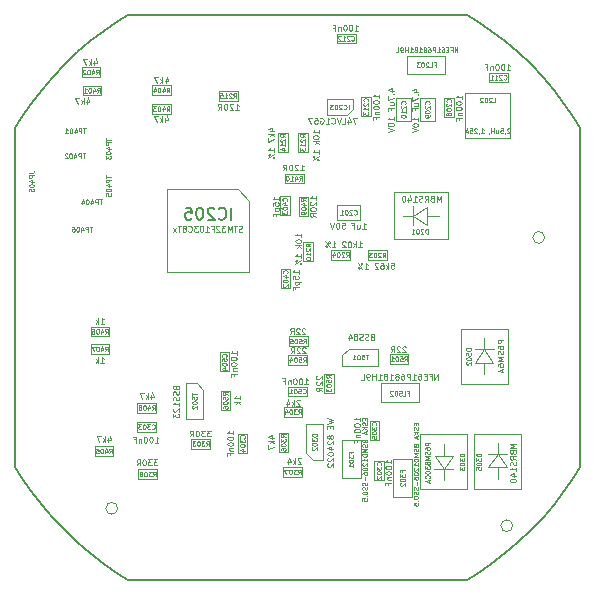
<source format=gbr>
G04 #@! TF.GenerationSoftware,KiCad,Pcbnew,5.1.12*
G04 #@! TF.CreationDate,2022-08-14T20:08:33+02:00*
G04 #@! TF.ProjectId,hec-base,6865632d-6261-4736-952e-6b696361645f,0001*
G04 #@! TF.SameCoordinates,PX4cec620PY8f8c0c0*
G04 #@! TF.FileFunction,AssemblyDrawing,Bot*
%FSLAX46Y46*%
G04 Gerber Fmt 4.6, Leading zero omitted, Abs format (unit mm)*
G04 Created by KiCad (PCBNEW 5.1.12) date 2022-08-14 20:08:33*
%MOMM*%
%LPD*%
G01*
G04 APERTURE LIST*
G04 #@! TA.AperFunction,Profile*
%ADD10C,0.200000*%
G04 #@! TD*
%ADD11C,0.100000*%
%ADD12C,0.060000*%
%ADD13C,0.040000*%
%ADD14C,0.150000*%
G04 APERTURE END LIST*
D10*
X47811560Y9541500D02*
X47811560Y38296900D01*
X47310460Y39114620D02*
X46483160Y40318400D01*
X9533860Y19200D02*
X38289260Y19200D01*
X512665Y8723800D02*
X1340000Y7520000D01*
X40310760Y46490760D02*
X39106960Y47318095D01*
X47310460Y8723800D02*
X47811560Y9541500D01*
X47811560Y38296900D02*
X47310460Y39114620D01*
X2229200Y41477230D02*
X1340000Y40318400D01*
X512665Y39114620D02*
X11566Y38296900D01*
X3177830Y42587930D02*
X2229200Y41477230D01*
X8716140Y520300D02*
X9533860Y19200D01*
X7512360Y46490760D02*
X6353530Y45601560D01*
X42580260Y44652930D02*
X41469560Y45601560D01*
X5242830Y3185500D02*
X6353530Y2236800D01*
X46483160Y40318400D02*
X45593960Y41477230D01*
X2229200Y6361200D02*
X3177830Y5250500D01*
X40310760Y1347600D02*
X41469560Y2236800D01*
X6353530Y45601560D02*
X5242830Y44652930D01*
X41469560Y45601560D02*
X40310760Y46490760D01*
X38289260Y19200D02*
X39106960Y520300D01*
X7512360Y1347600D02*
X8716140Y520300D01*
X45593960Y41477230D02*
X44645260Y42587930D01*
X46483160Y7520000D02*
X47310460Y8723800D01*
X3177830Y5250500D02*
X4183290Y4190900D01*
X1340000Y40318400D02*
X512665Y39114620D01*
X4183290Y43647470D02*
X3177830Y42587930D01*
X44645260Y42587930D02*
X43639860Y43647470D01*
X39106960Y520300D02*
X40310760Y1347600D01*
X44645260Y5250500D02*
X45593960Y6361200D01*
X41469560Y2236800D02*
X42580260Y3185500D01*
X4183290Y4190900D02*
X5242830Y3185500D01*
X8716140Y47318095D02*
X7512360Y46490760D01*
X43639860Y4190900D02*
X44645260Y5250500D01*
X42580260Y3185500D02*
X43639860Y4190900D01*
X11566Y9541500D02*
X512665Y8723800D01*
X43639860Y43647470D02*
X42580260Y44652930D01*
X45593960Y6361200D02*
X46483160Y7520000D01*
X5242830Y44652930D02*
X4183290Y43647470D01*
X39106960Y47318095D02*
X38289260Y47819194D01*
X6353530Y2236800D02*
X7512360Y1347600D01*
X38289260Y47819194D02*
X9533860Y47819194D01*
X11566Y38296900D02*
X11566Y9541500D01*
X9533860Y47819194D02*
X8716140Y47318095D01*
X1340000Y7520000D02*
X2229200Y6361200D01*
D11*
G04 #@! TO.C,FL203*
X36362440Y44391480D02*
X33162440Y44391480D01*
X33162440Y44391480D02*
X33162440Y42791480D01*
X33162440Y42791480D02*
X36362440Y42791480D01*
X36362840Y44391480D02*
X36362840Y42791480D01*
G04 #@! TO.C,FL502*
X30962800Y15049600D02*
X34162800Y15049600D01*
X34162800Y15049600D02*
X34162800Y16649600D01*
X34162800Y16649600D02*
X30962800Y16649600D01*
X30962400Y15049600D02*
X30962400Y16649600D01*
G04 #@! TO.C,FID105*
X44823000Y28994100D02*
G75*
G03*
X44823000Y28994100I-500000J0D01*
G01*
G04 #@! TO.C,FID103*
X42117900Y4584700D02*
G75*
G03*
X42117900Y4584700I-500000J0D01*
G01*
G04 #@! TO.C,FID101*
X8678800Y6057900D02*
G75*
G03*
X8678800Y6057900I-500000J0D01*
G01*
G04 #@! TO.C,R215*
X17221300Y40557700D02*
X18821300Y40557700D01*
X17221300Y41382700D02*
X17221300Y40557700D01*
X18821300Y41382700D02*
X17221300Y41382700D01*
X18821300Y40557700D02*
X18821300Y41382700D01*
G04 #@! TO.C,C201*
X27232100Y30477300D02*
X29232100Y30477300D01*
X27232100Y31727300D02*
X27232100Y30477300D01*
X29232100Y31727300D02*
X27232100Y31727300D01*
X29232100Y30477300D02*
X29232100Y31727300D01*
G04 #@! TO.C,C208*
X36328400Y40817700D02*
X36328400Y39217700D01*
X37128400Y40817700D02*
X36328400Y40817700D01*
X37128400Y39217700D02*
X37128400Y40817700D01*
X36328400Y39217700D02*
X37128400Y39217700D01*
G04 #@! TO.C,C209*
X34287300Y40827200D02*
X34287300Y38827200D01*
X35537300Y40827200D02*
X34287300Y40827200D01*
X35537300Y38827200D02*
X35537300Y40827200D01*
X34287300Y38827200D02*
X35537300Y38827200D01*
G04 #@! TO.C,C210*
X32255300Y40827200D02*
X32255300Y38827200D01*
X33505300Y40827200D02*
X32255300Y40827200D01*
X33505300Y38827200D02*
X33505300Y40827200D01*
X32255300Y38827200D02*
X33505300Y38827200D01*
G04 #@! TO.C,C211*
X40106700Y42145000D02*
X41706700Y42145000D01*
X40106700Y42945000D02*
X40106700Y42145000D01*
X41706700Y42945000D02*
X40106700Y42945000D01*
X41706700Y42145000D02*
X41706700Y42945000D01*
G04 #@! TO.C,C212*
X28816200Y46234300D02*
X27216200Y46234300D01*
X28816200Y45434300D02*
X28816200Y46234300D01*
X27216200Y45434300D02*
X28816200Y45434300D01*
X27216200Y46234300D02*
X27216200Y45434300D01*
G04 #@! TO.C,C213*
X29292600Y40868500D02*
X29292600Y39268500D01*
X30092600Y40868500D02*
X29292600Y40868500D01*
X30092600Y39268500D02*
X30092600Y40868500D01*
X29292600Y39268500D02*
X30092600Y39268500D01*
G04 #@! TO.C,C302*
X30410200Y10071000D02*
X30410200Y8471000D01*
X31210200Y10071000D02*
X30410200Y10071000D01*
X31210200Y8471000D02*
X31210200Y10071000D01*
X30410200Y8471000D02*
X31210200Y8471000D01*
G04 #@! TO.C,C303*
X11925200Y13354000D02*
X10325200Y13354000D01*
X11925200Y12554000D02*
X11925200Y13354000D01*
X10325200Y12554000D02*
X11925200Y12554000D01*
X10325200Y13354000D02*
X10325200Y12554000D01*
G04 #@! TO.C,C304*
X18853200Y12382400D02*
X18853200Y10782400D01*
X19653200Y12382400D02*
X18853200Y12382400D01*
X19653200Y10782400D02*
X19653200Y12382400D01*
X18853200Y10782400D02*
X19653200Y10782400D01*
G04 #@! TO.C,C305*
X30003800Y13461900D02*
X30003800Y11861900D01*
X30803800Y13461900D02*
X30003800Y13461900D01*
X30803800Y11861900D02*
X30803800Y13461900D01*
X30003800Y11861900D02*
X30803800Y11861900D01*
G04 #@! TO.C,C402*
X23285400Y24714300D02*
X23285400Y26314300D01*
X22485400Y24714300D02*
X23285400Y24714300D01*
X22485400Y26314300D02*
X22485400Y24714300D01*
X23285400Y26314300D02*
X22485400Y26314300D01*
G04 #@! TO.C,C403*
X22434600Y32461100D02*
X22434600Y30861100D01*
X23234600Y32461100D02*
X22434600Y32461100D01*
X23234600Y30861100D02*
X23234600Y32461100D01*
X22434600Y30861100D02*
X23234600Y30861100D01*
G04 #@! TO.C,C501*
X24701400Y16363900D02*
X23101400Y16363900D01*
X24701400Y15563900D02*
X24701400Y16363900D01*
X23101400Y15563900D02*
X24701400Y15563900D01*
X23101400Y16363900D02*
X23101400Y15563900D01*
G04 #@! TO.C,C504*
X18116500Y17653100D02*
X18116500Y19253100D01*
X17316500Y17653100D02*
X18116500Y17653100D01*
X17316500Y19253100D02*
X17316500Y17653100D01*
X18116500Y19253100D02*
X17316500Y19253100D01*
G04 #@! TO.C,D201*
X33691360Y30823920D02*
X34841980Y30023820D01*
X33691360Y30823920D02*
X34841980Y31573220D01*
X34841980Y31573220D02*
X34841980Y30023820D01*
X33691360Y30023820D02*
X33691360Y31624020D01*
X34841980Y30823920D02*
X35840200Y30823920D01*
X33691360Y30823920D02*
X32789660Y30823920D01*
X36640800Y28822900D02*
X32040800Y28822900D01*
X36640800Y28822900D02*
X36640800Y32822900D01*
X32040800Y32822900D02*
X32040800Y28822900D01*
X36640800Y32822900D02*
X32040800Y32822900D01*
G04 #@! TO.C,D302*
X24649200Y13204000D02*
X26049200Y13204000D01*
X26049200Y10164000D02*
X26049200Y13204000D01*
X24649200Y10734000D02*
X25199200Y10164000D01*
X25199200Y10164000D02*
X26049200Y10164000D01*
X24649200Y10734000D02*
X24649200Y13184000D01*
G04 #@! TO.C,D303*
X40856920Y10669740D02*
X40056820Y9519120D01*
X40856920Y10669740D02*
X41606220Y9519120D01*
X41606220Y9519120D02*
X40056820Y9519120D01*
X40056820Y10669740D02*
X41657020Y10669740D01*
X40856920Y9519120D02*
X40856920Y8520900D01*
X40856920Y10669740D02*
X40856920Y11571440D01*
X38855900Y7720300D02*
X38855900Y12320300D01*
X38855900Y7720300D02*
X42855900Y7720300D01*
X42855900Y12320300D02*
X38855900Y12320300D01*
X42855900Y7720300D02*
X42855900Y12320300D01*
G04 #@! TO.C,D305*
X36270180Y9358160D02*
X37070280Y10508780D01*
X36270180Y9358160D02*
X35520880Y10508780D01*
X35520880Y10508780D02*
X37070280Y10508780D01*
X37070280Y9358160D02*
X35470080Y9358160D01*
X36270180Y10508780D02*
X36270180Y11507000D01*
X36270180Y9358160D02*
X36270180Y8456460D01*
X38271200Y12307600D02*
X38271200Y7707600D01*
X38271200Y12307600D02*
X34271200Y12307600D01*
X34271200Y7707600D02*
X38271200Y7707600D01*
X34271200Y12307600D02*
X34271200Y7707600D01*
G04 #@! TO.C,D502*
X39726620Y19547040D02*
X38926520Y18396420D01*
X39726620Y19547040D02*
X40475920Y18396420D01*
X40475920Y18396420D02*
X38926520Y18396420D01*
X38926520Y19547040D02*
X40526720Y19547040D01*
X39726620Y18396420D02*
X39726620Y17398200D01*
X39726620Y19547040D02*
X39726620Y20448740D01*
X37725600Y16597600D02*
X37725600Y21197600D01*
X37725600Y16597600D02*
X41725600Y16597600D01*
X41725600Y21197600D02*
X37725600Y21197600D01*
X41725600Y16597600D02*
X41725600Y21197600D01*
G04 #@! TO.C,F301*
X29248000Y8610800D02*
X29248000Y11810800D01*
X27648000Y8610800D02*
X29248000Y8610800D01*
X27648000Y11810800D02*
X27648000Y8610800D01*
X29248000Y11810800D02*
X27648000Y11810800D01*
G04 #@! TO.C,F302*
X33616800Y7036000D02*
X33616800Y10236000D01*
X32016800Y7036000D02*
X33616800Y7036000D01*
X32016800Y10236000D02*
X32016800Y7036000D01*
X33616800Y10236000D02*
X32016800Y10236000D01*
G04 #@! TO.C,IC203*
X28557400Y39842700D02*
X28057400Y39342700D01*
X26357400Y40692700D02*
X26357400Y39342700D01*
X28557400Y40692700D02*
X26357400Y40692700D01*
X28057400Y39342700D02*
X26357400Y39342700D01*
X28557400Y40692700D02*
X28557400Y39842700D01*
G04 #@! TO.C,IC205*
X19819500Y32052900D02*
X18819500Y33052900D01*
X19819500Y26052900D02*
X19819500Y32052900D01*
X12819500Y26052900D02*
X19819500Y26052900D01*
X12819500Y33052900D02*
X12819500Y26052900D01*
X18819500Y33052900D02*
X12819500Y33052900D01*
G04 #@! TO.C,L202*
X38092300Y41221800D02*
X38092300Y37421800D01*
X41892300Y41221800D02*
X38092300Y41221800D01*
X41892300Y37421800D02*
X41892300Y41221800D01*
X38092300Y37421800D02*
X41892300Y37421800D01*
G04 #@! TO.C,T502*
X15898600Y13631100D02*
X14498600Y13631100D01*
X14498600Y16671100D02*
X14498600Y13631100D01*
X15898600Y16101100D02*
X15348600Y16671100D01*
X15348600Y16671100D02*
X14498600Y16671100D01*
X15898600Y16101100D02*
X15898600Y13651100D01*
G04 #@! TO.C,R203*
X29870500Y27083000D02*
X31470500Y27083000D01*
X29870500Y27908000D02*
X29870500Y27083000D01*
X31470500Y27908000D02*
X29870500Y27908000D01*
X31470500Y27083000D02*
X31470500Y27908000D01*
G04 #@! TO.C,R204*
X28359000Y27933400D02*
X26759000Y27933400D01*
X28359000Y27108400D02*
X28359000Y27933400D01*
X26759000Y27108400D02*
X28359000Y27108400D01*
X26759000Y27933400D02*
X26759000Y27108400D01*
G04 #@! TO.C,R210*
X25228300Y26982520D02*
X25228300Y28582520D01*
X24403300Y26982520D02*
X25228300Y26982520D01*
X24403300Y28582520D02*
X24403300Y26982520D01*
X25228300Y28582520D02*
X24403300Y28582520D01*
G04 #@! TO.C,R213*
X24771100Y36245900D02*
X24771100Y37845900D01*
X23946100Y36245900D02*
X24771100Y36245900D01*
X23946100Y37845900D02*
X23946100Y36245900D01*
X24771100Y37845900D02*
X23946100Y37845900D01*
G04 #@! TO.C,R214*
X22257000Y37845900D02*
X22257000Y36245900D01*
X23082000Y37845900D02*
X22257000Y37845900D01*
X23082000Y36245900D02*
X23082000Y37845900D01*
X22257000Y36245900D02*
X23082000Y36245900D01*
G04 #@! TO.C,R303*
X16509400Y11944100D02*
X14909400Y11944100D01*
X16509400Y11119100D02*
X16509400Y11944100D01*
X14909400Y11119100D02*
X16509400Y11119100D01*
X14909400Y11944100D02*
X14909400Y11119100D01*
G04 #@! TO.C,R304*
X24320400Y14636500D02*
X22720400Y14636500D01*
X24320400Y13811500D02*
X24320400Y14636500D01*
X22720400Y13811500D02*
X24320400Y13811500D01*
X22720400Y14636500D02*
X22720400Y13811500D01*
G04 #@! TO.C,R306*
X22295100Y12433200D02*
X22295100Y10833200D01*
X23120100Y12433200D02*
X22295100Y12433200D01*
X23120100Y10833200D02*
X23120100Y12433200D01*
X22295100Y10833200D02*
X23120100Y10833200D01*
G04 #@! TO.C,R307*
X24307700Y9531100D02*
X22707700Y9531100D01*
X24307700Y8706100D02*
X24307700Y9531100D01*
X22707700Y8706100D02*
X24307700Y8706100D01*
X22707700Y9531100D02*
X22707700Y8706100D01*
G04 #@! TO.C,R308*
X12026800Y9353300D02*
X10426800Y9353300D01*
X12026800Y8528300D02*
X12026800Y9353300D01*
X10426800Y8528300D02*
X12026800Y8528300D01*
X10426800Y9353300D02*
X10426800Y8528300D01*
G04 #@! TO.C,R401*
X7302400Y41839900D02*
X5702400Y41839900D01*
X7302400Y41014900D02*
X7302400Y41839900D01*
X5702400Y41014900D02*
X7302400Y41014900D01*
X5702400Y41839900D02*
X5702400Y41014900D01*
G04 #@! TO.C,R402*
X7213500Y43389300D02*
X5613500Y43389300D01*
X7213500Y42564300D02*
X7213500Y43389300D01*
X5613500Y42564300D02*
X7213500Y42564300D01*
X5613500Y43389300D02*
X5613500Y42564300D01*
G04 #@! TO.C,R403*
X11582500Y39465500D02*
X13182500Y39465500D01*
X11582500Y40290500D02*
X11582500Y39465500D01*
X13182500Y40290500D02*
X11582500Y40290500D01*
X13182500Y39465500D02*
X13182500Y40290500D01*
G04 #@! TO.C,R404*
X11582500Y41040300D02*
X13182500Y41040300D01*
X11582500Y41865300D02*
X11582500Y41040300D01*
X13182500Y41865300D02*
X11582500Y41865300D01*
X13182500Y41040300D02*
X13182500Y41865300D01*
G04 #@! TO.C,R405*
X6718400Y10484100D02*
X8318400Y10484100D01*
X6718400Y11309100D02*
X6718400Y10484100D01*
X8318400Y11309100D02*
X6718400Y11309100D01*
X8318400Y10484100D02*
X8318400Y11309100D01*
G04 #@! TO.C,R406*
X6375500Y20606000D02*
X7975500Y20606000D01*
X6375500Y21431000D02*
X6375500Y20606000D01*
X7975500Y21431000D02*
X6375500Y21431000D01*
X7975500Y20606000D02*
X7975500Y21431000D01*
G04 #@! TO.C,R407*
X6375500Y19120100D02*
X7975500Y19120100D01*
X6375500Y19945100D02*
X6375500Y19120100D01*
X7975500Y19945100D02*
X6375500Y19945100D01*
X7975500Y19120100D02*
X7975500Y19945100D01*
G04 #@! TO.C,R408*
X10337900Y14154400D02*
X11937900Y14154400D01*
X10337900Y14979400D02*
X10337900Y14154400D01*
X11937900Y14979400D02*
X10337900Y14979400D01*
X11937900Y14154400D02*
X11937900Y14979400D01*
G04 #@! TO.C,R409*
X23996900Y32448400D02*
X23996900Y30848400D01*
X24821900Y32448400D02*
X23996900Y32448400D01*
X24821900Y30848400D02*
X24821900Y32448400D01*
X23996900Y30848400D02*
X24821900Y30848400D01*
G04 #@! TO.C,R410*
X24409300Y34397700D02*
X22809300Y34397700D01*
X24409300Y33572700D02*
X24409300Y34397700D01*
X22809300Y33572700D02*
X24409300Y33572700D01*
X22809300Y34397700D02*
X22809300Y33572700D01*
G04 #@! TO.C,R501*
X33296760Y19106900D02*
X31696760Y19106900D01*
X33296760Y18281900D02*
X33296760Y19106900D01*
X31696760Y18281900D02*
X33296760Y18281900D01*
X31696760Y19106900D02*
X31696760Y18281900D01*
G04 #@! TO.C,R503*
X26143200Y17449700D02*
X26143200Y15849700D01*
X26968200Y17449700D02*
X26143200Y17449700D01*
X26968200Y15849700D02*
X26968200Y17449700D01*
X26143200Y15849700D02*
X26968200Y15849700D01*
G04 #@! TO.C,R504*
X24721720Y19040860D02*
X23121720Y19040860D01*
X24721720Y18215860D02*
X24721720Y19040860D01*
X23121720Y18215860D02*
X24721720Y18215860D01*
X23121720Y19040860D02*
X23121720Y18215860D01*
G04 #@! TO.C,R505*
X24747120Y20610580D02*
X23147120Y20610580D01*
X24747120Y19785580D02*
X24747120Y20610580D01*
X23147120Y19785580D02*
X24747120Y19785580D01*
X23147120Y20610580D02*
X23147120Y19785580D01*
G04 #@! TO.C,R506*
X18217900Y14401900D02*
X18217900Y16001900D01*
X17392900Y14401900D02*
X18217900Y14401900D01*
X17392900Y16001900D02*
X17392900Y14401900D01*
X18217900Y16001900D02*
X17392900Y16001900D01*
G04 #@! TO.C,T501*
X30730000Y19546800D02*
X30730000Y18146800D01*
X27690000Y18146800D02*
X30730000Y18146800D01*
X28260000Y19546800D02*
X27690000Y18996800D01*
X27690000Y18996800D02*
X27690000Y18146800D01*
X28260000Y19546800D02*
X30710000Y19546800D01*
G04 #@! TD*
G04 #@! TO.C,JP405*
D12*
X1177952Y34445486D02*
X1463666Y34445486D01*
X1520809Y34464534D01*
X1558904Y34502629D01*
X1577952Y34559772D01*
X1577952Y34597867D01*
X1577952Y34255010D02*
X1177952Y34255010D01*
X1177952Y34102629D01*
X1197000Y34064534D01*
X1216047Y34045486D01*
X1254142Y34026439D01*
X1311285Y34026439D01*
X1349380Y34045486D01*
X1368428Y34064534D01*
X1387476Y34102629D01*
X1387476Y34255010D01*
X1311285Y33683581D02*
X1577952Y33683581D01*
X1158904Y33778820D02*
X1444619Y33874058D01*
X1444619Y33626439D01*
X1177952Y33397867D02*
X1177952Y33359772D01*
X1197000Y33321677D01*
X1216047Y33302629D01*
X1254142Y33283581D01*
X1330333Y33264534D01*
X1425571Y33264534D01*
X1501761Y33283581D01*
X1539857Y33302629D01*
X1558904Y33321677D01*
X1577952Y33359772D01*
X1577952Y33397867D01*
X1558904Y33435962D01*
X1539857Y33455010D01*
X1501761Y33474058D01*
X1425571Y33493105D01*
X1330333Y33493105D01*
X1254142Y33474058D01*
X1216047Y33455010D01*
X1197000Y33435962D01*
X1177952Y33397867D01*
X1177952Y32902629D02*
X1177952Y33093105D01*
X1368428Y33112153D01*
X1349380Y33093105D01*
X1330333Y33055010D01*
X1330333Y32959772D01*
X1349380Y32921677D01*
X1368428Y32902629D01*
X1406523Y32883581D01*
X1501761Y32883581D01*
X1539857Y32902629D01*
X1558904Y32921677D01*
X1577952Y32959772D01*
X1577952Y33055010D01*
X1558904Y33093105D01*
X1539857Y33112153D01*
G04 #@! TO.C,FL203*
D13*
X37445628Y44675448D02*
X37445628Y45075448D01*
X37217057Y44675448D01*
X37217057Y45075448D01*
X36893247Y44884972D02*
X37026580Y44884972D01*
X37026580Y44675448D02*
X37026580Y45075448D01*
X36836104Y45075448D01*
X36683723Y44884972D02*
X36550390Y44884972D01*
X36493247Y44675448D02*
X36683723Y44675448D01*
X36683723Y45075448D01*
X36493247Y45075448D01*
X36150390Y45075448D02*
X36226580Y45075448D01*
X36264676Y45056400D01*
X36283723Y45037353D01*
X36321819Y44980210D01*
X36340866Y44904020D01*
X36340866Y44751639D01*
X36321819Y44713543D01*
X36302771Y44694496D01*
X36264676Y44675448D01*
X36188485Y44675448D01*
X36150390Y44694496D01*
X36131342Y44713543D01*
X36112295Y44751639D01*
X36112295Y44846877D01*
X36131342Y44884972D01*
X36150390Y44904020D01*
X36188485Y44923067D01*
X36264676Y44923067D01*
X36302771Y44904020D01*
X36321819Y44884972D01*
X36340866Y44846877D01*
X35731342Y44675448D02*
X35959914Y44675448D01*
X35845628Y44675448D02*
X35845628Y45075448D01*
X35883723Y45018305D01*
X35921819Y44980210D01*
X35959914Y44961162D01*
X35559914Y44675448D02*
X35559914Y45075448D01*
X35407533Y45075448D01*
X35369438Y45056400D01*
X35350390Y45037353D01*
X35331342Y44999258D01*
X35331342Y44942115D01*
X35350390Y44904020D01*
X35369438Y44884972D01*
X35407533Y44865924D01*
X35559914Y44865924D01*
X34988485Y45075448D02*
X35064676Y45075448D01*
X35102771Y45056400D01*
X35121819Y45037353D01*
X35159914Y44980210D01*
X35178961Y44904020D01*
X35178961Y44751639D01*
X35159914Y44713543D01*
X35140866Y44694496D01*
X35102771Y44675448D01*
X35026580Y44675448D01*
X34988485Y44694496D01*
X34969438Y44713543D01*
X34950390Y44751639D01*
X34950390Y44846877D01*
X34969438Y44884972D01*
X34988485Y44904020D01*
X35026580Y44923067D01*
X35102771Y44923067D01*
X35140866Y44904020D01*
X35159914Y44884972D01*
X35178961Y44846877D01*
X34721819Y44904020D02*
X34759914Y44923067D01*
X34778961Y44942115D01*
X34798009Y44980210D01*
X34798009Y44999258D01*
X34778961Y45037353D01*
X34759914Y45056400D01*
X34721819Y45075448D01*
X34645628Y45075448D01*
X34607533Y45056400D01*
X34588485Y45037353D01*
X34569438Y44999258D01*
X34569438Y44980210D01*
X34588485Y44942115D01*
X34607533Y44923067D01*
X34645628Y44904020D01*
X34721819Y44904020D01*
X34759914Y44884972D01*
X34778961Y44865924D01*
X34798009Y44827829D01*
X34798009Y44751639D01*
X34778961Y44713543D01*
X34759914Y44694496D01*
X34721819Y44675448D01*
X34645628Y44675448D01*
X34607533Y44694496D01*
X34588485Y44713543D01*
X34569438Y44751639D01*
X34569438Y44827829D01*
X34588485Y44865924D01*
X34607533Y44884972D01*
X34645628Y44904020D01*
X34188485Y44675448D02*
X34417057Y44675448D01*
X34302771Y44675448D02*
X34302771Y45075448D01*
X34340866Y45018305D01*
X34378961Y44980210D01*
X34417057Y44961162D01*
X33883723Y44884972D02*
X33826580Y44865924D01*
X33807533Y44846877D01*
X33788485Y44808781D01*
X33788485Y44751639D01*
X33807533Y44713543D01*
X33826580Y44694496D01*
X33864676Y44675448D01*
X34017057Y44675448D01*
X34017057Y45075448D01*
X33883723Y45075448D01*
X33845628Y45056400D01*
X33826580Y45037353D01*
X33807533Y44999258D01*
X33807533Y44961162D01*
X33826580Y44923067D01*
X33845628Y44904020D01*
X33883723Y44884972D01*
X34017057Y44884972D01*
X33407533Y44675448D02*
X33636104Y44675448D01*
X33521819Y44675448D02*
X33521819Y45075448D01*
X33559914Y45018305D01*
X33598009Y44980210D01*
X33636104Y44961162D01*
X33236104Y44675448D02*
X33236104Y45075448D01*
X33236104Y44884972D02*
X33007533Y44884972D01*
X33007533Y44675448D02*
X33007533Y45075448D01*
X32798009Y44675448D02*
X32721819Y44675448D01*
X32683723Y44694496D01*
X32664676Y44713543D01*
X32626580Y44770686D01*
X32607533Y44846877D01*
X32607533Y44999258D01*
X32626580Y45037353D01*
X32645628Y45056400D01*
X32683723Y45075448D01*
X32759914Y45075448D01*
X32798009Y45056400D01*
X32817057Y45037353D01*
X32836104Y44999258D01*
X32836104Y44904020D01*
X32817057Y44865924D01*
X32798009Y44846877D01*
X32759914Y44827829D01*
X32683723Y44827829D01*
X32645628Y44846877D01*
X32626580Y44865924D01*
X32607533Y44904020D01*
X32245628Y44675448D02*
X32436104Y44675448D01*
X32436104Y45075448D01*
D12*
X35499590Y43614972D02*
X35632923Y43614972D01*
X35632923Y43405448D02*
X35632923Y43805448D01*
X35442447Y43805448D01*
X35099590Y43405448D02*
X35290066Y43405448D01*
X35290066Y43805448D01*
X34985304Y43767353D02*
X34966257Y43786400D01*
X34928161Y43805448D01*
X34832923Y43805448D01*
X34794828Y43786400D01*
X34775780Y43767353D01*
X34756733Y43729258D01*
X34756733Y43691162D01*
X34775780Y43634020D01*
X35004352Y43405448D01*
X34756733Y43405448D01*
X34509114Y43805448D02*
X34471019Y43805448D01*
X34432923Y43786400D01*
X34413876Y43767353D01*
X34394828Y43729258D01*
X34375780Y43653067D01*
X34375780Y43557829D01*
X34394828Y43481639D01*
X34413876Y43443543D01*
X34432923Y43424496D01*
X34471019Y43405448D01*
X34509114Y43405448D01*
X34547209Y43424496D01*
X34566257Y43443543D01*
X34585304Y43481639D01*
X34604352Y43557829D01*
X34604352Y43653067D01*
X34585304Y43729258D01*
X34566257Y43767353D01*
X34547209Y43786400D01*
X34509114Y43805448D01*
X34242447Y43805448D02*
X33994828Y43805448D01*
X34128161Y43653067D01*
X34071019Y43653067D01*
X34032923Y43634020D01*
X34013876Y43614972D01*
X33994828Y43576877D01*
X33994828Y43481639D01*
X34013876Y43443543D01*
X34032923Y43424496D01*
X34071019Y43405448D01*
X34185304Y43405448D01*
X34223400Y43424496D01*
X34242447Y43443543D01*
G04 #@! TO.C,FL502*
D11*
X35777085Y16956910D02*
X35777085Y17456910D01*
X35491371Y16956910D01*
X35491371Y17456910D01*
X35086609Y17218815D02*
X35253276Y17218815D01*
X35253276Y16956910D02*
X35253276Y17456910D01*
X35015180Y17456910D01*
X34824704Y17218815D02*
X34658038Y17218815D01*
X34586609Y16956910D02*
X34824704Y16956910D01*
X34824704Y17456910D01*
X34586609Y17456910D01*
X34158038Y17456910D02*
X34253276Y17456910D01*
X34300895Y17433100D01*
X34324704Y17409291D01*
X34372323Y17337862D01*
X34396133Y17242624D01*
X34396133Y17052148D01*
X34372323Y17004529D01*
X34348514Y16980720D01*
X34300895Y16956910D01*
X34205657Y16956910D01*
X34158038Y16980720D01*
X34134228Y17004529D01*
X34110419Y17052148D01*
X34110419Y17171196D01*
X34134228Y17218815D01*
X34158038Y17242624D01*
X34205657Y17266434D01*
X34300895Y17266434D01*
X34348514Y17242624D01*
X34372323Y17218815D01*
X34396133Y17171196D01*
X33634228Y16956910D02*
X33919942Y16956910D01*
X33777085Y16956910D02*
X33777085Y17456910D01*
X33824704Y17385481D01*
X33872323Y17337862D01*
X33919942Y17314053D01*
X33419942Y16956910D02*
X33419942Y17456910D01*
X33229466Y17456910D01*
X33181847Y17433100D01*
X33158038Y17409291D01*
X33134228Y17361672D01*
X33134228Y17290243D01*
X33158038Y17242624D01*
X33181847Y17218815D01*
X33229466Y17195005D01*
X33419942Y17195005D01*
X32705657Y17456910D02*
X32800895Y17456910D01*
X32848514Y17433100D01*
X32872323Y17409291D01*
X32919942Y17337862D01*
X32943752Y17242624D01*
X32943752Y17052148D01*
X32919942Y17004529D01*
X32896133Y16980720D01*
X32848514Y16956910D01*
X32753276Y16956910D01*
X32705657Y16980720D01*
X32681847Y17004529D01*
X32658038Y17052148D01*
X32658038Y17171196D01*
X32681847Y17218815D01*
X32705657Y17242624D01*
X32753276Y17266434D01*
X32848514Y17266434D01*
X32896133Y17242624D01*
X32919942Y17218815D01*
X32943752Y17171196D01*
X32372323Y17242624D02*
X32419942Y17266434D01*
X32443752Y17290243D01*
X32467561Y17337862D01*
X32467561Y17361672D01*
X32443752Y17409291D01*
X32419942Y17433100D01*
X32372323Y17456910D01*
X32277085Y17456910D01*
X32229466Y17433100D01*
X32205657Y17409291D01*
X32181847Y17361672D01*
X32181847Y17337862D01*
X32205657Y17290243D01*
X32229466Y17266434D01*
X32277085Y17242624D01*
X32372323Y17242624D01*
X32419942Y17218815D01*
X32443752Y17195005D01*
X32467561Y17147386D01*
X32467561Y17052148D01*
X32443752Y17004529D01*
X32419942Y16980720D01*
X32372323Y16956910D01*
X32277085Y16956910D01*
X32229466Y16980720D01*
X32205657Y17004529D01*
X32181847Y17052148D01*
X32181847Y17147386D01*
X32205657Y17195005D01*
X32229466Y17218815D01*
X32277085Y17242624D01*
X31705657Y16956910D02*
X31991371Y16956910D01*
X31848514Y16956910D02*
X31848514Y17456910D01*
X31896133Y17385481D01*
X31943752Y17337862D01*
X31991371Y17314053D01*
X31324704Y17218815D02*
X31253276Y17195005D01*
X31229466Y17171196D01*
X31205657Y17123577D01*
X31205657Y17052148D01*
X31229466Y17004529D01*
X31253276Y16980720D01*
X31300895Y16956910D01*
X31491371Y16956910D01*
X31491371Y17456910D01*
X31324704Y17456910D01*
X31277085Y17433100D01*
X31253276Y17409291D01*
X31229466Y17361672D01*
X31229466Y17314053D01*
X31253276Y17266434D01*
X31277085Y17242624D01*
X31324704Y17218815D01*
X31491371Y17218815D01*
X30729466Y16956910D02*
X31015180Y16956910D01*
X30872323Y16956910D02*
X30872323Y17456910D01*
X30919942Y17385481D01*
X30967561Y17337862D01*
X31015180Y17314053D01*
X30515180Y16956910D02*
X30515180Y17456910D01*
X30515180Y17218815D02*
X30229466Y17218815D01*
X30229466Y16956910D02*
X30229466Y17456910D01*
X29967561Y16956910D02*
X29872323Y16956910D01*
X29824704Y16980720D01*
X29800895Y17004529D01*
X29753276Y17075958D01*
X29729466Y17171196D01*
X29729466Y17361672D01*
X29753276Y17409291D01*
X29777085Y17433100D01*
X29824704Y17456910D01*
X29919942Y17456910D01*
X29967561Y17433100D01*
X29991371Y17409291D01*
X30015180Y17361672D01*
X30015180Y17242624D01*
X29991371Y17195005D01*
X29967561Y17171196D01*
X29919942Y17147386D01*
X29824704Y17147386D01*
X29777085Y17171196D01*
X29753276Y17195005D01*
X29729466Y17242624D01*
X29277085Y16956910D02*
X29515180Y16956910D01*
X29515180Y17456910D01*
D12*
X33238990Y15814672D02*
X33372323Y15814672D01*
X33372323Y15605148D02*
X33372323Y16005148D01*
X33181847Y16005148D01*
X32838990Y15605148D02*
X33029466Y15605148D01*
X33029466Y16005148D01*
X32515180Y16005148D02*
X32705657Y16005148D01*
X32724704Y15814672D01*
X32705657Y15833720D01*
X32667561Y15852767D01*
X32572323Y15852767D01*
X32534228Y15833720D01*
X32515180Y15814672D01*
X32496133Y15776577D01*
X32496133Y15681339D01*
X32515180Y15643243D01*
X32534228Y15624196D01*
X32572323Y15605148D01*
X32667561Y15605148D01*
X32705657Y15624196D01*
X32724704Y15643243D01*
X32248514Y16005148D02*
X32210419Y16005148D01*
X32172323Y15986100D01*
X32153276Y15967053D01*
X32134228Y15928958D01*
X32115180Y15852767D01*
X32115180Y15757529D01*
X32134228Y15681339D01*
X32153276Y15643243D01*
X32172323Y15624196D01*
X32210419Y15605148D01*
X32248514Y15605148D01*
X32286609Y15624196D01*
X32305657Y15643243D01*
X32324704Y15681339D01*
X32343752Y15757529D01*
X32343752Y15852767D01*
X32324704Y15928958D01*
X32305657Y15967053D01*
X32286609Y15986100D01*
X32248514Y16005148D01*
X31962800Y15967053D02*
X31943752Y15986100D01*
X31905657Y16005148D01*
X31810419Y16005148D01*
X31772323Y15986100D01*
X31753276Y15967053D01*
X31734228Y15928958D01*
X31734228Y15890862D01*
X31753276Y15833720D01*
X31981847Y15605148D01*
X31734228Y15605148D01*
G04 #@! TO.C,R215*
D11*
X18630033Y39804210D02*
X18915747Y39804210D01*
X18772890Y39804210D02*
X18772890Y40304210D01*
X18820509Y40232781D01*
X18868128Y40185162D01*
X18915747Y40161353D01*
X18439557Y40256591D02*
X18415747Y40280400D01*
X18368128Y40304210D01*
X18249080Y40304210D01*
X18201461Y40280400D01*
X18177652Y40256591D01*
X18153842Y40208972D01*
X18153842Y40161353D01*
X18177652Y40089924D01*
X18463366Y39804210D01*
X18153842Y39804210D01*
X17844319Y40304210D02*
X17796700Y40304210D01*
X17749080Y40280400D01*
X17725271Y40256591D01*
X17701461Y40208972D01*
X17677652Y40113734D01*
X17677652Y39994686D01*
X17701461Y39899448D01*
X17725271Y39851829D01*
X17749080Y39828020D01*
X17796700Y39804210D01*
X17844319Y39804210D01*
X17891938Y39828020D01*
X17915747Y39851829D01*
X17939557Y39899448D01*
X17963366Y39994686D01*
X17963366Y40113734D01*
X17939557Y40208972D01*
X17915747Y40256591D01*
X17891938Y40280400D01*
X17844319Y40304210D01*
X17177652Y39804210D02*
X17344319Y40042305D01*
X17463366Y39804210D02*
X17463366Y40304210D01*
X17272890Y40304210D01*
X17225271Y40280400D01*
X17201461Y40256591D01*
X17177652Y40208972D01*
X17177652Y40137543D01*
X17201461Y40089924D01*
X17225271Y40066115D01*
X17272890Y40042305D01*
X17463366Y40042305D01*
D12*
X18468919Y40789248D02*
X18602252Y40979724D01*
X18697490Y40789248D02*
X18697490Y41189248D01*
X18545109Y41189248D01*
X18507014Y41170200D01*
X18487966Y41151153D01*
X18468919Y41113058D01*
X18468919Y41055915D01*
X18487966Y41017820D01*
X18507014Y40998772D01*
X18545109Y40979724D01*
X18697490Y40979724D01*
X18316538Y41151153D02*
X18297490Y41170200D01*
X18259395Y41189248D01*
X18164157Y41189248D01*
X18126061Y41170200D01*
X18107014Y41151153D01*
X18087966Y41113058D01*
X18087966Y41074962D01*
X18107014Y41017820D01*
X18335585Y40789248D01*
X18087966Y40789248D01*
X17707014Y40789248D02*
X17935585Y40789248D01*
X17821300Y40789248D02*
X17821300Y41189248D01*
X17859395Y41132105D01*
X17897490Y41094010D01*
X17935585Y41074962D01*
X17345109Y41189248D02*
X17535585Y41189248D01*
X17554633Y40998772D01*
X17535585Y41017820D01*
X17497490Y41036867D01*
X17402252Y41036867D01*
X17364157Y41017820D01*
X17345109Y40998772D01*
X17326061Y40960677D01*
X17326061Y40865439D01*
X17345109Y40827343D01*
X17364157Y40808296D01*
X17402252Y40789248D01*
X17497490Y40789248D01*
X17535585Y40808296D01*
X17554633Y40827343D01*
G04 #@! TO.C,C201*
D11*
X29372571Y29745810D02*
X29658285Y29745810D01*
X29515428Y29745810D02*
X29515428Y30245810D01*
X29563047Y30174381D01*
X29610666Y30126762D01*
X29658285Y30102953D01*
X28944000Y30079143D02*
X28944000Y29745810D01*
X29158285Y30079143D02*
X29158285Y29817239D01*
X29134476Y29769620D01*
X29086857Y29745810D01*
X29015428Y29745810D01*
X28967809Y29769620D01*
X28944000Y29793429D01*
X28539238Y30007715D02*
X28705904Y30007715D01*
X28705904Y29745810D02*
X28705904Y30245810D01*
X28467809Y30245810D01*
X27658285Y30245810D02*
X27896380Y30245810D01*
X27920190Y30007715D01*
X27896380Y30031524D01*
X27848761Y30055334D01*
X27729714Y30055334D01*
X27682095Y30031524D01*
X27658285Y30007715D01*
X27634476Y29960096D01*
X27634476Y29841048D01*
X27658285Y29793429D01*
X27682095Y29769620D01*
X27729714Y29745810D01*
X27848761Y29745810D01*
X27896380Y29769620D01*
X27920190Y29793429D01*
X27324952Y30245810D02*
X27277333Y30245810D01*
X27229714Y30222000D01*
X27205904Y30198191D01*
X27182095Y30150572D01*
X27158285Y30055334D01*
X27158285Y29936286D01*
X27182095Y29841048D01*
X27205904Y29793429D01*
X27229714Y29769620D01*
X27277333Y29745810D01*
X27324952Y29745810D01*
X27372571Y29769620D01*
X27396380Y29793429D01*
X27420190Y29841048D01*
X27444000Y29936286D01*
X27444000Y30055334D01*
X27420190Y30150572D01*
X27396380Y30198191D01*
X27372571Y30222000D01*
X27324952Y30245810D01*
X27015428Y30245810D02*
X26848761Y29745810D01*
X26682095Y30245810D01*
D12*
X28679719Y30959443D02*
X28698766Y30940396D01*
X28755909Y30921348D01*
X28794004Y30921348D01*
X28851147Y30940396D01*
X28889242Y30978491D01*
X28908290Y31016586D01*
X28927338Y31092777D01*
X28927338Y31149920D01*
X28908290Y31226110D01*
X28889242Y31264205D01*
X28851147Y31302300D01*
X28794004Y31321348D01*
X28755909Y31321348D01*
X28698766Y31302300D01*
X28679719Y31283253D01*
X28527338Y31283253D02*
X28508290Y31302300D01*
X28470195Y31321348D01*
X28374957Y31321348D01*
X28336861Y31302300D01*
X28317814Y31283253D01*
X28298766Y31245158D01*
X28298766Y31207062D01*
X28317814Y31149920D01*
X28546385Y30921348D01*
X28298766Y30921348D01*
X28051147Y31321348D02*
X28013052Y31321348D01*
X27974957Y31302300D01*
X27955909Y31283253D01*
X27936861Y31245158D01*
X27917814Y31168967D01*
X27917814Y31073729D01*
X27936861Y30997539D01*
X27955909Y30959443D01*
X27974957Y30940396D01*
X28013052Y30921348D01*
X28051147Y30921348D01*
X28089242Y30940396D01*
X28108290Y30959443D01*
X28127338Y30997539D01*
X28146385Y31073729D01*
X28146385Y31168967D01*
X28127338Y31245158D01*
X28108290Y31283253D01*
X28089242Y31302300D01*
X28051147Y31321348D01*
X27536861Y30921348D02*
X27765433Y30921348D01*
X27651147Y30921348D02*
X27651147Y31321348D01*
X27689242Y31264205D01*
X27727338Y31226110D01*
X27765433Y31207062D01*
G04 #@! TO.C,C208*
D11*
X37805490Y40715310D02*
X37805490Y41001024D01*
X37805490Y40858167D02*
X37305490Y40858167D01*
X37376919Y40905786D01*
X37424538Y40953405D01*
X37448347Y41001024D01*
X37305490Y40405786D02*
X37305490Y40358167D01*
X37329300Y40310548D01*
X37353109Y40286739D01*
X37400728Y40262929D01*
X37495966Y40239120D01*
X37615014Y40239120D01*
X37710252Y40262929D01*
X37757871Y40286739D01*
X37781680Y40310548D01*
X37805490Y40358167D01*
X37805490Y40405786D01*
X37781680Y40453405D01*
X37757871Y40477215D01*
X37710252Y40501024D01*
X37615014Y40524834D01*
X37495966Y40524834D01*
X37400728Y40501024D01*
X37353109Y40477215D01*
X37329300Y40453405D01*
X37305490Y40405786D01*
X37305490Y39929596D02*
X37305490Y39881977D01*
X37329300Y39834358D01*
X37353109Y39810548D01*
X37400728Y39786739D01*
X37495966Y39762929D01*
X37615014Y39762929D01*
X37710252Y39786739D01*
X37757871Y39810548D01*
X37781680Y39834358D01*
X37805490Y39881977D01*
X37805490Y39929596D01*
X37781680Y39977215D01*
X37757871Y40001024D01*
X37710252Y40024834D01*
X37615014Y40048643D01*
X37495966Y40048643D01*
X37400728Y40024834D01*
X37353109Y40001024D01*
X37329300Y39977215D01*
X37305490Y39929596D01*
X37472157Y39548643D02*
X37805490Y39548643D01*
X37519776Y39548643D02*
X37495966Y39524834D01*
X37472157Y39477215D01*
X37472157Y39405786D01*
X37495966Y39358167D01*
X37543585Y39334358D01*
X37805490Y39334358D01*
X37543585Y38929596D02*
X37543585Y39096262D01*
X37805490Y39096262D02*
X37305490Y39096262D01*
X37305490Y38858167D01*
D12*
X36871257Y40465320D02*
X36890304Y40484367D01*
X36909352Y40541510D01*
X36909352Y40579605D01*
X36890304Y40636748D01*
X36852209Y40674843D01*
X36814114Y40693891D01*
X36737923Y40712939D01*
X36680780Y40712939D01*
X36604590Y40693891D01*
X36566495Y40674843D01*
X36528400Y40636748D01*
X36509352Y40579605D01*
X36509352Y40541510D01*
X36528400Y40484367D01*
X36547447Y40465320D01*
X36547447Y40312939D02*
X36528400Y40293891D01*
X36509352Y40255796D01*
X36509352Y40160558D01*
X36528400Y40122462D01*
X36547447Y40103415D01*
X36585542Y40084367D01*
X36623638Y40084367D01*
X36680780Y40103415D01*
X36909352Y40331986D01*
X36909352Y40084367D01*
X36509352Y39836748D02*
X36509352Y39798653D01*
X36528400Y39760558D01*
X36547447Y39741510D01*
X36585542Y39722462D01*
X36661733Y39703415D01*
X36756971Y39703415D01*
X36833161Y39722462D01*
X36871257Y39741510D01*
X36890304Y39760558D01*
X36909352Y39798653D01*
X36909352Y39836748D01*
X36890304Y39874843D01*
X36871257Y39893891D01*
X36833161Y39912939D01*
X36756971Y39931986D01*
X36661733Y39931986D01*
X36585542Y39912939D01*
X36547447Y39893891D01*
X36528400Y39874843D01*
X36509352Y39836748D01*
X36680780Y39474843D02*
X36661733Y39512939D01*
X36642685Y39531986D01*
X36604590Y39551034D01*
X36585542Y39551034D01*
X36547447Y39531986D01*
X36528400Y39512939D01*
X36509352Y39474843D01*
X36509352Y39398653D01*
X36528400Y39360558D01*
X36547447Y39341510D01*
X36585542Y39322462D01*
X36604590Y39322462D01*
X36642685Y39341510D01*
X36661733Y39360558D01*
X36680780Y39398653D01*
X36680780Y39474843D01*
X36699828Y39512939D01*
X36718876Y39531986D01*
X36756971Y39551034D01*
X36833161Y39551034D01*
X36871257Y39531986D01*
X36890304Y39512939D01*
X36909352Y39474843D01*
X36909352Y39398653D01*
X36890304Y39360558D01*
X36871257Y39341510D01*
X36833161Y39322462D01*
X36756971Y39322462D01*
X36718876Y39341510D01*
X36699828Y39360558D01*
X36680780Y39398653D01*
G04 #@! TO.C,C209*
D11*
X33789157Y41347034D02*
X34122490Y41347034D01*
X33598680Y41466081D02*
X33955823Y41585129D01*
X33955823Y41275605D01*
X34074871Y41085129D02*
X34098680Y41061320D01*
X34122490Y41085129D01*
X34098680Y41108939D01*
X34074871Y41085129D01*
X34122490Y41085129D01*
X33622490Y40894653D02*
X33622490Y40561320D01*
X34122490Y40775605D01*
X33789157Y40156558D02*
X34122490Y40156558D01*
X33789157Y40370843D02*
X34051061Y40370843D01*
X34098680Y40347034D01*
X34122490Y40299415D01*
X34122490Y40227986D01*
X34098680Y40180367D01*
X34074871Y40156558D01*
X33860585Y39751796D02*
X33860585Y39918462D01*
X34122490Y39918462D02*
X33622490Y39918462D01*
X33622490Y39680367D01*
X34122490Y38847034D02*
X34122490Y39132748D01*
X34122490Y38989891D02*
X33622490Y38989891D01*
X33693919Y39037510D01*
X33741538Y39085129D01*
X33765347Y39132748D01*
X33622490Y38537510D02*
X33622490Y38489891D01*
X33646300Y38442272D01*
X33670109Y38418462D01*
X33717728Y38394653D01*
X33812966Y38370843D01*
X33932014Y38370843D01*
X34027252Y38394653D01*
X34074871Y38418462D01*
X34098680Y38442272D01*
X34122490Y38489891D01*
X34122490Y38537510D01*
X34098680Y38585129D01*
X34074871Y38608939D01*
X34027252Y38632748D01*
X33932014Y38656558D01*
X33812966Y38656558D01*
X33717728Y38632748D01*
X33670109Y38608939D01*
X33646300Y38585129D01*
X33622490Y38537510D01*
X33622490Y38227986D02*
X34122490Y38061320D01*
X33622490Y37894653D01*
D12*
X35055157Y40274820D02*
X35074204Y40293867D01*
X35093252Y40351010D01*
X35093252Y40389105D01*
X35074204Y40446248D01*
X35036109Y40484343D01*
X34998014Y40503391D01*
X34921823Y40522439D01*
X34864680Y40522439D01*
X34788490Y40503391D01*
X34750395Y40484343D01*
X34712300Y40446248D01*
X34693252Y40389105D01*
X34693252Y40351010D01*
X34712300Y40293867D01*
X34731347Y40274820D01*
X34731347Y40122439D02*
X34712300Y40103391D01*
X34693252Y40065296D01*
X34693252Y39970058D01*
X34712300Y39931962D01*
X34731347Y39912915D01*
X34769442Y39893867D01*
X34807538Y39893867D01*
X34864680Y39912915D01*
X35093252Y40141486D01*
X35093252Y39893867D01*
X34693252Y39646248D02*
X34693252Y39608153D01*
X34712300Y39570058D01*
X34731347Y39551010D01*
X34769442Y39531962D01*
X34845633Y39512915D01*
X34940871Y39512915D01*
X35017061Y39531962D01*
X35055157Y39551010D01*
X35074204Y39570058D01*
X35093252Y39608153D01*
X35093252Y39646248D01*
X35074204Y39684343D01*
X35055157Y39703391D01*
X35017061Y39722439D01*
X34940871Y39741486D01*
X34845633Y39741486D01*
X34769442Y39722439D01*
X34731347Y39703391D01*
X34712300Y39684343D01*
X34693252Y39646248D01*
X35093252Y39322439D02*
X35093252Y39246248D01*
X35074204Y39208153D01*
X35055157Y39189105D01*
X34998014Y39151010D01*
X34921823Y39131962D01*
X34769442Y39131962D01*
X34731347Y39151010D01*
X34712300Y39170058D01*
X34693252Y39208153D01*
X34693252Y39284343D01*
X34712300Y39322439D01*
X34731347Y39341486D01*
X34769442Y39360534D01*
X34864680Y39360534D01*
X34902776Y39341486D01*
X34921823Y39322439D01*
X34940871Y39284343D01*
X34940871Y39208153D01*
X34921823Y39170058D01*
X34902776Y39151010D01*
X34864680Y39131962D01*
G04 #@! TO.C,C210*
D11*
X31719057Y41397834D02*
X32052390Y41397834D01*
X31528580Y41516881D02*
X31885723Y41635929D01*
X31885723Y41326405D01*
X32004771Y41135929D02*
X32028580Y41112120D01*
X32052390Y41135929D01*
X32028580Y41159739D01*
X32004771Y41135929D01*
X32052390Y41135929D01*
X31552390Y40945453D02*
X31552390Y40612120D01*
X32052390Y40826405D01*
X31719057Y40207358D02*
X32052390Y40207358D01*
X31719057Y40421643D02*
X31980961Y40421643D01*
X32028580Y40397834D01*
X32052390Y40350215D01*
X32052390Y40278786D01*
X32028580Y40231167D01*
X32004771Y40207358D01*
X31790485Y39802596D02*
X31790485Y39969262D01*
X32052390Y39969262D02*
X31552390Y39969262D01*
X31552390Y39731167D01*
X32052390Y38897834D02*
X32052390Y39183548D01*
X32052390Y39040691D02*
X31552390Y39040691D01*
X31623819Y39088310D01*
X31671438Y39135929D01*
X31695247Y39183548D01*
X31552390Y38588310D02*
X31552390Y38540691D01*
X31576200Y38493072D01*
X31600009Y38469262D01*
X31647628Y38445453D01*
X31742866Y38421643D01*
X31861914Y38421643D01*
X31957152Y38445453D01*
X32004771Y38469262D01*
X32028580Y38493072D01*
X32052390Y38540691D01*
X32052390Y38588310D01*
X32028580Y38635929D01*
X32004771Y38659739D01*
X31957152Y38683548D01*
X31861914Y38707358D01*
X31742866Y38707358D01*
X31647628Y38683548D01*
X31600009Y38659739D01*
X31576200Y38635929D01*
X31552390Y38588310D01*
X31552390Y38278786D02*
X32052390Y38112120D01*
X31552390Y37945453D01*
D12*
X33023157Y40274820D02*
X33042204Y40293867D01*
X33061252Y40351010D01*
X33061252Y40389105D01*
X33042204Y40446248D01*
X33004109Y40484343D01*
X32966014Y40503391D01*
X32889823Y40522439D01*
X32832680Y40522439D01*
X32756490Y40503391D01*
X32718395Y40484343D01*
X32680300Y40446248D01*
X32661252Y40389105D01*
X32661252Y40351010D01*
X32680300Y40293867D01*
X32699347Y40274820D01*
X32699347Y40122439D02*
X32680300Y40103391D01*
X32661252Y40065296D01*
X32661252Y39970058D01*
X32680300Y39931962D01*
X32699347Y39912915D01*
X32737442Y39893867D01*
X32775538Y39893867D01*
X32832680Y39912915D01*
X33061252Y40141486D01*
X33061252Y39893867D01*
X33061252Y39512915D02*
X33061252Y39741486D01*
X33061252Y39627200D02*
X32661252Y39627200D01*
X32718395Y39665296D01*
X32756490Y39703391D01*
X32775538Y39741486D01*
X32661252Y39265296D02*
X32661252Y39227200D01*
X32680300Y39189105D01*
X32699347Y39170058D01*
X32737442Y39151010D01*
X32813633Y39131962D01*
X32908871Y39131962D01*
X32985061Y39151010D01*
X33023157Y39170058D01*
X33042204Y39189105D01*
X33061252Y39227200D01*
X33061252Y39265296D01*
X33042204Y39303391D01*
X33023157Y39322439D01*
X32985061Y39341486D01*
X32908871Y39360534D01*
X32813633Y39360534D01*
X32737442Y39341486D01*
X32699347Y39322439D01*
X32680300Y39303391D01*
X32661252Y39265296D01*
G04 #@! TO.C,C211*
D11*
X41604309Y43169710D02*
X41890023Y43169710D01*
X41747166Y43169710D02*
X41747166Y43669710D01*
X41794785Y43598281D01*
X41842404Y43550662D01*
X41890023Y43526853D01*
X41294785Y43669710D02*
X41247166Y43669710D01*
X41199547Y43645900D01*
X41175738Y43622091D01*
X41151928Y43574472D01*
X41128119Y43479234D01*
X41128119Y43360186D01*
X41151928Y43264948D01*
X41175738Y43217329D01*
X41199547Y43193520D01*
X41247166Y43169710D01*
X41294785Y43169710D01*
X41342404Y43193520D01*
X41366214Y43217329D01*
X41390023Y43264948D01*
X41413833Y43360186D01*
X41413833Y43479234D01*
X41390023Y43574472D01*
X41366214Y43622091D01*
X41342404Y43645900D01*
X41294785Y43669710D01*
X40818595Y43669710D02*
X40770976Y43669710D01*
X40723357Y43645900D01*
X40699547Y43622091D01*
X40675738Y43574472D01*
X40651928Y43479234D01*
X40651928Y43360186D01*
X40675738Y43264948D01*
X40699547Y43217329D01*
X40723357Y43193520D01*
X40770976Y43169710D01*
X40818595Y43169710D01*
X40866214Y43193520D01*
X40890023Y43217329D01*
X40913833Y43264948D01*
X40937642Y43360186D01*
X40937642Y43479234D01*
X40913833Y43574472D01*
X40890023Y43622091D01*
X40866214Y43645900D01*
X40818595Y43669710D01*
X40437642Y43503043D02*
X40437642Y43169710D01*
X40437642Y43455424D02*
X40413833Y43479234D01*
X40366214Y43503043D01*
X40294785Y43503043D01*
X40247166Y43479234D01*
X40223357Y43431615D01*
X40223357Y43169710D01*
X39818595Y43431615D02*
X39985261Y43431615D01*
X39985261Y43169710D02*
X39985261Y43669710D01*
X39747166Y43669710D01*
D12*
X41354319Y42402143D02*
X41373366Y42383096D01*
X41430509Y42364048D01*
X41468604Y42364048D01*
X41525747Y42383096D01*
X41563842Y42421191D01*
X41582890Y42459286D01*
X41601938Y42535477D01*
X41601938Y42592620D01*
X41582890Y42668810D01*
X41563842Y42706905D01*
X41525747Y42745000D01*
X41468604Y42764048D01*
X41430509Y42764048D01*
X41373366Y42745000D01*
X41354319Y42725953D01*
X41201938Y42725953D02*
X41182890Y42745000D01*
X41144795Y42764048D01*
X41049557Y42764048D01*
X41011461Y42745000D01*
X40992414Y42725953D01*
X40973366Y42687858D01*
X40973366Y42649762D01*
X40992414Y42592620D01*
X41220985Y42364048D01*
X40973366Y42364048D01*
X40592414Y42364048D02*
X40820985Y42364048D01*
X40706700Y42364048D02*
X40706700Y42764048D01*
X40744795Y42706905D01*
X40782890Y42668810D01*
X40820985Y42649762D01*
X40211461Y42364048D02*
X40440033Y42364048D01*
X40325747Y42364048D02*
X40325747Y42764048D01*
X40363842Y42706905D01*
X40401938Y42668810D01*
X40440033Y42649762D01*
G04 #@! TO.C,C212*
D11*
X28726509Y46497110D02*
X29012223Y46497110D01*
X28869366Y46497110D02*
X28869366Y46997110D01*
X28916985Y46925681D01*
X28964604Y46878062D01*
X29012223Y46854253D01*
X28416985Y46997110D02*
X28369366Y46997110D01*
X28321747Y46973300D01*
X28297938Y46949491D01*
X28274128Y46901872D01*
X28250319Y46806634D01*
X28250319Y46687586D01*
X28274128Y46592348D01*
X28297938Y46544729D01*
X28321747Y46520920D01*
X28369366Y46497110D01*
X28416985Y46497110D01*
X28464604Y46520920D01*
X28488414Y46544729D01*
X28512223Y46592348D01*
X28536033Y46687586D01*
X28536033Y46806634D01*
X28512223Y46901872D01*
X28488414Y46949491D01*
X28464604Y46973300D01*
X28416985Y46997110D01*
X27940795Y46997110D02*
X27893176Y46997110D01*
X27845557Y46973300D01*
X27821747Y46949491D01*
X27797938Y46901872D01*
X27774128Y46806634D01*
X27774128Y46687586D01*
X27797938Y46592348D01*
X27821747Y46544729D01*
X27845557Y46520920D01*
X27893176Y46497110D01*
X27940795Y46497110D01*
X27988414Y46520920D01*
X28012223Y46544729D01*
X28036033Y46592348D01*
X28059842Y46687586D01*
X28059842Y46806634D01*
X28036033Y46901872D01*
X28012223Y46949491D01*
X27988414Y46973300D01*
X27940795Y46997110D01*
X27559842Y46830443D02*
X27559842Y46497110D01*
X27559842Y46782824D02*
X27536033Y46806634D01*
X27488414Y46830443D01*
X27416985Y46830443D01*
X27369366Y46806634D01*
X27345557Y46759015D01*
X27345557Y46497110D01*
X26940795Y46759015D02*
X27107461Y46759015D01*
X27107461Y46497110D02*
X27107461Y46997110D01*
X26869366Y46997110D01*
D12*
X28463819Y45691443D02*
X28482866Y45672396D01*
X28540009Y45653348D01*
X28578104Y45653348D01*
X28635247Y45672396D01*
X28673342Y45710491D01*
X28692390Y45748586D01*
X28711438Y45824777D01*
X28711438Y45881920D01*
X28692390Y45958110D01*
X28673342Y45996205D01*
X28635247Y46034300D01*
X28578104Y46053348D01*
X28540009Y46053348D01*
X28482866Y46034300D01*
X28463819Y46015253D01*
X28311438Y46015253D02*
X28292390Y46034300D01*
X28254295Y46053348D01*
X28159057Y46053348D01*
X28120961Y46034300D01*
X28101914Y46015253D01*
X28082866Y45977158D01*
X28082866Y45939062D01*
X28101914Y45881920D01*
X28330485Y45653348D01*
X28082866Y45653348D01*
X27701914Y45653348D02*
X27930485Y45653348D01*
X27816200Y45653348D02*
X27816200Y46053348D01*
X27854295Y45996205D01*
X27892390Y45958110D01*
X27930485Y45939062D01*
X27549533Y46015253D02*
X27530485Y46034300D01*
X27492390Y46053348D01*
X27397152Y46053348D01*
X27359057Y46034300D01*
X27340009Y46015253D01*
X27320961Y45977158D01*
X27320961Y45939062D01*
X27340009Y45881920D01*
X27568580Y45653348D01*
X27320961Y45653348D01*
G04 #@! TO.C,C213*
D11*
X30795090Y40791510D02*
X30795090Y41077224D01*
X30795090Y40934367D02*
X30295090Y40934367D01*
X30366519Y40981986D01*
X30414138Y41029605D01*
X30437947Y41077224D01*
X30295090Y40481986D02*
X30295090Y40434367D01*
X30318900Y40386748D01*
X30342709Y40362939D01*
X30390328Y40339129D01*
X30485566Y40315320D01*
X30604614Y40315320D01*
X30699852Y40339129D01*
X30747471Y40362939D01*
X30771280Y40386748D01*
X30795090Y40434367D01*
X30795090Y40481986D01*
X30771280Y40529605D01*
X30747471Y40553415D01*
X30699852Y40577224D01*
X30604614Y40601034D01*
X30485566Y40601034D01*
X30390328Y40577224D01*
X30342709Y40553415D01*
X30318900Y40529605D01*
X30295090Y40481986D01*
X30295090Y40005796D02*
X30295090Y39958177D01*
X30318900Y39910558D01*
X30342709Y39886748D01*
X30390328Y39862939D01*
X30485566Y39839129D01*
X30604614Y39839129D01*
X30699852Y39862939D01*
X30747471Y39886748D01*
X30771280Y39910558D01*
X30795090Y39958177D01*
X30795090Y40005796D01*
X30771280Y40053415D01*
X30747471Y40077224D01*
X30699852Y40101034D01*
X30604614Y40124843D01*
X30485566Y40124843D01*
X30390328Y40101034D01*
X30342709Y40077224D01*
X30318900Y40053415D01*
X30295090Y40005796D01*
X30461757Y39624843D02*
X30795090Y39624843D01*
X30509376Y39624843D02*
X30485566Y39601034D01*
X30461757Y39553415D01*
X30461757Y39481986D01*
X30485566Y39434367D01*
X30533185Y39410558D01*
X30795090Y39410558D01*
X30533185Y39005796D02*
X30533185Y39172462D01*
X30795090Y39172462D02*
X30295090Y39172462D01*
X30295090Y38934367D01*
D12*
X29835457Y40516120D02*
X29854504Y40535167D01*
X29873552Y40592310D01*
X29873552Y40630405D01*
X29854504Y40687548D01*
X29816409Y40725643D01*
X29778314Y40744691D01*
X29702123Y40763739D01*
X29644980Y40763739D01*
X29568790Y40744691D01*
X29530695Y40725643D01*
X29492600Y40687548D01*
X29473552Y40630405D01*
X29473552Y40592310D01*
X29492600Y40535167D01*
X29511647Y40516120D01*
X29511647Y40363739D02*
X29492600Y40344691D01*
X29473552Y40306596D01*
X29473552Y40211358D01*
X29492600Y40173262D01*
X29511647Y40154215D01*
X29549742Y40135167D01*
X29587838Y40135167D01*
X29644980Y40154215D01*
X29873552Y40382786D01*
X29873552Y40135167D01*
X29873552Y39754215D02*
X29873552Y39982786D01*
X29873552Y39868500D02*
X29473552Y39868500D01*
X29530695Y39906596D01*
X29568790Y39944691D01*
X29587838Y39982786D01*
X29473552Y39620881D02*
X29473552Y39373262D01*
X29625933Y39506596D01*
X29625933Y39449453D01*
X29644980Y39411358D01*
X29664028Y39392310D01*
X29702123Y39373262D01*
X29797361Y39373262D01*
X29835457Y39392310D01*
X29854504Y39411358D01*
X29873552Y39449453D01*
X29873552Y39563739D01*
X29854504Y39601834D01*
X29835457Y39620881D01*
G04 #@! TO.C,C302*
D11*
X31849190Y9854310D02*
X31849190Y10140024D01*
X31849190Y9997167D02*
X31349190Y9997167D01*
X31420619Y10044786D01*
X31468238Y10092405D01*
X31492047Y10140024D01*
X31349190Y9544786D02*
X31349190Y9497167D01*
X31373000Y9449548D01*
X31396809Y9425739D01*
X31444428Y9401929D01*
X31539666Y9378120D01*
X31658714Y9378120D01*
X31753952Y9401929D01*
X31801571Y9425739D01*
X31825380Y9449548D01*
X31849190Y9497167D01*
X31849190Y9544786D01*
X31825380Y9592405D01*
X31801571Y9616215D01*
X31753952Y9640024D01*
X31658714Y9663834D01*
X31539666Y9663834D01*
X31444428Y9640024D01*
X31396809Y9616215D01*
X31373000Y9592405D01*
X31349190Y9544786D01*
X31349190Y9068596D02*
X31349190Y9020977D01*
X31373000Y8973358D01*
X31396809Y8949548D01*
X31444428Y8925739D01*
X31539666Y8901929D01*
X31658714Y8901929D01*
X31753952Y8925739D01*
X31801571Y8949548D01*
X31825380Y8973358D01*
X31849190Y9020977D01*
X31849190Y9068596D01*
X31825380Y9116215D01*
X31801571Y9140024D01*
X31753952Y9163834D01*
X31658714Y9187643D01*
X31539666Y9187643D01*
X31444428Y9163834D01*
X31396809Y9140024D01*
X31373000Y9116215D01*
X31349190Y9068596D01*
X31515857Y8687643D02*
X31849190Y8687643D01*
X31563476Y8687643D02*
X31539666Y8663834D01*
X31515857Y8616215D01*
X31515857Y8544786D01*
X31539666Y8497167D01*
X31587285Y8473358D01*
X31849190Y8473358D01*
X31587285Y8068596D02*
X31587285Y8235262D01*
X31849190Y8235262D02*
X31349190Y8235262D01*
X31349190Y7997167D01*
D12*
X30953057Y9718620D02*
X30972104Y9737667D01*
X30991152Y9794810D01*
X30991152Y9832905D01*
X30972104Y9890048D01*
X30934009Y9928143D01*
X30895914Y9947191D01*
X30819723Y9966239D01*
X30762580Y9966239D01*
X30686390Y9947191D01*
X30648295Y9928143D01*
X30610200Y9890048D01*
X30591152Y9832905D01*
X30591152Y9794810D01*
X30610200Y9737667D01*
X30629247Y9718620D01*
X30591152Y9585286D02*
X30591152Y9337667D01*
X30743533Y9471000D01*
X30743533Y9413858D01*
X30762580Y9375762D01*
X30781628Y9356715D01*
X30819723Y9337667D01*
X30914961Y9337667D01*
X30953057Y9356715D01*
X30972104Y9375762D01*
X30991152Y9413858D01*
X30991152Y9528143D01*
X30972104Y9566239D01*
X30953057Y9585286D01*
X30591152Y9090048D02*
X30591152Y9051953D01*
X30610200Y9013858D01*
X30629247Y8994810D01*
X30667342Y8975762D01*
X30743533Y8956715D01*
X30838771Y8956715D01*
X30914961Y8975762D01*
X30953057Y8994810D01*
X30972104Y9013858D01*
X30991152Y9051953D01*
X30991152Y9090048D01*
X30972104Y9128143D01*
X30953057Y9147191D01*
X30914961Y9166239D01*
X30838771Y9185286D01*
X30743533Y9185286D01*
X30667342Y9166239D01*
X30629247Y9147191D01*
X30610200Y9128143D01*
X30591152Y9090048D01*
X30629247Y8804334D02*
X30610200Y8785286D01*
X30591152Y8747191D01*
X30591152Y8651953D01*
X30610200Y8613858D01*
X30629247Y8594810D01*
X30667342Y8575762D01*
X30705438Y8575762D01*
X30762580Y8594810D01*
X30991152Y8823381D01*
X30991152Y8575762D01*
G04 #@! TO.C,C303*
D11*
X11822809Y11622910D02*
X12108523Y11622910D01*
X11965666Y11622910D02*
X11965666Y12122910D01*
X12013285Y12051481D01*
X12060904Y12003862D01*
X12108523Y11980053D01*
X11513285Y12122910D02*
X11465666Y12122910D01*
X11418047Y12099100D01*
X11394238Y12075291D01*
X11370428Y12027672D01*
X11346619Y11932434D01*
X11346619Y11813386D01*
X11370428Y11718148D01*
X11394238Y11670529D01*
X11418047Y11646720D01*
X11465666Y11622910D01*
X11513285Y11622910D01*
X11560904Y11646720D01*
X11584714Y11670529D01*
X11608523Y11718148D01*
X11632333Y11813386D01*
X11632333Y11932434D01*
X11608523Y12027672D01*
X11584714Y12075291D01*
X11560904Y12099100D01*
X11513285Y12122910D01*
X11037095Y12122910D02*
X10989476Y12122910D01*
X10941857Y12099100D01*
X10918047Y12075291D01*
X10894238Y12027672D01*
X10870428Y11932434D01*
X10870428Y11813386D01*
X10894238Y11718148D01*
X10918047Y11670529D01*
X10941857Y11646720D01*
X10989476Y11622910D01*
X11037095Y11622910D01*
X11084714Y11646720D01*
X11108523Y11670529D01*
X11132333Y11718148D01*
X11156142Y11813386D01*
X11156142Y11932434D01*
X11132333Y12027672D01*
X11108523Y12075291D01*
X11084714Y12099100D01*
X11037095Y12122910D01*
X10656142Y11956243D02*
X10656142Y11622910D01*
X10656142Y11908624D02*
X10632333Y11932434D01*
X10584714Y11956243D01*
X10513285Y11956243D01*
X10465666Y11932434D01*
X10441857Y11884815D01*
X10441857Y11622910D01*
X10037095Y11884815D02*
X10203761Y11884815D01*
X10203761Y11622910D02*
X10203761Y12122910D01*
X9965666Y12122910D01*
D12*
X11572819Y12811143D02*
X11591866Y12792096D01*
X11649009Y12773048D01*
X11687104Y12773048D01*
X11744247Y12792096D01*
X11782342Y12830191D01*
X11801390Y12868286D01*
X11820438Y12944477D01*
X11820438Y13001620D01*
X11801390Y13077810D01*
X11782342Y13115905D01*
X11744247Y13154000D01*
X11687104Y13173048D01*
X11649009Y13173048D01*
X11591866Y13154000D01*
X11572819Y13134953D01*
X11439485Y13173048D02*
X11191866Y13173048D01*
X11325200Y13020667D01*
X11268057Y13020667D01*
X11229961Y13001620D01*
X11210914Y12982572D01*
X11191866Y12944477D01*
X11191866Y12849239D01*
X11210914Y12811143D01*
X11229961Y12792096D01*
X11268057Y12773048D01*
X11382342Y12773048D01*
X11420438Y12792096D01*
X11439485Y12811143D01*
X10944247Y13173048D02*
X10906152Y13173048D01*
X10868057Y13154000D01*
X10849009Y13134953D01*
X10829961Y13096858D01*
X10810914Y13020667D01*
X10810914Y12925429D01*
X10829961Y12849239D01*
X10849009Y12811143D01*
X10868057Y12792096D01*
X10906152Y12773048D01*
X10944247Y12773048D01*
X10982342Y12792096D01*
X11001390Y12811143D01*
X11020438Y12849239D01*
X11039485Y12925429D01*
X11039485Y13020667D01*
X11020438Y13096858D01*
X11001390Y13134953D01*
X10982342Y13154000D01*
X10944247Y13173048D01*
X10677580Y13173048D02*
X10429961Y13173048D01*
X10563295Y13020667D01*
X10506152Y13020667D01*
X10468057Y13001620D01*
X10449009Y12982572D01*
X10429961Y12944477D01*
X10429961Y12849239D01*
X10449009Y12811143D01*
X10468057Y12792096D01*
X10506152Y12773048D01*
X10620438Y12773048D01*
X10658533Y12792096D01*
X10677580Y12811143D01*
G04 #@! TO.C,C304*
D11*
X18463390Y12318110D02*
X18463390Y12603824D01*
X18463390Y12460967D02*
X17963390Y12460967D01*
X18034819Y12508586D01*
X18082438Y12556205D01*
X18106247Y12603824D01*
X17963390Y12008586D02*
X17963390Y11960967D01*
X17987200Y11913348D01*
X18011009Y11889539D01*
X18058628Y11865729D01*
X18153866Y11841920D01*
X18272914Y11841920D01*
X18368152Y11865729D01*
X18415771Y11889539D01*
X18439580Y11913348D01*
X18463390Y11960967D01*
X18463390Y12008586D01*
X18439580Y12056205D01*
X18415771Y12080015D01*
X18368152Y12103824D01*
X18272914Y12127634D01*
X18153866Y12127634D01*
X18058628Y12103824D01*
X18011009Y12080015D01*
X17987200Y12056205D01*
X17963390Y12008586D01*
X17963390Y11532396D02*
X17963390Y11484777D01*
X17987200Y11437158D01*
X18011009Y11413348D01*
X18058628Y11389539D01*
X18153866Y11365729D01*
X18272914Y11365729D01*
X18368152Y11389539D01*
X18415771Y11413348D01*
X18439580Y11437158D01*
X18463390Y11484777D01*
X18463390Y11532396D01*
X18439580Y11580015D01*
X18415771Y11603824D01*
X18368152Y11627634D01*
X18272914Y11651443D01*
X18153866Y11651443D01*
X18058628Y11627634D01*
X18011009Y11603824D01*
X17987200Y11580015D01*
X17963390Y11532396D01*
X18130057Y11151443D02*
X18463390Y11151443D01*
X18177676Y11151443D02*
X18153866Y11127634D01*
X18130057Y11080015D01*
X18130057Y11008586D01*
X18153866Y10960967D01*
X18201485Y10937158D01*
X18463390Y10937158D01*
X18201485Y10532396D02*
X18201485Y10699062D01*
X18463390Y10699062D02*
X17963390Y10699062D01*
X17963390Y10460967D01*
D12*
X19396057Y12030020D02*
X19415104Y12049067D01*
X19434152Y12106210D01*
X19434152Y12144305D01*
X19415104Y12201448D01*
X19377009Y12239543D01*
X19338914Y12258591D01*
X19262723Y12277639D01*
X19205580Y12277639D01*
X19129390Y12258591D01*
X19091295Y12239543D01*
X19053200Y12201448D01*
X19034152Y12144305D01*
X19034152Y12106210D01*
X19053200Y12049067D01*
X19072247Y12030020D01*
X19034152Y11896686D02*
X19034152Y11649067D01*
X19186533Y11782400D01*
X19186533Y11725258D01*
X19205580Y11687162D01*
X19224628Y11668115D01*
X19262723Y11649067D01*
X19357961Y11649067D01*
X19396057Y11668115D01*
X19415104Y11687162D01*
X19434152Y11725258D01*
X19434152Y11839543D01*
X19415104Y11877639D01*
X19396057Y11896686D01*
X19034152Y11401448D02*
X19034152Y11363353D01*
X19053200Y11325258D01*
X19072247Y11306210D01*
X19110342Y11287162D01*
X19186533Y11268115D01*
X19281771Y11268115D01*
X19357961Y11287162D01*
X19396057Y11306210D01*
X19415104Y11325258D01*
X19434152Y11363353D01*
X19434152Y11401448D01*
X19415104Y11439543D01*
X19396057Y11458591D01*
X19357961Y11477639D01*
X19281771Y11496686D01*
X19186533Y11496686D01*
X19110342Y11477639D01*
X19072247Y11458591D01*
X19053200Y11439543D01*
X19034152Y11401448D01*
X19167485Y10925258D02*
X19434152Y10925258D01*
X19015104Y11020496D02*
X19300819Y11115734D01*
X19300819Y10868115D01*
G04 #@! TO.C,C305*
D11*
X29199990Y13435710D02*
X29199990Y13721424D01*
X29199990Y13578567D02*
X28699990Y13578567D01*
X28771419Y13626186D01*
X28819038Y13673805D01*
X28842847Y13721424D01*
X28699990Y13126186D02*
X28699990Y13078567D01*
X28723800Y13030948D01*
X28747609Y13007139D01*
X28795228Y12983329D01*
X28890466Y12959520D01*
X29009514Y12959520D01*
X29104752Y12983329D01*
X29152371Y13007139D01*
X29176180Y13030948D01*
X29199990Y13078567D01*
X29199990Y13126186D01*
X29176180Y13173805D01*
X29152371Y13197615D01*
X29104752Y13221424D01*
X29009514Y13245234D01*
X28890466Y13245234D01*
X28795228Y13221424D01*
X28747609Y13197615D01*
X28723800Y13173805D01*
X28699990Y13126186D01*
X28699990Y12649996D02*
X28699990Y12602377D01*
X28723800Y12554758D01*
X28747609Y12530948D01*
X28795228Y12507139D01*
X28890466Y12483329D01*
X29009514Y12483329D01*
X29104752Y12507139D01*
X29152371Y12530948D01*
X29176180Y12554758D01*
X29199990Y12602377D01*
X29199990Y12649996D01*
X29176180Y12697615D01*
X29152371Y12721424D01*
X29104752Y12745234D01*
X29009514Y12769043D01*
X28890466Y12769043D01*
X28795228Y12745234D01*
X28747609Y12721424D01*
X28723800Y12697615D01*
X28699990Y12649996D01*
X28866657Y12269043D02*
X29199990Y12269043D01*
X28914276Y12269043D02*
X28890466Y12245234D01*
X28866657Y12197615D01*
X28866657Y12126186D01*
X28890466Y12078567D01*
X28938085Y12054758D01*
X29199990Y12054758D01*
X28938085Y11649996D02*
X28938085Y11816662D01*
X29199990Y11816662D02*
X28699990Y11816662D01*
X28699990Y11578567D01*
D12*
X30546657Y13109520D02*
X30565704Y13128567D01*
X30584752Y13185710D01*
X30584752Y13223805D01*
X30565704Y13280948D01*
X30527609Y13319043D01*
X30489514Y13338091D01*
X30413323Y13357139D01*
X30356180Y13357139D01*
X30279990Y13338091D01*
X30241895Y13319043D01*
X30203800Y13280948D01*
X30184752Y13223805D01*
X30184752Y13185710D01*
X30203800Y13128567D01*
X30222847Y13109520D01*
X30184752Y12976186D02*
X30184752Y12728567D01*
X30337133Y12861900D01*
X30337133Y12804758D01*
X30356180Y12766662D01*
X30375228Y12747615D01*
X30413323Y12728567D01*
X30508561Y12728567D01*
X30546657Y12747615D01*
X30565704Y12766662D01*
X30584752Y12804758D01*
X30584752Y12919043D01*
X30565704Y12957139D01*
X30546657Y12976186D01*
X30184752Y12480948D02*
X30184752Y12442853D01*
X30203800Y12404758D01*
X30222847Y12385710D01*
X30260942Y12366662D01*
X30337133Y12347615D01*
X30432371Y12347615D01*
X30508561Y12366662D01*
X30546657Y12385710D01*
X30565704Y12404758D01*
X30584752Y12442853D01*
X30584752Y12480948D01*
X30565704Y12519043D01*
X30546657Y12538091D01*
X30508561Y12557139D01*
X30432371Y12576186D01*
X30337133Y12576186D01*
X30260942Y12557139D01*
X30222847Y12538091D01*
X30203800Y12519043D01*
X30184752Y12480948D01*
X30184752Y11985710D02*
X30184752Y12176186D01*
X30375228Y12195234D01*
X30356180Y12176186D01*
X30337133Y12138091D01*
X30337133Y12042853D01*
X30356180Y12004758D01*
X30375228Y11985710D01*
X30413323Y11966662D01*
X30508561Y11966662D01*
X30546657Y11985710D01*
X30565704Y12004758D01*
X30584752Y12042853D01*
X30584752Y12138091D01*
X30565704Y12176186D01*
X30546657Y12195234D01*
G04 #@! TO.C,C402*
D11*
X23987890Y25923015D02*
X23987890Y26208729D01*
X23987890Y26065872D02*
X23487890Y26065872D01*
X23559319Y26113491D01*
X23606938Y26161110D01*
X23630747Y26208729D01*
X23487890Y25470634D02*
X23487890Y25708729D01*
X23725985Y25732539D01*
X23702176Y25708729D01*
X23678366Y25661110D01*
X23678366Y25542062D01*
X23702176Y25494443D01*
X23725985Y25470634D01*
X23773604Y25446824D01*
X23892652Y25446824D01*
X23940271Y25470634D01*
X23964080Y25494443D01*
X23987890Y25542062D01*
X23987890Y25661110D01*
X23964080Y25708729D01*
X23940271Y25732539D01*
X23654557Y25232539D02*
X24154557Y25232539D01*
X23678366Y25232539D02*
X23654557Y25184920D01*
X23654557Y25089681D01*
X23678366Y25042062D01*
X23702176Y25018253D01*
X23749795Y24994443D01*
X23892652Y24994443D01*
X23940271Y25018253D01*
X23964080Y25042062D01*
X23987890Y25089681D01*
X23987890Y25184920D01*
X23964080Y25232539D01*
X23725985Y24613491D02*
X23725985Y24780158D01*
X23987890Y24780158D02*
X23487890Y24780158D01*
X23487890Y24542062D01*
D12*
X23028257Y25961920D02*
X23047304Y25980967D01*
X23066352Y26038110D01*
X23066352Y26076205D01*
X23047304Y26133348D01*
X23009209Y26171443D01*
X22971114Y26190491D01*
X22894923Y26209539D01*
X22837780Y26209539D01*
X22761590Y26190491D01*
X22723495Y26171443D01*
X22685400Y26133348D01*
X22666352Y26076205D01*
X22666352Y26038110D01*
X22685400Y25980967D01*
X22704447Y25961920D01*
X22799685Y25619062D02*
X23066352Y25619062D01*
X22647304Y25714300D02*
X22933019Y25809539D01*
X22933019Y25561920D01*
X22666352Y25333348D02*
X22666352Y25295253D01*
X22685400Y25257158D01*
X22704447Y25238110D01*
X22742542Y25219062D01*
X22818733Y25200015D01*
X22913971Y25200015D01*
X22990161Y25219062D01*
X23028257Y25238110D01*
X23047304Y25257158D01*
X23066352Y25295253D01*
X23066352Y25333348D01*
X23047304Y25371443D01*
X23028257Y25390491D01*
X22990161Y25409539D01*
X22913971Y25428586D01*
X22818733Y25428586D01*
X22742542Y25409539D01*
X22704447Y25390491D01*
X22685400Y25371443D01*
X22666352Y25333348D01*
X22704447Y25047634D02*
X22685400Y25028586D01*
X22666352Y24990491D01*
X22666352Y24895253D01*
X22685400Y24857158D01*
X22704447Y24838110D01*
X22742542Y24819062D01*
X22780638Y24819062D01*
X22837780Y24838110D01*
X23066352Y25066681D01*
X23066352Y24819062D01*
G04 #@! TO.C,C403*
D11*
X22298790Y32146015D02*
X22298790Y32431729D01*
X22298790Y32288872D02*
X21798790Y32288872D01*
X21870219Y32336491D01*
X21917838Y32384110D01*
X21941647Y32431729D01*
X21798790Y31693634D02*
X21798790Y31931729D01*
X22036885Y31955539D01*
X22013076Y31931729D01*
X21989266Y31884110D01*
X21989266Y31765062D01*
X22013076Y31717443D01*
X22036885Y31693634D01*
X22084504Y31669824D01*
X22203552Y31669824D01*
X22251171Y31693634D01*
X22274980Y31717443D01*
X22298790Y31765062D01*
X22298790Y31884110D01*
X22274980Y31931729D01*
X22251171Y31955539D01*
X21965457Y31455539D02*
X22465457Y31455539D01*
X21989266Y31455539D02*
X21965457Y31407920D01*
X21965457Y31312681D01*
X21989266Y31265062D01*
X22013076Y31241253D01*
X22060695Y31217443D01*
X22203552Y31217443D01*
X22251171Y31241253D01*
X22274980Y31265062D01*
X22298790Y31312681D01*
X22298790Y31407920D01*
X22274980Y31455539D01*
X22036885Y30836491D02*
X22036885Y31003158D01*
X22298790Y31003158D02*
X21798790Y31003158D01*
X21798790Y30765062D01*
D12*
X22977457Y32108720D02*
X22996504Y32127767D01*
X23015552Y32184910D01*
X23015552Y32223005D01*
X22996504Y32280148D01*
X22958409Y32318243D01*
X22920314Y32337291D01*
X22844123Y32356339D01*
X22786980Y32356339D01*
X22710790Y32337291D01*
X22672695Y32318243D01*
X22634600Y32280148D01*
X22615552Y32223005D01*
X22615552Y32184910D01*
X22634600Y32127767D01*
X22653647Y32108720D01*
X22748885Y31765862D02*
X23015552Y31765862D01*
X22596504Y31861100D02*
X22882219Y31956339D01*
X22882219Y31708720D01*
X22615552Y31480148D02*
X22615552Y31442053D01*
X22634600Y31403958D01*
X22653647Y31384910D01*
X22691742Y31365862D01*
X22767933Y31346815D01*
X22863171Y31346815D01*
X22939361Y31365862D01*
X22977457Y31384910D01*
X22996504Y31403958D01*
X23015552Y31442053D01*
X23015552Y31480148D01*
X22996504Y31518243D01*
X22977457Y31537291D01*
X22939361Y31556339D01*
X22863171Y31575386D01*
X22767933Y31575386D01*
X22691742Y31556339D01*
X22653647Y31537291D01*
X22634600Y31518243D01*
X22615552Y31480148D01*
X22615552Y31213481D02*
X22615552Y30965862D01*
X22767933Y31099196D01*
X22767933Y31042053D01*
X22786980Y31003958D01*
X22806028Y30984910D01*
X22844123Y30965862D01*
X22939361Y30965862D01*
X22977457Y30984910D01*
X22996504Y31003958D01*
X23015552Y31042053D01*
X23015552Y31156339D01*
X22996504Y31194434D01*
X22977457Y31213481D01*
G04 #@! TO.C,C501*
D11*
X24484709Y16563210D02*
X24770423Y16563210D01*
X24627566Y16563210D02*
X24627566Y17063210D01*
X24675185Y16991781D01*
X24722804Y16944162D01*
X24770423Y16920353D01*
X24175185Y17063210D02*
X24127566Y17063210D01*
X24079947Y17039400D01*
X24056138Y17015591D01*
X24032328Y16967972D01*
X24008519Y16872734D01*
X24008519Y16753686D01*
X24032328Y16658448D01*
X24056138Y16610829D01*
X24079947Y16587020D01*
X24127566Y16563210D01*
X24175185Y16563210D01*
X24222804Y16587020D01*
X24246614Y16610829D01*
X24270423Y16658448D01*
X24294233Y16753686D01*
X24294233Y16872734D01*
X24270423Y16967972D01*
X24246614Y17015591D01*
X24222804Y17039400D01*
X24175185Y17063210D01*
X23698995Y17063210D02*
X23651376Y17063210D01*
X23603757Y17039400D01*
X23579947Y17015591D01*
X23556138Y16967972D01*
X23532328Y16872734D01*
X23532328Y16753686D01*
X23556138Y16658448D01*
X23579947Y16610829D01*
X23603757Y16587020D01*
X23651376Y16563210D01*
X23698995Y16563210D01*
X23746614Y16587020D01*
X23770423Y16610829D01*
X23794233Y16658448D01*
X23818042Y16753686D01*
X23818042Y16872734D01*
X23794233Y16967972D01*
X23770423Y17015591D01*
X23746614Y17039400D01*
X23698995Y17063210D01*
X23318042Y16896543D02*
X23318042Y16563210D01*
X23318042Y16848924D02*
X23294233Y16872734D01*
X23246614Y16896543D01*
X23175185Y16896543D01*
X23127566Y16872734D01*
X23103757Y16825115D01*
X23103757Y16563210D01*
X22698995Y16825115D02*
X22865661Y16825115D01*
X22865661Y16563210D02*
X22865661Y17063210D01*
X22627566Y17063210D01*
D12*
X24349019Y15821043D02*
X24368066Y15801996D01*
X24425209Y15782948D01*
X24463304Y15782948D01*
X24520447Y15801996D01*
X24558542Y15840091D01*
X24577590Y15878186D01*
X24596638Y15954377D01*
X24596638Y16011520D01*
X24577590Y16087710D01*
X24558542Y16125805D01*
X24520447Y16163900D01*
X24463304Y16182948D01*
X24425209Y16182948D01*
X24368066Y16163900D01*
X24349019Y16144853D01*
X23987114Y16182948D02*
X24177590Y16182948D01*
X24196638Y15992472D01*
X24177590Y16011520D01*
X24139495Y16030567D01*
X24044257Y16030567D01*
X24006161Y16011520D01*
X23987114Y15992472D01*
X23968066Y15954377D01*
X23968066Y15859139D01*
X23987114Y15821043D01*
X24006161Y15801996D01*
X24044257Y15782948D01*
X24139495Y15782948D01*
X24177590Y15801996D01*
X24196638Y15821043D01*
X23720447Y16182948D02*
X23682352Y16182948D01*
X23644257Y16163900D01*
X23625209Y16144853D01*
X23606161Y16106758D01*
X23587114Y16030567D01*
X23587114Y15935329D01*
X23606161Y15859139D01*
X23625209Y15821043D01*
X23644257Y15801996D01*
X23682352Y15782948D01*
X23720447Y15782948D01*
X23758542Y15801996D01*
X23777590Y15821043D01*
X23796638Y15859139D01*
X23815685Y15935329D01*
X23815685Y16030567D01*
X23796638Y16106758D01*
X23777590Y16144853D01*
X23758542Y16163900D01*
X23720447Y16182948D01*
X23206161Y15782948D02*
X23434733Y15782948D01*
X23320447Y15782948D02*
X23320447Y16182948D01*
X23358542Y16125805D01*
X23396638Y16087710D01*
X23434733Y16068662D01*
G04 #@! TO.C,C504*
D11*
X18742790Y19074510D02*
X18742790Y19360224D01*
X18742790Y19217367D02*
X18242790Y19217367D01*
X18314219Y19264986D01*
X18361838Y19312605D01*
X18385647Y19360224D01*
X18242790Y18764986D02*
X18242790Y18717367D01*
X18266600Y18669748D01*
X18290409Y18645939D01*
X18338028Y18622129D01*
X18433266Y18598320D01*
X18552314Y18598320D01*
X18647552Y18622129D01*
X18695171Y18645939D01*
X18718980Y18669748D01*
X18742790Y18717367D01*
X18742790Y18764986D01*
X18718980Y18812605D01*
X18695171Y18836415D01*
X18647552Y18860224D01*
X18552314Y18884034D01*
X18433266Y18884034D01*
X18338028Y18860224D01*
X18290409Y18836415D01*
X18266600Y18812605D01*
X18242790Y18764986D01*
X18242790Y18288796D02*
X18242790Y18241177D01*
X18266600Y18193558D01*
X18290409Y18169748D01*
X18338028Y18145939D01*
X18433266Y18122129D01*
X18552314Y18122129D01*
X18647552Y18145939D01*
X18695171Y18169748D01*
X18718980Y18193558D01*
X18742790Y18241177D01*
X18742790Y18288796D01*
X18718980Y18336415D01*
X18695171Y18360224D01*
X18647552Y18384034D01*
X18552314Y18407843D01*
X18433266Y18407843D01*
X18338028Y18384034D01*
X18290409Y18360224D01*
X18266600Y18336415D01*
X18242790Y18288796D01*
X18409457Y17907843D02*
X18742790Y17907843D01*
X18457076Y17907843D02*
X18433266Y17884034D01*
X18409457Y17836415D01*
X18409457Y17764986D01*
X18433266Y17717367D01*
X18480885Y17693558D01*
X18742790Y17693558D01*
X18480885Y17288796D02*
X18480885Y17455462D01*
X18742790Y17455462D02*
X18242790Y17455462D01*
X18242790Y17217367D01*
D12*
X17859357Y18900720D02*
X17878404Y18919767D01*
X17897452Y18976910D01*
X17897452Y19015005D01*
X17878404Y19072148D01*
X17840309Y19110243D01*
X17802214Y19129291D01*
X17726023Y19148339D01*
X17668880Y19148339D01*
X17592690Y19129291D01*
X17554595Y19110243D01*
X17516500Y19072148D01*
X17497452Y19015005D01*
X17497452Y18976910D01*
X17516500Y18919767D01*
X17535547Y18900720D01*
X17497452Y18538815D02*
X17497452Y18729291D01*
X17687928Y18748339D01*
X17668880Y18729291D01*
X17649833Y18691196D01*
X17649833Y18595958D01*
X17668880Y18557862D01*
X17687928Y18538815D01*
X17726023Y18519767D01*
X17821261Y18519767D01*
X17859357Y18538815D01*
X17878404Y18557862D01*
X17897452Y18595958D01*
X17897452Y18691196D01*
X17878404Y18729291D01*
X17859357Y18748339D01*
X17497452Y18272148D02*
X17497452Y18234053D01*
X17516500Y18195958D01*
X17535547Y18176910D01*
X17573642Y18157862D01*
X17649833Y18138815D01*
X17745071Y18138815D01*
X17821261Y18157862D01*
X17859357Y18176910D01*
X17878404Y18195958D01*
X17897452Y18234053D01*
X17897452Y18272148D01*
X17878404Y18310243D01*
X17859357Y18329291D01*
X17821261Y18348339D01*
X17745071Y18367386D01*
X17649833Y18367386D01*
X17573642Y18348339D01*
X17535547Y18329291D01*
X17516500Y18310243D01*
X17497452Y18272148D01*
X17630785Y17795958D02*
X17897452Y17795958D01*
X17478404Y17891196D02*
X17764119Y17986434D01*
X17764119Y17738815D01*
G04 #@! TO.C,D201*
D11*
X36010647Y32031810D02*
X36010647Y32531810D01*
X35843980Y32174667D01*
X35677314Y32531810D01*
X35677314Y32031810D01*
X35272552Y32293715D02*
X35201123Y32269905D01*
X35177314Y32246096D01*
X35153504Y32198477D01*
X35153504Y32127048D01*
X35177314Y32079429D01*
X35201123Y32055620D01*
X35248742Y32031810D01*
X35439219Y32031810D01*
X35439219Y32531810D01*
X35272552Y32531810D01*
X35224933Y32508000D01*
X35201123Y32484191D01*
X35177314Y32436572D01*
X35177314Y32388953D01*
X35201123Y32341334D01*
X35224933Y32317524D01*
X35272552Y32293715D01*
X35439219Y32293715D01*
X34653504Y32031810D02*
X34820171Y32269905D01*
X34939219Y32031810D02*
X34939219Y32531810D01*
X34748742Y32531810D01*
X34701123Y32508000D01*
X34677314Y32484191D01*
X34653504Y32436572D01*
X34653504Y32365143D01*
X34677314Y32317524D01*
X34701123Y32293715D01*
X34748742Y32269905D01*
X34939219Y32269905D01*
X34463028Y32055620D02*
X34391600Y32031810D01*
X34272552Y32031810D01*
X34224933Y32055620D01*
X34201123Y32079429D01*
X34177314Y32127048D01*
X34177314Y32174667D01*
X34201123Y32222286D01*
X34224933Y32246096D01*
X34272552Y32269905D01*
X34367790Y32293715D01*
X34415409Y32317524D01*
X34439219Y32341334D01*
X34463028Y32388953D01*
X34463028Y32436572D01*
X34439219Y32484191D01*
X34415409Y32508000D01*
X34367790Y32531810D01*
X34248742Y32531810D01*
X34177314Y32508000D01*
X33701123Y32031810D02*
X33986838Y32031810D01*
X33843980Y32031810D02*
X33843980Y32531810D01*
X33891600Y32460381D01*
X33939219Y32412762D01*
X33986838Y32388953D01*
X33272552Y32365143D02*
X33272552Y32031810D01*
X33391600Y32555620D02*
X33510647Y32198477D01*
X33201123Y32198477D01*
X32915409Y32531810D02*
X32867790Y32531810D01*
X32820171Y32508000D01*
X32796361Y32484191D01*
X32772552Y32436572D01*
X32748742Y32341334D01*
X32748742Y32222286D01*
X32772552Y32127048D01*
X32796361Y32079429D01*
X32820171Y32055620D01*
X32867790Y32031810D01*
X32915409Y32031810D01*
X32963028Y32055620D01*
X32986838Y32079429D01*
X33010647Y32127048D01*
X33034457Y32222286D01*
X33034457Y32341334D01*
X33010647Y32436572D01*
X32986838Y32484191D01*
X32963028Y32508000D01*
X32915409Y32531810D01*
D12*
X34928090Y29321148D02*
X34928090Y29721148D01*
X34832852Y29721148D01*
X34775709Y29702100D01*
X34737614Y29664005D01*
X34718566Y29625910D01*
X34699519Y29549720D01*
X34699519Y29492577D01*
X34718566Y29416386D01*
X34737614Y29378291D01*
X34775709Y29340196D01*
X34832852Y29321148D01*
X34928090Y29321148D01*
X34547138Y29683053D02*
X34528090Y29702100D01*
X34489995Y29721148D01*
X34394757Y29721148D01*
X34356661Y29702100D01*
X34337614Y29683053D01*
X34318566Y29644958D01*
X34318566Y29606862D01*
X34337614Y29549720D01*
X34566185Y29321148D01*
X34318566Y29321148D01*
X34070947Y29721148D02*
X34032852Y29721148D01*
X33994757Y29702100D01*
X33975709Y29683053D01*
X33956661Y29644958D01*
X33937614Y29568767D01*
X33937614Y29473529D01*
X33956661Y29397339D01*
X33975709Y29359243D01*
X33994757Y29340196D01*
X34032852Y29321148D01*
X34070947Y29321148D01*
X34109042Y29340196D01*
X34128090Y29359243D01*
X34147138Y29397339D01*
X34166185Y29473529D01*
X34166185Y29568767D01*
X34147138Y29644958D01*
X34128090Y29683053D01*
X34109042Y29702100D01*
X34070947Y29721148D01*
X33556661Y29321148D02*
X33785233Y29321148D01*
X33670947Y29321148D02*
X33670947Y29721148D01*
X33709042Y29664005D01*
X33747138Y29625910D01*
X33785233Y29606862D01*
G04 #@! TO.C,D302*
D11*
X26434290Y13667324D02*
X26934290Y13548277D01*
X26577147Y13453039D01*
X26934290Y13357800D01*
X26434290Y13238753D01*
X26672385Y13048277D02*
X26672385Y12881610D01*
X26934290Y12810181D02*
X26934290Y13048277D01*
X26434290Y13048277D01*
X26434290Y12810181D01*
X26648576Y12143515D02*
X26624766Y12191134D01*
X26600957Y12214943D01*
X26553338Y12238753D01*
X26529528Y12238753D01*
X26481909Y12214943D01*
X26458100Y12191134D01*
X26434290Y12143515D01*
X26434290Y12048277D01*
X26458100Y12000658D01*
X26481909Y11976848D01*
X26529528Y11953039D01*
X26553338Y11953039D01*
X26600957Y11976848D01*
X26624766Y12000658D01*
X26648576Y12048277D01*
X26648576Y12143515D01*
X26672385Y12191134D01*
X26696195Y12214943D01*
X26743814Y12238753D01*
X26839052Y12238753D01*
X26886671Y12214943D01*
X26910480Y12191134D01*
X26934290Y12143515D01*
X26934290Y12048277D01*
X26910480Y12000658D01*
X26886671Y11976848D01*
X26839052Y11953039D01*
X26743814Y11953039D01*
X26696195Y11976848D01*
X26672385Y12000658D01*
X26648576Y12048277D01*
X26481909Y11762562D02*
X26458100Y11738753D01*
X26434290Y11691134D01*
X26434290Y11572086D01*
X26458100Y11524467D01*
X26481909Y11500658D01*
X26529528Y11476848D01*
X26577147Y11476848D01*
X26648576Y11500658D01*
X26934290Y11786372D01*
X26934290Y11476848D01*
X26600957Y11048277D02*
X26934290Y11048277D01*
X26410480Y11167324D02*
X26767623Y11286372D01*
X26767623Y10976848D01*
X26434290Y10691134D02*
X26434290Y10643515D01*
X26458100Y10595896D01*
X26481909Y10572086D01*
X26529528Y10548277D01*
X26624766Y10524467D01*
X26743814Y10524467D01*
X26839052Y10548277D01*
X26886671Y10572086D01*
X26910480Y10595896D01*
X26934290Y10643515D01*
X26934290Y10691134D01*
X26910480Y10738753D01*
X26886671Y10762562D01*
X26839052Y10786372D01*
X26743814Y10810181D01*
X26624766Y10810181D01*
X26529528Y10786372D01*
X26481909Y10762562D01*
X26458100Y10738753D01*
X26434290Y10691134D01*
X26481909Y10333991D02*
X26458100Y10310181D01*
X26434290Y10262562D01*
X26434290Y10143515D01*
X26458100Y10095896D01*
X26481909Y10072086D01*
X26529528Y10048277D01*
X26577147Y10048277D01*
X26648576Y10072086D01*
X26934290Y10357800D01*
X26934290Y10048277D01*
X26481909Y9857800D02*
X26458100Y9833991D01*
X26434290Y9786372D01*
X26434290Y9667324D01*
X26458100Y9619705D01*
X26481909Y9595896D01*
X26529528Y9572086D01*
X26577147Y9572086D01*
X26648576Y9595896D01*
X26934290Y9881610D01*
X26934290Y9572086D01*
D12*
X25530152Y12360191D02*
X25130152Y12360191D01*
X25130152Y12264953D01*
X25149200Y12207810D01*
X25187295Y12169715D01*
X25225390Y12150667D01*
X25301580Y12131620D01*
X25358723Y12131620D01*
X25434914Y12150667D01*
X25473009Y12169715D01*
X25511104Y12207810D01*
X25530152Y12264953D01*
X25530152Y12360191D01*
X25130152Y11998286D02*
X25130152Y11750667D01*
X25282533Y11884000D01*
X25282533Y11826858D01*
X25301580Y11788762D01*
X25320628Y11769715D01*
X25358723Y11750667D01*
X25453961Y11750667D01*
X25492057Y11769715D01*
X25511104Y11788762D01*
X25530152Y11826858D01*
X25530152Y11941143D01*
X25511104Y11979239D01*
X25492057Y11998286D01*
X25130152Y11503048D02*
X25130152Y11464953D01*
X25149200Y11426858D01*
X25168247Y11407810D01*
X25206342Y11388762D01*
X25282533Y11369715D01*
X25377771Y11369715D01*
X25453961Y11388762D01*
X25492057Y11407810D01*
X25511104Y11426858D01*
X25530152Y11464953D01*
X25530152Y11503048D01*
X25511104Y11541143D01*
X25492057Y11560191D01*
X25453961Y11579239D01*
X25377771Y11598286D01*
X25282533Y11598286D01*
X25206342Y11579239D01*
X25168247Y11560191D01*
X25149200Y11541143D01*
X25130152Y11503048D01*
X25168247Y11217334D02*
X25149200Y11198286D01*
X25130152Y11160191D01*
X25130152Y11064953D01*
X25149200Y11026858D01*
X25168247Y11007810D01*
X25206342Y10988762D01*
X25244438Y10988762D01*
X25301580Y11007810D01*
X25530152Y11236381D01*
X25530152Y10988762D01*
G04 #@! TO.C,D303*
D11*
X42402890Y11525048D02*
X41902890Y11525048D01*
X42260033Y11358381D01*
X41902890Y11191715D01*
X42402890Y11191715D01*
X42140985Y10786953D02*
X42164795Y10715524D01*
X42188604Y10691715D01*
X42236223Y10667905D01*
X42307652Y10667905D01*
X42355271Y10691715D01*
X42379080Y10715524D01*
X42402890Y10763143D01*
X42402890Y10953620D01*
X41902890Y10953620D01*
X41902890Y10786953D01*
X41926700Y10739334D01*
X41950509Y10715524D01*
X41998128Y10691715D01*
X42045747Y10691715D01*
X42093366Y10715524D01*
X42117176Y10739334D01*
X42140985Y10786953D01*
X42140985Y10953620D01*
X42402890Y10167905D02*
X42164795Y10334572D01*
X42402890Y10453620D02*
X41902890Y10453620D01*
X41902890Y10263143D01*
X41926700Y10215524D01*
X41950509Y10191715D01*
X41998128Y10167905D01*
X42069557Y10167905D01*
X42117176Y10191715D01*
X42140985Y10215524D01*
X42164795Y10263143D01*
X42164795Y10453620D01*
X42379080Y9977429D02*
X42402890Y9906000D01*
X42402890Y9786953D01*
X42379080Y9739334D01*
X42355271Y9715524D01*
X42307652Y9691715D01*
X42260033Y9691715D01*
X42212414Y9715524D01*
X42188604Y9739334D01*
X42164795Y9786953D01*
X42140985Y9882191D01*
X42117176Y9929810D01*
X42093366Y9953620D01*
X42045747Y9977429D01*
X41998128Y9977429D01*
X41950509Y9953620D01*
X41926700Y9929810D01*
X41902890Y9882191D01*
X41902890Y9763143D01*
X41926700Y9691715D01*
X42402890Y9215524D02*
X42402890Y9501239D01*
X42402890Y9358381D02*
X41902890Y9358381D01*
X41974319Y9406000D01*
X42021938Y9453620D01*
X42045747Y9501239D01*
X42069557Y8786953D02*
X42402890Y8786953D01*
X41879080Y8906000D02*
X42236223Y9025048D01*
X42236223Y8715524D01*
X41902890Y8429810D02*
X41902890Y8382191D01*
X41926700Y8334572D01*
X41950509Y8310762D01*
X41998128Y8286953D01*
X42093366Y8263143D01*
X42212414Y8263143D01*
X42307652Y8286953D01*
X42355271Y8310762D01*
X42379080Y8334572D01*
X42402890Y8382191D01*
X42402890Y8429810D01*
X42379080Y8477429D01*
X42355271Y8501239D01*
X42307652Y8525048D01*
X42212414Y8548858D01*
X42093366Y8548858D01*
X41998128Y8525048D01*
X41950509Y8501239D01*
X41926700Y8477429D01*
X41902890Y8429810D01*
D12*
X38036852Y10696491D02*
X37636852Y10696491D01*
X37636852Y10601253D01*
X37655900Y10544110D01*
X37693995Y10506015D01*
X37732090Y10486967D01*
X37808280Y10467920D01*
X37865423Y10467920D01*
X37941614Y10486967D01*
X37979709Y10506015D01*
X38017804Y10544110D01*
X38036852Y10601253D01*
X38036852Y10696491D01*
X37636852Y10334586D02*
X37636852Y10086967D01*
X37789233Y10220300D01*
X37789233Y10163158D01*
X37808280Y10125062D01*
X37827328Y10106015D01*
X37865423Y10086967D01*
X37960661Y10086967D01*
X37998757Y10106015D01*
X38017804Y10125062D01*
X38036852Y10163158D01*
X38036852Y10277443D01*
X38017804Y10315539D01*
X37998757Y10334586D01*
X37636852Y9839348D02*
X37636852Y9801253D01*
X37655900Y9763158D01*
X37674947Y9744110D01*
X37713042Y9725062D01*
X37789233Y9706015D01*
X37884471Y9706015D01*
X37960661Y9725062D01*
X37998757Y9744110D01*
X38017804Y9763158D01*
X38036852Y9801253D01*
X38036852Y9839348D01*
X38017804Y9877443D01*
X37998757Y9896491D01*
X37960661Y9915539D01*
X37884471Y9934586D01*
X37789233Y9934586D01*
X37713042Y9915539D01*
X37674947Y9896491D01*
X37655900Y9877443D01*
X37636852Y9839348D01*
X37636852Y9572681D02*
X37636852Y9325062D01*
X37789233Y9458396D01*
X37789233Y9401253D01*
X37808280Y9363158D01*
X37827328Y9344110D01*
X37865423Y9325062D01*
X37960661Y9325062D01*
X37998757Y9344110D01*
X38017804Y9363158D01*
X38036852Y9401253D01*
X38036852Y9515539D01*
X38017804Y9553634D01*
X37998757Y9572681D01*
G04 #@! TO.C,D305*
X35105952Y11610767D02*
X34705952Y11610767D01*
X34705952Y11458386D01*
X34725000Y11420291D01*
X34744047Y11401243D01*
X34782142Y11382196D01*
X34839285Y11382196D01*
X34877380Y11401243D01*
X34896428Y11420291D01*
X34915476Y11458386D01*
X34915476Y11610767D01*
X34705952Y11039339D02*
X34705952Y11115529D01*
X34725000Y11153624D01*
X34744047Y11172672D01*
X34801190Y11210767D01*
X34877380Y11229815D01*
X35029761Y11229815D01*
X35067857Y11210767D01*
X35086904Y11191720D01*
X35105952Y11153624D01*
X35105952Y11077434D01*
X35086904Y11039339D01*
X35067857Y11020291D01*
X35029761Y11001243D01*
X34934523Y11001243D01*
X34896428Y11020291D01*
X34877380Y11039339D01*
X34858333Y11077434D01*
X34858333Y11153624D01*
X34877380Y11191720D01*
X34896428Y11210767D01*
X34934523Y11229815D01*
X35086904Y10848862D02*
X35105952Y10791720D01*
X35105952Y10696481D01*
X35086904Y10658386D01*
X35067857Y10639339D01*
X35029761Y10620291D01*
X34991666Y10620291D01*
X34953571Y10639339D01*
X34934523Y10658386D01*
X34915476Y10696481D01*
X34896428Y10772672D01*
X34877380Y10810767D01*
X34858333Y10829815D01*
X34820238Y10848862D01*
X34782142Y10848862D01*
X34744047Y10829815D01*
X34725000Y10810767D01*
X34705952Y10772672D01*
X34705952Y10677434D01*
X34725000Y10620291D01*
X35105952Y10448862D02*
X34705952Y10448862D01*
X34991666Y10315529D01*
X34705952Y10182196D01*
X35105952Y10182196D01*
X34896428Y9858386D02*
X34915476Y9801243D01*
X34934523Y9782196D01*
X34972619Y9763148D01*
X35029761Y9763148D01*
X35067857Y9782196D01*
X35086904Y9801243D01*
X35105952Y9839339D01*
X35105952Y9991720D01*
X34705952Y9991720D01*
X34705952Y9858386D01*
X34725000Y9820291D01*
X34744047Y9801243D01*
X34782142Y9782196D01*
X34820238Y9782196D01*
X34858333Y9801243D01*
X34877380Y9820291D01*
X34896428Y9858386D01*
X34896428Y9991720D01*
X34705952Y9629815D02*
X34705952Y9382196D01*
X34858333Y9515529D01*
X34858333Y9458386D01*
X34877380Y9420291D01*
X34896428Y9401243D01*
X34934523Y9382196D01*
X35029761Y9382196D01*
X35067857Y9401243D01*
X35086904Y9420291D01*
X35105952Y9458386D01*
X35105952Y9572672D01*
X35086904Y9610767D01*
X35067857Y9629815D01*
X34705952Y9134577D02*
X34705952Y9096481D01*
X34725000Y9058386D01*
X34744047Y9039339D01*
X34782142Y9020291D01*
X34858333Y9001243D01*
X34953571Y9001243D01*
X35029761Y9020291D01*
X35067857Y9039339D01*
X35086904Y9058386D01*
X35105952Y9096481D01*
X35105952Y9134577D01*
X35086904Y9172672D01*
X35067857Y9191720D01*
X35029761Y9210767D01*
X34953571Y9229815D01*
X34858333Y9229815D01*
X34782142Y9210767D01*
X34744047Y9191720D01*
X34725000Y9172672D01*
X34705952Y9134577D01*
X35067857Y8601243D02*
X35086904Y8620291D01*
X35105952Y8677434D01*
X35105952Y8715529D01*
X35086904Y8772672D01*
X35048809Y8810767D01*
X35010714Y8829815D01*
X34934523Y8848862D01*
X34877380Y8848862D01*
X34801190Y8829815D01*
X34763095Y8810767D01*
X34725000Y8772672D01*
X34705952Y8715529D01*
X34705952Y8677434D01*
X34725000Y8620291D01*
X34744047Y8601243D01*
X34991666Y8448862D02*
X34991666Y8258386D01*
X35105952Y8486958D02*
X34705952Y8353624D01*
X35105952Y8220291D01*
X39452152Y10683791D02*
X39052152Y10683791D01*
X39052152Y10588553D01*
X39071200Y10531410D01*
X39109295Y10493315D01*
X39147390Y10474267D01*
X39223580Y10455220D01*
X39280723Y10455220D01*
X39356914Y10474267D01*
X39395009Y10493315D01*
X39433104Y10531410D01*
X39452152Y10588553D01*
X39452152Y10683791D01*
X39052152Y10321886D02*
X39052152Y10074267D01*
X39204533Y10207600D01*
X39204533Y10150458D01*
X39223580Y10112362D01*
X39242628Y10093315D01*
X39280723Y10074267D01*
X39375961Y10074267D01*
X39414057Y10093315D01*
X39433104Y10112362D01*
X39452152Y10150458D01*
X39452152Y10264743D01*
X39433104Y10302839D01*
X39414057Y10321886D01*
X39052152Y9826648D02*
X39052152Y9788553D01*
X39071200Y9750458D01*
X39090247Y9731410D01*
X39128342Y9712362D01*
X39204533Y9693315D01*
X39299771Y9693315D01*
X39375961Y9712362D01*
X39414057Y9731410D01*
X39433104Y9750458D01*
X39452152Y9788553D01*
X39452152Y9826648D01*
X39433104Y9864743D01*
X39414057Y9883791D01*
X39375961Y9902839D01*
X39299771Y9921886D01*
X39204533Y9921886D01*
X39128342Y9902839D01*
X39090247Y9883791D01*
X39071200Y9864743D01*
X39052152Y9826648D01*
X39052152Y9331410D02*
X39052152Y9521886D01*
X39242628Y9540934D01*
X39223580Y9521886D01*
X39204533Y9483791D01*
X39204533Y9388553D01*
X39223580Y9350458D01*
X39242628Y9331410D01*
X39280723Y9312362D01*
X39375961Y9312362D01*
X39414057Y9331410D01*
X39433104Y9350458D01*
X39452152Y9388553D01*
X39452152Y9483791D01*
X39433104Y9521886D01*
X39414057Y9540934D01*
G04 #@! TO.C,D502*
D11*
X41336090Y20319039D02*
X40836090Y20319039D01*
X40836090Y20128562D01*
X40859900Y20080943D01*
X40883709Y20057134D01*
X40931328Y20033324D01*
X41002757Y20033324D01*
X41050376Y20057134D01*
X41074185Y20080943D01*
X41097995Y20128562D01*
X41097995Y20319039D01*
X40836090Y19604753D02*
X40836090Y19699991D01*
X40859900Y19747610D01*
X40883709Y19771420D01*
X40955138Y19819039D01*
X41050376Y19842848D01*
X41240852Y19842848D01*
X41288471Y19819039D01*
X41312280Y19795229D01*
X41336090Y19747610D01*
X41336090Y19652372D01*
X41312280Y19604753D01*
X41288471Y19580943D01*
X41240852Y19557134D01*
X41121804Y19557134D01*
X41074185Y19580943D01*
X41050376Y19604753D01*
X41026566Y19652372D01*
X41026566Y19747610D01*
X41050376Y19795229D01*
X41074185Y19819039D01*
X41121804Y19842848D01*
X41312280Y19366658D02*
X41336090Y19295229D01*
X41336090Y19176181D01*
X41312280Y19128562D01*
X41288471Y19104753D01*
X41240852Y19080943D01*
X41193233Y19080943D01*
X41145614Y19104753D01*
X41121804Y19128562D01*
X41097995Y19176181D01*
X41074185Y19271420D01*
X41050376Y19319039D01*
X41026566Y19342848D01*
X40978947Y19366658D01*
X40931328Y19366658D01*
X40883709Y19342848D01*
X40859900Y19319039D01*
X40836090Y19271420D01*
X40836090Y19152372D01*
X40859900Y19080943D01*
X41336090Y18866658D02*
X40836090Y18866658D01*
X41193233Y18699991D01*
X40836090Y18533324D01*
X41336090Y18533324D01*
X40836090Y18080943D02*
X40836090Y18176181D01*
X40859900Y18223800D01*
X40883709Y18247610D01*
X40955138Y18295229D01*
X41050376Y18319039D01*
X41240852Y18319039D01*
X41288471Y18295229D01*
X41312280Y18271420D01*
X41336090Y18223800D01*
X41336090Y18128562D01*
X41312280Y18080943D01*
X41288471Y18057134D01*
X41240852Y18033324D01*
X41121804Y18033324D01*
X41074185Y18057134D01*
X41050376Y18080943D01*
X41026566Y18128562D01*
X41026566Y18223800D01*
X41050376Y18271420D01*
X41074185Y18295229D01*
X41121804Y18319039D01*
X41193233Y17842848D02*
X41193233Y17604753D01*
X41336090Y17890467D02*
X40836090Y17723800D01*
X41336090Y17557134D01*
D12*
X38585752Y19599191D02*
X38185752Y19599191D01*
X38185752Y19503953D01*
X38204800Y19446810D01*
X38242895Y19408715D01*
X38280990Y19389667D01*
X38357180Y19370620D01*
X38414323Y19370620D01*
X38490514Y19389667D01*
X38528609Y19408715D01*
X38566704Y19446810D01*
X38585752Y19503953D01*
X38585752Y19599191D01*
X38185752Y19008715D02*
X38185752Y19199191D01*
X38376228Y19218239D01*
X38357180Y19199191D01*
X38338133Y19161096D01*
X38338133Y19065858D01*
X38357180Y19027762D01*
X38376228Y19008715D01*
X38414323Y18989667D01*
X38509561Y18989667D01*
X38547657Y19008715D01*
X38566704Y19027762D01*
X38585752Y19065858D01*
X38585752Y19161096D01*
X38566704Y19199191D01*
X38547657Y19218239D01*
X38185752Y18742048D02*
X38185752Y18703953D01*
X38204800Y18665858D01*
X38223847Y18646810D01*
X38261942Y18627762D01*
X38338133Y18608715D01*
X38433371Y18608715D01*
X38509561Y18627762D01*
X38547657Y18646810D01*
X38566704Y18665858D01*
X38585752Y18703953D01*
X38585752Y18742048D01*
X38566704Y18780143D01*
X38547657Y18799191D01*
X38509561Y18818239D01*
X38433371Y18837286D01*
X38338133Y18837286D01*
X38261942Y18818239D01*
X38223847Y18799191D01*
X38204800Y18780143D01*
X38185752Y18742048D01*
X38223847Y18456334D02*
X38204800Y18437286D01*
X38185752Y18399191D01*
X38185752Y18303953D01*
X38204800Y18265858D01*
X38223847Y18246810D01*
X38261942Y18227762D01*
X38300038Y18227762D01*
X38357180Y18246810D01*
X38585752Y18475381D01*
X38585752Y18227762D01*
G04 #@! TO.C,F301*
D13*
X29587828Y13671115D02*
X29587828Y13537781D01*
X29797352Y13480639D02*
X29797352Y13671115D01*
X29397352Y13671115D01*
X29397352Y13480639D01*
X29778304Y13328258D02*
X29797352Y13271115D01*
X29797352Y13175877D01*
X29778304Y13137781D01*
X29759257Y13118734D01*
X29721161Y13099686D01*
X29683066Y13099686D01*
X29644971Y13118734D01*
X29625923Y13137781D01*
X29606876Y13175877D01*
X29587828Y13252067D01*
X29568780Y13290162D01*
X29549733Y13309210D01*
X29511638Y13328258D01*
X29473542Y13328258D01*
X29435447Y13309210D01*
X29416400Y13290162D01*
X29397352Y13252067D01*
X29397352Y13156829D01*
X29416400Y13099686D01*
X29797352Y12928258D02*
X29397352Y12928258D01*
X29797352Y12699686D02*
X29568780Y12871115D01*
X29397352Y12699686D02*
X29625923Y12928258D01*
X29683066Y12547305D02*
X29683066Y12356829D01*
X29797352Y12585400D02*
X29397352Y12452067D01*
X29797352Y12318734D01*
X29587828Y11747305D02*
X29606876Y11690162D01*
X29625923Y11671115D01*
X29664019Y11652067D01*
X29721161Y11652067D01*
X29759257Y11671115D01*
X29778304Y11690162D01*
X29797352Y11728258D01*
X29797352Y11880639D01*
X29397352Y11880639D01*
X29397352Y11747305D01*
X29416400Y11709210D01*
X29435447Y11690162D01*
X29473542Y11671115D01*
X29511638Y11671115D01*
X29549733Y11690162D01*
X29568780Y11709210D01*
X29587828Y11747305D01*
X29587828Y11880639D01*
X29778304Y11499686D02*
X29797352Y11442543D01*
X29797352Y11347305D01*
X29778304Y11309210D01*
X29759257Y11290162D01*
X29721161Y11271115D01*
X29683066Y11271115D01*
X29644971Y11290162D01*
X29625923Y11309210D01*
X29606876Y11347305D01*
X29587828Y11423496D01*
X29568780Y11461591D01*
X29549733Y11480639D01*
X29511638Y11499686D01*
X29473542Y11499686D01*
X29435447Y11480639D01*
X29416400Y11461591D01*
X29397352Y11423496D01*
X29397352Y11328258D01*
X29416400Y11271115D01*
X29797352Y11099686D02*
X29397352Y11099686D01*
X29683066Y10966353D01*
X29397352Y10833020D01*
X29797352Y10833020D01*
X29797352Y10642543D02*
X29397352Y10642543D01*
X29397352Y10547305D01*
X29416400Y10490162D01*
X29454495Y10452067D01*
X29492590Y10433020D01*
X29568780Y10413972D01*
X29625923Y10413972D01*
X29702114Y10433020D01*
X29740209Y10452067D01*
X29778304Y10490162D01*
X29797352Y10547305D01*
X29797352Y10642543D01*
X29797352Y10033020D02*
X29797352Y10261591D01*
X29797352Y10147305D02*
X29397352Y10147305D01*
X29454495Y10185400D01*
X29492590Y10223496D01*
X29511638Y10261591D01*
X29435447Y9880639D02*
X29416400Y9861591D01*
X29397352Y9823496D01*
X29397352Y9728258D01*
X29416400Y9690162D01*
X29435447Y9671115D01*
X29473542Y9652067D01*
X29511638Y9652067D01*
X29568780Y9671115D01*
X29797352Y9899686D01*
X29797352Y9652067D01*
X29397352Y9404448D02*
X29397352Y9366353D01*
X29416400Y9328258D01*
X29435447Y9309210D01*
X29473542Y9290162D01*
X29549733Y9271115D01*
X29644971Y9271115D01*
X29721161Y9290162D01*
X29759257Y9309210D01*
X29778304Y9328258D01*
X29797352Y9366353D01*
X29797352Y9404448D01*
X29778304Y9442543D01*
X29759257Y9461591D01*
X29721161Y9480639D01*
X29644971Y9499686D01*
X29549733Y9499686D01*
X29473542Y9480639D01*
X29435447Y9461591D01*
X29416400Y9442543D01*
X29397352Y9404448D01*
X29397352Y8928258D02*
X29397352Y9004448D01*
X29416400Y9042543D01*
X29435447Y9061591D01*
X29492590Y9099686D01*
X29568780Y9118734D01*
X29721161Y9118734D01*
X29759257Y9099686D01*
X29778304Y9080639D01*
X29797352Y9042543D01*
X29797352Y8966353D01*
X29778304Y8928258D01*
X29759257Y8909210D01*
X29721161Y8890162D01*
X29625923Y8890162D01*
X29587828Y8909210D01*
X29568780Y8928258D01*
X29549733Y8966353D01*
X29549733Y9042543D01*
X29568780Y9080639D01*
X29587828Y9099686D01*
X29625923Y9118734D01*
X29644971Y8718734D02*
X29644971Y8413972D01*
X29778304Y8242543D02*
X29797352Y8185400D01*
X29797352Y8090162D01*
X29778304Y8052067D01*
X29759257Y8033020D01*
X29721161Y8013972D01*
X29683066Y8013972D01*
X29644971Y8033020D01*
X29625923Y8052067D01*
X29606876Y8090162D01*
X29587828Y8166353D01*
X29568780Y8204448D01*
X29549733Y8223496D01*
X29511638Y8242543D01*
X29473542Y8242543D01*
X29435447Y8223496D01*
X29416400Y8204448D01*
X29397352Y8166353D01*
X29397352Y8071115D01*
X29416400Y8013972D01*
X29778304Y7861591D02*
X29797352Y7804448D01*
X29797352Y7709210D01*
X29778304Y7671115D01*
X29759257Y7652067D01*
X29721161Y7633020D01*
X29683066Y7633020D01*
X29644971Y7652067D01*
X29625923Y7671115D01*
X29606876Y7709210D01*
X29587828Y7785400D01*
X29568780Y7823496D01*
X29549733Y7842543D01*
X29511638Y7861591D01*
X29473542Y7861591D01*
X29435447Y7842543D01*
X29416400Y7823496D01*
X29397352Y7785400D01*
X29397352Y7690162D01*
X29416400Y7633020D01*
X29397352Y7385400D02*
X29397352Y7347305D01*
X29416400Y7309210D01*
X29435447Y7290162D01*
X29473542Y7271115D01*
X29549733Y7252067D01*
X29644971Y7252067D01*
X29721161Y7271115D01*
X29759257Y7290162D01*
X29778304Y7309210D01*
X29797352Y7347305D01*
X29797352Y7385400D01*
X29778304Y7423496D01*
X29759257Y7442543D01*
X29721161Y7461591D01*
X29644971Y7480639D01*
X29549733Y7480639D01*
X29473542Y7461591D01*
X29435447Y7442543D01*
X29416400Y7423496D01*
X29397352Y7385400D01*
X29759257Y7080639D02*
X29778304Y7061591D01*
X29797352Y7080639D01*
X29778304Y7099686D01*
X29759257Y7080639D01*
X29797352Y7080639D01*
X29397352Y6699686D02*
X29397352Y6890162D01*
X29587828Y6909210D01*
X29568780Y6890162D01*
X29549733Y6852067D01*
X29549733Y6756829D01*
X29568780Y6718734D01*
X29587828Y6699686D01*
X29625923Y6680639D01*
X29721161Y6680639D01*
X29759257Y6699686D01*
X29778304Y6718734D01*
X29797352Y6756829D01*
X29797352Y6852067D01*
X29778304Y6890162D01*
X29759257Y6909210D01*
D12*
X28419428Y10725086D02*
X28419428Y10858420D01*
X28628952Y10858420D02*
X28228952Y10858420D01*
X28228952Y10667943D01*
X28228952Y10553658D02*
X28228952Y10306039D01*
X28381333Y10439372D01*
X28381333Y10382229D01*
X28400380Y10344134D01*
X28419428Y10325086D01*
X28457523Y10306039D01*
X28552761Y10306039D01*
X28590857Y10325086D01*
X28609904Y10344134D01*
X28628952Y10382229D01*
X28628952Y10496515D01*
X28609904Y10534610D01*
X28590857Y10553658D01*
X28228952Y10058420D02*
X28228952Y10020324D01*
X28248000Y9982229D01*
X28267047Y9963181D01*
X28305142Y9944134D01*
X28381333Y9925086D01*
X28476571Y9925086D01*
X28552761Y9944134D01*
X28590857Y9963181D01*
X28609904Y9982229D01*
X28628952Y10020324D01*
X28628952Y10058420D01*
X28609904Y10096515D01*
X28590857Y10115562D01*
X28552761Y10134610D01*
X28476571Y10153658D01*
X28381333Y10153658D01*
X28305142Y10134610D01*
X28267047Y10115562D01*
X28248000Y10096515D01*
X28228952Y10058420D01*
X28628952Y9544134D02*
X28628952Y9772705D01*
X28628952Y9658420D02*
X28228952Y9658420D01*
X28286095Y9696515D01*
X28324190Y9734610D01*
X28343238Y9772705D01*
G04 #@! TO.C,F302*
D13*
X33918528Y13277415D02*
X33918528Y13144081D01*
X34128052Y13086939D02*
X34128052Y13277415D01*
X33728052Y13277415D01*
X33728052Y13086939D01*
X34109004Y12934558D02*
X34128052Y12877415D01*
X34128052Y12782177D01*
X34109004Y12744081D01*
X34089957Y12725034D01*
X34051861Y12705986D01*
X34013766Y12705986D01*
X33975671Y12725034D01*
X33956623Y12744081D01*
X33937576Y12782177D01*
X33918528Y12858367D01*
X33899480Y12896462D01*
X33880433Y12915510D01*
X33842338Y12934558D01*
X33804242Y12934558D01*
X33766147Y12915510D01*
X33747100Y12896462D01*
X33728052Y12858367D01*
X33728052Y12763129D01*
X33747100Y12705986D01*
X34128052Y12534558D02*
X33728052Y12534558D01*
X34128052Y12305986D02*
X33899480Y12477415D01*
X33728052Y12305986D02*
X33956623Y12534558D01*
X34013766Y12153605D02*
X34013766Y11963129D01*
X34128052Y12191700D02*
X33728052Y12058367D01*
X34128052Y11925034D01*
X33918528Y11353605D02*
X33937576Y11296462D01*
X33956623Y11277415D01*
X33994719Y11258367D01*
X34051861Y11258367D01*
X34089957Y11277415D01*
X34109004Y11296462D01*
X34128052Y11334558D01*
X34128052Y11486939D01*
X33728052Y11486939D01*
X33728052Y11353605D01*
X33747100Y11315510D01*
X33766147Y11296462D01*
X33804242Y11277415D01*
X33842338Y11277415D01*
X33880433Y11296462D01*
X33899480Y11315510D01*
X33918528Y11353605D01*
X33918528Y11486939D01*
X34109004Y11105986D02*
X34128052Y11048843D01*
X34128052Y10953605D01*
X34109004Y10915510D01*
X34089957Y10896462D01*
X34051861Y10877415D01*
X34013766Y10877415D01*
X33975671Y10896462D01*
X33956623Y10915510D01*
X33937576Y10953605D01*
X33918528Y11029796D01*
X33899480Y11067891D01*
X33880433Y11086939D01*
X33842338Y11105986D01*
X33804242Y11105986D01*
X33766147Y11086939D01*
X33747100Y11067891D01*
X33728052Y11029796D01*
X33728052Y10934558D01*
X33747100Y10877415D01*
X34128052Y10705986D02*
X33728052Y10705986D01*
X34013766Y10572653D01*
X33728052Y10439320D01*
X34128052Y10439320D01*
X34128052Y10248843D02*
X33728052Y10248843D01*
X33728052Y10153605D01*
X33747100Y10096462D01*
X33785195Y10058367D01*
X33823290Y10039320D01*
X33899480Y10020272D01*
X33956623Y10020272D01*
X34032814Y10039320D01*
X34070909Y10058367D01*
X34109004Y10096462D01*
X34128052Y10153605D01*
X34128052Y10248843D01*
X34128052Y9639320D02*
X34128052Y9867891D01*
X34128052Y9753605D02*
X33728052Y9753605D01*
X33785195Y9791700D01*
X33823290Y9829796D01*
X33842338Y9867891D01*
X33766147Y9486939D02*
X33747100Y9467891D01*
X33728052Y9429796D01*
X33728052Y9334558D01*
X33747100Y9296462D01*
X33766147Y9277415D01*
X33804242Y9258367D01*
X33842338Y9258367D01*
X33899480Y9277415D01*
X34128052Y9505986D01*
X34128052Y9258367D01*
X33728052Y9010748D02*
X33728052Y8972653D01*
X33747100Y8934558D01*
X33766147Y8915510D01*
X33804242Y8896462D01*
X33880433Y8877415D01*
X33975671Y8877415D01*
X34051861Y8896462D01*
X34089957Y8915510D01*
X34109004Y8934558D01*
X34128052Y8972653D01*
X34128052Y9010748D01*
X34109004Y9048843D01*
X34089957Y9067891D01*
X34051861Y9086939D01*
X33975671Y9105986D01*
X33880433Y9105986D01*
X33804242Y9086939D01*
X33766147Y9067891D01*
X33747100Y9048843D01*
X33728052Y9010748D01*
X33728052Y8534558D02*
X33728052Y8610748D01*
X33747100Y8648843D01*
X33766147Y8667891D01*
X33823290Y8705986D01*
X33899480Y8725034D01*
X34051861Y8725034D01*
X34089957Y8705986D01*
X34109004Y8686939D01*
X34128052Y8648843D01*
X34128052Y8572653D01*
X34109004Y8534558D01*
X34089957Y8515510D01*
X34051861Y8496462D01*
X33956623Y8496462D01*
X33918528Y8515510D01*
X33899480Y8534558D01*
X33880433Y8572653D01*
X33880433Y8648843D01*
X33899480Y8686939D01*
X33918528Y8705986D01*
X33956623Y8725034D01*
X33975671Y8325034D02*
X33975671Y8020272D01*
X34109004Y7848843D02*
X34128052Y7791700D01*
X34128052Y7696462D01*
X34109004Y7658367D01*
X34089957Y7639320D01*
X34051861Y7620272D01*
X34013766Y7620272D01*
X33975671Y7639320D01*
X33956623Y7658367D01*
X33937576Y7696462D01*
X33918528Y7772653D01*
X33899480Y7810748D01*
X33880433Y7829796D01*
X33842338Y7848843D01*
X33804242Y7848843D01*
X33766147Y7829796D01*
X33747100Y7810748D01*
X33728052Y7772653D01*
X33728052Y7677415D01*
X33747100Y7620272D01*
X34109004Y7467891D02*
X34128052Y7410748D01*
X34128052Y7315510D01*
X34109004Y7277415D01*
X34089957Y7258367D01*
X34051861Y7239320D01*
X34013766Y7239320D01*
X33975671Y7258367D01*
X33956623Y7277415D01*
X33937576Y7315510D01*
X33918528Y7391700D01*
X33899480Y7429796D01*
X33880433Y7448843D01*
X33842338Y7467891D01*
X33804242Y7467891D01*
X33766147Y7448843D01*
X33747100Y7429796D01*
X33728052Y7391700D01*
X33728052Y7296462D01*
X33747100Y7239320D01*
X33728052Y6991700D02*
X33728052Y6953605D01*
X33747100Y6915510D01*
X33766147Y6896462D01*
X33804242Y6877415D01*
X33880433Y6858367D01*
X33975671Y6858367D01*
X34051861Y6877415D01*
X34089957Y6896462D01*
X34109004Y6915510D01*
X34128052Y6953605D01*
X34128052Y6991700D01*
X34109004Y7029796D01*
X34089957Y7048843D01*
X34051861Y7067891D01*
X33975671Y7086939D01*
X33880433Y7086939D01*
X33804242Y7067891D01*
X33766147Y7048843D01*
X33747100Y7029796D01*
X33728052Y6991700D01*
X34089957Y6686939D02*
X34109004Y6667891D01*
X34128052Y6686939D01*
X34109004Y6705986D01*
X34089957Y6686939D01*
X34128052Y6686939D01*
X33728052Y6305986D02*
X33728052Y6496462D01*
X33918528Y6515510D01*
X33899480Y6496462D01*
X33880433Y6458367D01*
X33880433Y6363129D01*
X33899480Y6325034D01*
X33918528Y6305986D01*
X33956623Y6286939D01*
X34051861Y6286939D01*
X34089957Y6305986D01*
X34109004Y6325034D01*
X34128052Y6363129D01*
X34128052Y6458367D01*
X34109004Y6496462D01*
X34089957Y6515510D01*
D12*
X32788228Y9150286D02*
X32788228Y9283620D01*
X32997752Y9283620D02*
X32597752Y9283620D01*
X32597752Y9093143D01*
X32597752Y8978858D02*
X32597752Y8731239D01*
X32750133Y8864572D01*
X32750133Y8807429D01*
X32769180Y8769334D01*
X32788228Y8750286D01*
X32826323Y8731239D01*
X32921561Y8731239D01*
X32959657Y8750286D01*
X32978704Y8769334D01*
X32997752Y8807429D01*
X32997752Y8921715D01*
X32978704Y8959810D01*
X32959657Y8978858D01*
X32597752Y8483620D02*
X32597752Y8445524D01*
X32616800Y8407429D01*
X32635847Y8388381D01*
X32673942Y8369334D01*
X32750133Y8350286D01*
X32845371Y8350286D01*
X32921561Y8369334D01*
X32959657Y8388381D01*
X32978704Y8407429D01*
X32997752Y8445524D01*
X32997752Y8483620D01*
X32978704Y8521715D01*
X32959657Y8540762D01*
X32921561Y8559810D01*
X32845371Y8578858D01*
X32750133Y8578858D01*
X32673942Y8559810D01*
X32635847Y8540762D01*
X32616800Y8521715D01*
X32597752Y8483620D01*
X32635847Y8197905D02*
X32616800Y8178858D01*
X32597752Y8140762D01*
X32597752Y8045524D01*
X32616800Y8007429D01*
X32635847Y7988381D01*
X32673942Y7969334D01*
X32712038Y7969334D01*
X32769180Y7988381D01*
X32997752Y8216953D01*
X32997752Y7969334D01*
G04 #@! TO.C,IC203*
D11*
X28896214Y39123110D02*
X28562880Y39123110D01*
X28777166Y38623110D01*
X28158119Y38956443D02*
X28158119Y38623110D01*
X28277166Y39146920D02*
X28396214Y38789777D01*
X28086690Y38789777D01*
X27658119Y38623110D02*
X27896214Y38623110D01*
X27896214Y39123110D01*
X27562880Y39123110D02*
X27396214Y38623110D01*
X27229547Y39123110D01*
X26777166Y38670729D02*
X26800976Y38646920D01*
X26872404Y38623110D01*
X26920023Y38623110D01*
X26991452Y38646920D01*
X27039071Y38694539D01*
X27062880Y38742158D01*
X27086690Y38837396D01*
X27086690Y38908824D01*
X27062880Y39004062D01*
X27039071Y39051681D01*
X26991452Y39099300D01*
X26920023Y39123110D01*
X26872404Y39123110D01*
X26800976Y39099300D01*
X26777166Y39075491D01*
X26300976Y38623110D02*
X26586690Y38623110D01*
X26443833Y38623110D02*
X26443833Y39123110D01*
X26491452Y39051681D01*
X26539071Y39004062D01*
X26586690Y38980253D01*
X25824785Y39099300D02*
X25872404Y39123110D01*
X25943833Y39123110D01*
X26015261Y39099300D01*
X26062880Y39051681D01*
X26086690Y39004062D01*
X26110500Y38908824D01*
X26110500Y38837396D01*
X26086690Y38742158D01*
X26062880Y38694539D01*
X26015261Y38646920D01*
X25943833Y38623110D01*
X25896214Y38623110D01*
X25824785Y38646920D01*
X25800976Y38670729D01*
X25800976Y38837396D01*
X25896214Y38837396D01*
X25348595Y39123110D02*
X25586690Y39123110D01*
X25610500Y38885015D01*
X25586690Y38908824D01*
X25539071Y38932634D01*
X25420023Y38932634D01*
X25372404Y38908824D01*
X25348595Y38885015D01*
X25324785Y38837396D01*
X25324785Y38718348D01*
X25348595Y38670729D01*
X25372404Y38646920D01*
X25420023Y38623110D01*
X25539071Y38623110D01*
X25586690Y38646920D01*
X25610500Y38670729D01*
X25158119Y39123110D02*
X24824785Y39123110D01*
X25039071Y38623110D01*
D12*
X28228828Y39836748D02*
X28228828Y40236748D01*
X27809780Y39874843D02*
X27828828Y39855796D01*
X27885971Y39836748D01*
X27924066Y39836748D01*
X27981209Y39855796D01*
X28019304Y39893891D01*
X28038352Y39931986D01*
X28057400Y40008177D01*
X28057400Y40065320D01*
X28038352Y40141510D01*
X28019304Y40179605D01*
X27981209Y40217700D01*
X27924066Y40236748D01*
X27885971Y40236748D01*
X27828828Y40217700D01*
X27809780Y40198653D01*
X27657400Y40198653D02*
X27638352Y40217700D01*
X27600257Y40236748D01*
X27505019Y40236748D01*
X27466923Y40217700D01*
X27447876Y40198653D01*
X27428828Y40160558D01*
X27428828Y40122462D01*
X27447876Y40065320D01*
X27676447Y39836748D01*
X27428828Y39836748D01*
X27181209Y40236748D02*
X27143114Y40236748D01*
X27105019Y40217700D01*
X27085971Y40198653D01*
X27066923Y40160558D01*
X27047876Y40084367D01*
X27047876Y39989129D01*
X27066923Y39912939D01*
X27085971Y39874843D01*
X27105019Y39855796D01*
X27143114Y39836748D01*
X27181209Y39836748D01*
X27219304Y39855796D01*
X27238352Y39874843D01*
X27257400Y39912939D01*
X27276447Y39989129D01*
X27276447Y40084367D01*
X27257400Y40160558D01*
X27238352Y40198653D01*
X27219304Y40217700D01*
X27181209Y40236748D01*
X26914542Y40236748D02*
X26666923Y40236748D01*
X26800257Y40084367D01*
X26743114Y40084367D01*
X26705019Y40065320D01*
X26685971Y40046272D01*
X26666923Y40008177D01*
X26666923Y39912939D01*
X26685971Y39874843D01*
X26705019Y39855796D01*
X26743114Y39836748D01*
X26857400Y39836748D01*
X26895495Y39855796D01*
X26914542Y39874843D01*
G04 #@! TO.C,IC205*
D11*
X19198861Y29490220D02*
X19127433Y29466410D01*
X19008385Y29466410D01*
X18960766Y29490220D01*
X18936957Y29514029D01*
X18913147Y29561648D01*
X18913147Y29609267D01*
X18936957Y29656886D01*
X18960766Y29680696D01*
X19008385Y29704505D01*
X19103623Y29728315D01*
X19151242Y29752124D01*
X19175052Y29775934D01*
X19198861Y29823553D01*
X19198861Y29871172D01*
X19175052Y29918791D01*
X19151242Y29942600D01*
X19103623Y29966410D01*
X18984576Y29966410D01*
X18913147Y29942600D01*
X18770290Y29966410D02*
X18484576Y29966410D01*
X18627433Y29466410D02*
X18627433Y29966410D01*
X18317909Y29466410D02*
X18317909Y29966410D01*
X18151242Y29609267D01*
X17984576Y29966410D01*
X17984576Y29466410D01*
X17794100Y29966410D02*
X17484576Y29966410D01*
X17651242Y29775934D01*
X17579814Y29775934D01*
X17532195Y29752124D01*
X17508385Y29728315D01*
X17484576Y29680696D01*
X17484576Y29561648D01*
X17508385Y29514029D01*
X17532195Y29490220D01*
X17579814Y29466410D01*
X17722671Y29466410D01*
X17770290Y29490220D01*
X17794100Y29514029D01*
X17294100Y29918791D02*
X17270290Y29942600D01*
X17222671Y29966410D01*
X17103623Y29966410D01*
X17056004Y29942600D01*
X17032195Y29918791D01*
X17008385Y29871172D01*
X17008385Y29823553D01*
X17032195Y29752124D01*
X17317909Y29466410D01*
X17008385Y29466410D01*
X16627433Y29728315D02*
X16794100Y29728315D01*
X16794100Y29466410D02*
X16794100Y29966410D01*
X16556004Y29966410D01*
X16103623Y29466410D02*
X16389338Y29466410D01*
X16246480Y29466410D02*
X16246480Y29966410D01*
X16294100Y29894981D01*
X16341719Y29847362D01*
X16389338Y29823553D01*
X15794100Y29966410D02*
X15746480Y29966410D01*
X15698861Y29942600D01*
X15675052Y29918791D01*
X15651242Y29871172D01*
X15627433Y29775934D01*
X15627433Y29656886D01*
X15651242Y29561648D01*
X15675052Y29514029D01*
X15698861Y29490220D01*
X15746480Y29466410D01*
X15794100Y29466410D01*
X15841719Y29490220D01*
X15865528Y29514029D01*
X15889338Y29561648D01*
X15913147Y29656886D01*
X15913147Y29775934D01*
X15889338Y29871172D01*
X15865528Y29918791D01*
X15841719Y29942600D01*
X15794100Y29966410D01*
X15460766Y29966410D02*
X15151242Y29966410D01*
X15317909Y29775934D01*
X15246480Y29775934D01*
X15198861Y29752124D01*
X15175052Y29728315D01*
X15151242Y29680696D01*
X15151242Y29561648D01*
X15175052Y29514029D01*
X15198861Y29490220D01*
X15246480Y29466410D01*
X15389338Y29466410D01*
X15436957Y29490220D01*
X15460766Y29514029D01*
X14651242Y29514029D02*
X14675052Y29490220D01*
X14746480Y29466410D01*
X14794100Y29466410D01*
X14865528Y29490220D01*
X14913147Y29537839D01*
X14936957Y29585458D01*
X14960766Y29680696D01*
X14960766Y29752124D01*
X14936957Y29847362D01*
X14913147Y29894981D01*
X14865528Y29942600D01*
X14794100Y29966410D01*
X14746480Y29966410D01*
X14675052Y29942600D01*
X14651242Y29918791D01*
X14365528Y29752124D02*
X14413147Y29775934D01*
X14436957Y29799743D01*
X14460766Y29847362D01*
X14460766Y29871172D01*
X14436957Y29918791D01*
X14413147Y29942600D01*
X14365528Y29966410D01*
X14270290Y29966410D01*
X14222671Y29942600D01*
X14198861Y29918791D01*
X14175052Y29871172D01*
X14175052Y29847362D01*
X14198861Y29799743D01*
X14222671Y29775934D01*
X14270290Y29752124D01*
X14365528Y29752124D01*
X14413147Y29728315D01*
X14436957Y29704505D01*
X14460766Y29656886D01*
X14460766Y29561648D01*
X14436957Y29514029D01*
X14413147Y29490220D01*
X14365528Y29466410D01*
X14270290Y29466410D01*
X14222671Y29490220D01*
X14198861Y29514029D01*
X14175052Y29561648D01*
X14175052Y29656886D01*
X14198861Y29704505D01*
X14222671Y29728315D01*
X14270290Y29752124D01*
X14032195Y29966410D02*
X13746480Y29966410D01*
X13889338Y29466410D02*
X13889338Y29966410D01*
X13627433Y29466410D02*
X13365528Y29799743D01*
X13627433Y29799743D02*
X13365528Y29466410D01*
D14*
X18286171Y30510220D02*
X18286171Y31510220D01*
X17238552Y30605458D02*
X17286171Y30557839D01*
X17429028Y30510220D01*
X17524266Y30510220D01*
X17667123Y30557839D01*
X17762361Y30653077D01*
X17809980Y30748315D01*
X17857600Y30938791D01*
X17857600Y31081648D01*
X17809980Y31272124D01*
X17762361Y31367362D01*
X17667123Y31462600D01*
X17524266Y31510220D01*
X17429028Y31510220D01*
X17286171Y31462600D01*
X17238552Y31414981D01*
X16857600Y31414981D02*
X16809980Y31462600D01*
X16714742Y31510220D01*
X16476647Y31510220D01*
X16381409Y31462600D01*
X16333790Y31414981D01*
X16286171Y31319743D01*
X16286171Y31224505D01*
X16333790Y31081648D01*
X16905219Y30510220D01*
X16286171Y30510220D01*
X15667123Y31510220D02*
X15571885Y31510220D01*
X15476647Y31462600D01*
X15429028Y31414981D01*
X15381409Y31319743D01*
X15333790Y31129267D01*
X15333790Y30891172D01*
X15381409Y30700696D01*
X15429028Y30605458D01*
X15476647Y30557839D01*
X15571885Y30510220D01*
X15667123Y30510220D01*
X15762361Y30557839D01*
X15809980Y30605458D01*
X15857600Y30700696D01*
X15905219Y30891172D01*
X15905219Y31129267D01*
X15857600Y31319743D01*
X15809980Y31414981D01*
X15762361Y31462600D01*
X15667123Y31510220D01*
X14429028Y31510220D02*
X14905219Y31510220D01*
X14952838Y31034029D01*
X14905219Y31081648D01*
X14809980Y31129267D01*
X14571885Y31129267D01*
X14476647Y31081648D01*
X14429028Y31034029D01*
X14381409Y30938791D01*
X14381409Y30700696D01*
X14429028Y30605458D01*
X14476647Y30557839D01*
X14571885Y30510220D01*
X14809980Y30510220D01*
X14905219Y30557839D01*
X14952838Y30605458D01*
G04 #@! TO.C,L202*
D13*
X41881190Y38192053D02*
X41862142Y38211100D01*
X41824047Y38230148D01*
X41728809Y38230148D01*
X41690714Y38211100D01*
X41671666Y38192053D01*
X41652619Y38153958D01*
X41652619Y38115862D01*
X41671666Y38058720D01*
X41900238Y37830148D01*
X41652619Y37830148D01*
X41462142Y37849196D02*
X41462142Y37830148D01*
X41481190Y37792053D01*
X41500238Y37773005D01*
X41100238Y38230148D02*
X41290714Y38230148D01*
X41309761Y38039672D01*
X41290714Y38058720D01*
X41252619Y38077767D01*
X41157380Y38077767D01*
X41119285Y38058720D01*
X41100238Y38039672D01*
X41081190Y38001577D01*
X41081190Y37906339D01*
X41100238Y37868243D01*
X41119285Y37849196D01*
X41157380Y37830148D01*
X41252619Y37830148D01*
X41290714Y37849196D01*
X41309761Y37868243D01*
X40738333Y38096815D02*
X40738333Y37830148D01*
X40909761Y38096815D02*
X40909761Y37887291D01*
X40890714Y37849196D01*
X40852619Y37830148D01*
X40795476Y37830148D01*
X40757380Y37849196D01*
X40738333Y37868243D01*
X40547857Y37830148D02*
X40547857Y38230148D01*
X40547857Y38039672D02*
X40319285Y38039672D01*
X40319285Y37830148D02*
X40319285Y38230148D01*
X40109761Y37849196D02*
X40109761Y37830148D01*
X40128809Y37792053D01*
X40147857Y37773005D01*
X39424047Y37830148D02*
X39652619Y37830148D01*
X39538333Y37830148D02*
X39538333Y38230148D01*
X39576428Y38173005D01*
X39614523Y38134910D01*
X39652619Y38115862D01*
X39233571Y37849196D02*
X39233571Y37830148D01*
X39252619Y37792053D01*
X39271666Y37773005D01*
X39081190Y38192053D02*
X39062142Y38211100D01*
X39024047Y38230148D01*
X38928809Y38230148D01*
X38890714Y38211100D01*
X38871666Y38192053D01*
X38852619Y38153958D01*
X38852619Y38115862D01*
X38871666Y38058720D01*
X39100238Y37830148D01*
X38852619Y37830148D01*
X38490714Y38230148D02*
X38681190Y38230148D01*
X38700238Y38039672D01*
X38681190Y38058720D01*
X38643095Y38077767D01*
X38547857Y38077767D01*
X38509761Y38058720D01*
X38490714Y38039672D01*
X38471666Y38001577D01*
X38471666Y37906339D01*
X38490714Y37868243D01*
X38509761Y37849196D01*
X38547857Y37830148D01*
X38643095Y37830148D01*
X38681190Y37849196D01*
X38700238Y37868243D01*
X38319285Y37944434D02*
X38128809Y37944434D01*
X38357380Y37830148D02*
X38224047Y38230148D01*
X38090714Y37830148D01*
D12*
X40465319Y40433648D02*
X40655795Y40433648D01*
X40655795Y40833648D01*
X40351033Y40795553D02*
X40331985Y40814600D01*
X40293890Y40833648D01*
X40198652Y40833648D01*
X40160557Y40814600D01*
X40141509Y40795553D01*
X40122461Y40757458D01*
X40122461Y40719362D01*
X40141509Y40662220D01*
X40370080Y40433648D01*
X40122461Y40433648D01*
X39874842Y40833648D02*
X39836747Y40833648D01*
X39798652Y40814600D01*
X39779604Y40795553D01*
X39760557Y40757458D01*
X39741509Y40681267D01*
X39741509Y40586029D01*
X39760557Y40509839D01*
X39779604Y40471743D01*
X39798652Y40452696D01*
X39836747Y40433648D01*
X39874842Y40433648D01*
X39912938Y40452696D01*
X39931985Y40471743D01*
X39951033Y40509839D01*
X39970080Y40586029D01*
X39970080Y40681267D01*
X39951033Y40757458D01*
X39931985Y40795553D01*
X39912938Y40814600D01*
X39874842Y40833648D01*
X39589128Y40795553D02*
X39570080Y40814600D01*
X39531985Y40833648D01*
X39436747Y40833648D01*
X39398652Y40814600D01*
X39379604Y40795553D01*
X39360557Y40757458D01*
X39360557Y40719362D01*
X39379604Y40662220D01*
X39608176Y40433648D01*
X39360557Y40433648D01*
G04 #@! TO.C,T502*
D11*
X13604085Y16267762D02*
X13627895Y16196334D01*
X13651704Y16172524D01*
X13699323Y16148715D01*
X13770752Y16148715D01*
X13818371Y16172524D01*
X13842180Y16196334D01*
X13865990Y16243953D01*
X13865990Y16434429D01*
X13365990Y16434429D01*
X13365990Y16267762D01*
X13389800Y16220143D01*
X13413609Y16196334D01*
X13461228Y16172524D01*
X13508847Y16172524D01*
X13556466Y16196334D01*
X13580276Y16220143D01*
X13604085Y16267762D01*
X13604085Y16434429D01*
X13842180Y15958239D02*
X13865990Y15886810D01*
X13865990Y15767762D01*
X13842180Y15720143D01*
X13818371Y15696334D01*
X13770752Y15672524D01*
X13723133Y15672524D01*
X13675514Y15696334D01*
X13651704Y15720143D01*
X13627895Y15767762D01*
X13604085Y15863000D01*
X13580276Y15910620D01*
X13556466Y15934429D01*
X13508847Y15958239D01*
X13461228Y15958239D01*
X13413609Y15934429D01*
X13389800Y15910620D01*
X13365990Y15863000D01*
X13365990Y15743953D01*
X13389800Y15672524D01*
X13842180Y15482048D02*
X13865990Y15410620D01*
X13865990Y15291572D01*
X13842180Y15243953D01*
X13818371Y15220143D01*
X13770752Y15196334D01*
X13723133Y15196334D01*
X13675514Y15220143D01*
X13651704Y15243953D01*
X13627895Y15291572D01*
X13604085Y15386810D01*
X13580276Y15434429D01*
X13556466Y15458239D01*
X13508847Y15482048D01*
X13461228Y15482048D01*
X13413609Y15458239D01*
X13389800Y15434429D01*
X13365990Y15386810D01*
X13365990Y15267762D01*
X13389800Y15196334D01*
X13865990Y14720143D02*
X13865990Y15005858D01*
X13865990Y14863000D02*
X13365990Y14863000D01*
X13437419Y14910620D01*
X13485038Y14958239D01*
X13508847Y15005858D01*
X13413609Y14529667D02*
X13389800Y14505858D01*
X13365990Y14458239D01*
X13365990Y14339191D01*
X13389800Y14291572D01*
X13413609Y14267762D01*
X13461228Y14243953D01*
X13508847Y14243953D01*
X13580276Y14267762D01*
X13865990Y14553477D01*
X13865990Y14243953D01*
X13365990Y14077286D02*
X13365990Y13767762D01*
X13556466Y13934429D01*
X13556466Y13863000D01*
X13580276Y13815381D01*
X13604085Y13791572D01*
X13651704Y13767762D01*
X13770752Y13767762D01*
X13818371Y13791572D01*
X13842180Y13815381D01*
X13865990Y13863000D01*
X13865990Y14005858D01*
X13842180Y14053477D01*
X13818371Y14077286D01*
D12*
X14979552Y15836815D02*
X14979552Y15608243D01*
X15379552Y15722529D02*
X14979552Y15722529D01*
X14979552Y15284434D02*
X14979552Y15474910D01*
X15170028Y15493958D01*
X15150980Y15474910D01*
X15131933Y15436815D01*
X15131933Y15341577D01*
X15150980Y15303481D01*
X15170028Y15284434D01*
X15208123Y15265386D01*
X15303361Y15265386D01*
X15341457Y15284434D01*
X15360504Y15303481D01*
X15379552Y15341577D01*
X15379552Y15436815D01*
X15360504Y15474910D01*
X15341457Y15493958D01*
X14979552Y15017767D02*
X14979552Y14979672D01*
X14998600Y14941577D01*
X15017647Y14922529D01*
X15055742Y14903481D01*
X15131933Y14884434D01*
X15227171Y14884434D01*
X15303361Y14903481D01*
X15341457Y14922529D01*
X15360504Y14941577D01*
X15379552Y14979672D01*
X15379552Y15017767D01*
X15360504Y15055862D01*
X15341457Y15074910D01*
X15303361Y15093958D01*
X15227171Y15113005D01*
X15131933Y15113005D01*
X15055742Y15093958D01*
X15017647Y15074910D01*
X14998600Y15055862D01*
X14979552Y15017767D01*
X15017647Y14732053D02*
X14998600Y14713005D01*
X14979552Y14674910D01*
X14979552Y14579672D01*
X14998600Y14541577D01*
X15017647Y14522529D01*
X15055742Y14503481D01*
X15093838Y14503481D01*
X15150980Y14522529D01*
X15379552Y14751100D01*
X15379552Y14503481D01*
G04 #@! TO.C,R203*
D11*
X31817309Y26842210D02*
X32055404Y26842210D01*
X32079214Y26604115D01*
X32055404Y26627924D01*
X32007785Y26651734D01*
X31888738Y26651734D01*
X31841119Y26627924D01*
X31817309Y26604115D01*
X31793500Y26556496D01*
X31793500Y26437448D01*
X31817309Y26389829D01*
X31841119Y26366020D01*
X31888738Y26342210D01*
X32007785Y26342210D01*
X32055404Y26366020D01*
X32079214Y26389829D01*
X31579214Y26342210D02*
X31579214Y26842210D01*
X31531595Y26532686D02*
X31388738Y26342210D01*
X31388738Y26675543D02*
X31579214Y26485067D01*
X30960166Y26842210D02*
X31055404Y26842210D01*
X31103023Y26818400D01*
X31126833Y26794591D01*
X31174452Y26723162D01*
X31198261Y26627924D01*
X31198261Y26437448D01*
X31174452Y26389829D01*
X31150642Y26366020D01*
X31103023Y26342210D01*
X31007785Y26342210D01*
X30960166Y26366020D01*
X30936357Y26389829D01*
X30912547Y26437448D01*
X30912547Y26556496D01*
X30936357Y26604115D01*
X30960166Y26627924D01*
X31007785Y26651734D01*
X31103023Y26651734D01*
X31150642Y26627924D01*
X31174452Y26604115D01*
X31198261Y26556496D01*
X30722071Y26794591D02*
X30698261Y26818400D01*
X30650642Y26842210D01*
X30531595Y26842210D01*
X30483976Y26818400D01*
X30460166Y26794591D01*
X30436357Y26746972D01*
X30436357Y26699353D01*
X30460166Y26627924D01*
X30745880Y26342210D01*
X30436357Y26342210D01*
X29579214Y26342210D02*
X29864928Y26342210D01*
X29722071Y26342210D02*
X29722071Y26842210D01*
X29769690Y26770781D01*
X29817309Y26723162D01*
X29864928Y26699353D01*
X29388738Y26342210D02*
X29007785Y26842210D01*
X29317309Y26842210D02*
X29269690Y26818400D01*
X29245880Y26770781D01*
X29269690Y26723162D01*
X29317309Y26699353D01*
X29364928Y26723162D01*
X29388738Y26770781D01*
X29364928Y26818400D01*
X29317309Y26842210D01*
X29031595Y26366020D02*
X29007785Y26413639D01*
X29031595Y26461258D01*
X29079214Y26485067D01*
X29126833Y26461258D01*
X29150642Y26413639D01*
X29126833Y26366020D01*
X29079214Y26342210D01*
X29031595Y26366020D01*
D12*
X31118119Y27314548D02*
X31251452Y27505024D01*
X31346690Y27314548D02*
X31346690Y27714548D01*
X31194309Y27714548D01*
X31156214Y27695500D01*
X31137166Y27676453D01*
X31118119Y27638358D01*
X31118119Y27581215D01*
X31137166Y27543120D01*
X31156214Y27524072D01*
X31194309Y27505024D01*
X31346690Y27505024D01*
X30965738Y27676453D02*
X30946690Y27695500D01*
X30908595Y27714548D01*
X30813357Y27714548D01*
X30775261Y27695500D01*
X30756214Y27676453D01*
X30737166Y27638358D01*
X30737166Y27600262D01*
X30756214Y27543120D01*
X30984785Y27314548D01*
X30737166Y27314548D01*
X30489547Y27714548D02*
X30451452Y27714548D01*
X30413357Y27695500D01*
X30394309Y27676453D01*
X30375261Y27638358D01*
X30356214Y27562167D01*
X30356214Y27466929D01*
X30375261Y27390739D01*
X30394309Y27352643D01*
X30413357Y27333596D01*
X30451452Y27314548D01*
X30489547Y27314548D01*
X30527642Y27333596D01*
X30546690Y27352643D01*
X30565738Y27390739D01*
X30584785Y27466929D01*
X30584785Y27562167D01*
X30565738Y27638358D01*
X30546690Y27676453D01*
X30527642Y27695500D01*
X30489547Y27714548D01*
X30222880Y27714548D02*
X29975261Y27714548D01*
X30108595Y27562167D01*
X30051452Y27562167D01*
X30013357Y27543120D01*
X29994309Y27524072D01*
X29975261Y27485977D01*
X29975261Y27390739D01*
X29994309Y27352643D01*
X30013357Y27333596D01*
X30051452Y27314548D01*
X30165738Y27314548D01*
X30203833Y27333596D01*
X30222880Y27352643D01*
G04 #@! TO.C,R204*
D11*
X29037600Y28171010D02*
X29323314Y28171010D01*
X29180457Y28171010D02*
X29180457Y28671010D01*
X29228076Y28599581D01*
X29275695Y28551962D01*
X29323314Y28528153D01*
X28823314Y28171010D02*
X28823314Y28671010D01*
X28775695Y28361486D02*
X28632838Y28171010D01*
X28632838Y28504343D02*
X28823314Y28313867D01*
X28323314Y28671010D02*
X28275695Y28671010D01*
X28228076Y28647200D01*
X28204266Y28623391D01*
X28180457Y28575772D01*
X28156647Y28480534D01*
X28156647Y28361486D01*
X28180457Y28266248D01*
X28204266Y28218629D01*
X28228076Y28194820D01*
X28275695Y28171010D01*
X28323314Y28171010D01*
X28370933Y28194820D01*
X28394742Y28218629D01*
X28418552Y28266248D01*
X28442361Y28361486D01*
X28442361Y28480534D01*
X28418552Y28575772D01*
X28394742Y28623391D01*
X28370933Y28647200D01*
X28323314Y28671010D01*
X27966171Y28623391D02*
X27942361Y28647200D01*
X27894742Y28671010D01*
X27775695Y28671010D01*
X27728076Y28647200D01*
X27704266Y28623391D01*
X27680457Y28575772D01*
X27680457Y28528153D01*
X27704266Y28456724D01*
X27989980Y28171010D01*
X27680457Y28171010D01*
X26823314Y28171010D02*
X27109028Y28171010D01*
X26966171Y28171010D02*
X26966171Y28671010D01*
X27013790Y28599581D01*
X27061409Y28551962D01*
X27109028Y28528153D01*
X26632838Y28171010D02*
X26251885Y28671010D01*
X26561409Y28671010D02*
X26513790Y28647200D01*
X26489980Y28599581D01*
X26513790Y28551962D01*
X26561409Y28528153D01*
X26609028Y28551962D01*
X26632838Y28599581D01*
X26609028Y28647200D01*
X26561409Y28671010D01*
X26275695Y28194820D02*
X26251885Y28242439D01*
X26275695Y28290058D01*
X26323314Y28313867D01*
X26370933Y28290058D01*
X26394742Y28242439D01*
X26370933Y28194820D01*
X26323314Y28171010D01*
X26275695Y28194820D01*
D12*
X28006619Y27339948D02*
X28139952Y27530424D01*
X28235190Y27339948D02*
X28235190Y27739948D01*
X28082809Y27739948D01*
X28044714Y27720900D01*
X28025666Y27701853D01*
X28006619Y27663758D01*
X28006619Y27606615D01*
X28025666Y27568520D01*
X28044714Y27549472D01*
X28082809Y27530424D01*
X28235190Y27530424D01*
X27854238Y27701853D02*
X27835190Y27720900D01*
X27797095Y27739948D01*
X27701857Y27739948D01*
X27663761Y27720900D01*
X27644714Y27701853D01*
X27625666Y27663758D01*
X27625666Y27625662D01*
X27644714Y27568520D01*
X27873285Y27339948D01*
X27625666Y27339948D01*
X27378047Y27739948D02*
X27339952Y27739948D01*
X27301857Y27720900D01*
X27282809Y27701853D01*
X27263761Y27663758D01*
X27244714Y27587567D01*
X27244714Y27492329D01*
X27263761Y27416139D01*
X27282809Y27378043D01*
X27301857Y27358996D01*
X27339952Y27339948D01*
X27378047Y27339948D01*
X27416142Y27358996D01*
X27435190Y27378043D01*
X27454238Y27416139D01*
X27473285Y27492329D01*
X27473285Y27587567D01*
X27454238Y27663758D01*
X27435190Y27701853D01*
X27416142Y27720900D01*
X27378047Y27739948D01*
X26901857Y27606615D02*
X26901857Y27339948D01*
X26997095Y27758996D02*
X27092333Y27473281D01*
X26844714Y27473281D01*
G04 #@! TO.C,R210*
D11*
X24229190Y29015405D02*
X24229190Y29301120D01*
X24229190Y29158262D02*
X23729190Y29158262D01*
X23800619Y29205881D01*
X23848238Y29253500D01*
X23872047Y29301120D01*
X23729190Y28705881D02*
X23729190Y28658262D01*
X23753000Y28610643D01*
X23776809Y28586834D01*
X23824428Y28563024D01*
X23919666Y28539215D01*
X24038714Y28539215D01*
X24133952Y28563024D01*
X24181571Y28586834D01*
X24205380Y28610643D01*
X24229190Y28658262D01*
X24229190Y28705881D01*
X24205380Y28753500D01*
X24181571Y28777310D01*
X24133952Y28801120D01*
X24038714Y28824929D01*
X23919666Y28824929D01*
X23824428Y28801120D01*
X23776809Y28777310D01*
X23753000Y28753500D01*
X23729190Y28705881D01*
X24229190Y28324929D02*
X23729190Y28324929D01*
X24038714Y28277310D02*
X24229190Y28134453D01*
X23895857Y28134453D02*
X24086333Y28324929D01*
X24229190Y27277310D02*
X24229190Y27563024D01*
X24229190Y27420167D02*
X23729190Y27420167D01*
X23800619Y27467786D01*
X23848238Y27515405D01*
X23872047Y27563024D01*
X24229190Y27086834D02*
X23729190Y26705881D01*
X23729190Y27015405D02*
X23753000Y26967786D01*
X23800619Y26943977D01*
X23848238Y26967786D01*
X23872047Y27015405D01*
X23848238Y27063024D01*
X23800619Y27086834D01*
X23753000Y27063024D01*
X23729190Y27015405D01*
X24205380Y26729691D02*
X24157761Y26705881D01*
X24110142Y26729691D01*
X24086333Y26777310D01*
X24110142Y26824929D01*
X24157761Y26848739D01*
X24205380Y26824929D01*
X24229190Y26777310D01*
X24205380Y26729691D01*
D12*
X24996752Y28230140D02*
X24806276Y28363473D01*
X24996752Y28458711D02*
X24596752Y28458711D01*
X24596752Y28306330D01*
X24615800Y28268235D01*
X24634847Y28249187D01*
X24672942Y28230140D01*
X24730085Y28230140D01*
X24768180Y28249187D01*
X24787228Y28268235D01*
X24806276Y28306330D01*
X24806276Y28458711D01*
X24634847Y28077759D02*
X24615800Y28058711D01*
X24596752Y28020616D01*
X24596752Y27925378D01*
X24615800Y27887282D01*
X24634847Y27868235D01*
X24672942Y27849187D01*
X24711038Y27849187D01*
X24768180Y27868235D01*
X24996752Y28096806D01*
X24996752Y27849187D01*
X24996752Y27468235D02*
X24996752Y27696806D01*
X24996752Y27582520D02*
X24596752Y27582520D01*
X24653895Y27620616D01*
X24691990Y27658711D01*
X24711038Y27696806D01*
X24596752Y27220616D02*
X24596752Y27182520D01*
X24615800Y27144425D01*
X24634847Y27125378D01*
X24672942Y27106330D01*
X24749133Y27087282D01*
X24844371Y27087282D01*
X24920561Y27106330D01*
X24958657Y27125378D01*
X24977704Y27144425D01*
X24996752Y27182520D01*
X24996752Y27220616D01*
X24977704Y27258711D01*
X24958657Y27277759D01*
X24920561Y27296806D01*
X24844371Y27315854D01*
X24749133Y27315854D01*
X24672942Y27296806D01*
X24634847Y27277759D01*
X24615800Y27258711D01*
X24596752Y27220616D01*
G04 #@! TO.C,R213*
D11*
X25689690Y37816505D02*
X25689690Y38102220D01*
X25689690Y37959362D02*
X25189690Y37959362D01*
X25261119Y38006981D01*
X25308738Y38054600D01*
X25332547Y38102220D01*
X25189690Y37506981D02*
X25189690Y37459362D01*
X25213500Y37411743D01*
X25237309Y37387934D01*
X25284928Y37364124D01*
X25380166Y37340315D01*
X25499214Y37340315D01*
X25594452Y37364124D01*
X25642071Y37387934D01*
X25665880Y37411743D01*
X25689690Y37459362D01*
X25689690Y37506981D01*
X25665880Y37554600D01*
X25642071Y37578410D01*
X25594452Y37602220D01*
X25499214Y37626029D01*
X25380166Y37626029D01*
X25284928Y37602220D01*
X25237309Y37578410D01*
X25213500Y37554600D01*
X25189690Y37506981D01*
X25689690Y37126029D02*
X25189690Y37126029D01*
X25499214Y37078410D02*
X25689690Y36935553D01*
X25356357Y36935553D02*
X25546833Y37126029D01*
X25689690Y36078410D02*
X25689690Y36364124D01*
X25689690Y36221267D02*
X25189690Y36221267D01*
X25261119Y36268886D01*
X25308738Y36316505D01*
X25332547Y36364124D01*
X25689690Y35887934D02*
X25189690Y35506981D01*
X25189690Y35816505D02*
X25213500Y35768886D01*
X25261119Y35745077D01*
X25308738Y35768886D01*
X25332547Y35816505D01*
X25308738Y35864124D01*
X25261119Y35887934D01*
X25213500Y35864124D01*
X25189690Y35816505D01*
X25665880Y35530791D02*
X25618261Y35506981D01*
X25570642Y35530791D01*
X25546833Y35578410D01*
X25570642Y35626029D01*
X25618261Y35649839D01*
X25665880Y35626029D01*
X25689690Y35578410D01*
X25665880Y35530791D01*
D12*
X24539552Y37493520D02*
X24349076Y37626853D01*
X24539552Y37722091D02*
X24139552Y37722091D01*
X24139552Y37569710D01*
X24158600Y37531615D01*
X24177647Y37512567D01*
X24215742Y37493520D01*
X24272885Y37493520D01*
X24310980Y37512567D01*
X24330028Y37531615D01*
X24349076Y37569710D01*
X24349076Y37722091D01*
X24177647Y37341139D02*
X24158600Y37322091D01*
X24139552Y37283996D01*
X24139552Y37188758D01*
X24158600Y37150662D01*
X24177647Y37131615D01*
X24215742Y37112567D01*
X24253838Y37112567D01*
X24310980Y37131615D01*
X24539552Y37360186D01*
X24539552Y37112567D01*
X24539552Y36731615D02*
X24539552Y36960186D01*
X24539552Y36845900D02*
X24139552Y36845900D01*
X24196695Y36883996D01*
X24234790Y36922091D01*
X24253838Y36960186D01*
X24139552Y36598281D02*
X24139552Y36350662D01*
X24291933Y36483996D01*
X24291933Y36426853D01*
X24310980Y36388758D01*
X24330028Y36369710D01*
X24368123Y36350662D01*
X24463361Y36350662D01*
X24501457Y36369710D01*
X24520504Y36388758D01*
X24539552Y36426853D01*
X24539552Y36541139D01*
X24520504Y36579234D01*
X24501457Y36598281D01*
G04 #@! TO.C,R214*
D11*
X21597157Y38041924D02*
X21930490Y38041924D01*
X21406680Y38160972D02*
X21763823Y38280020D01*
X21763823Y37970496D01*
X21930490Y37780020D02*
X21430490Y37780020D01*
X21740014Y37732400D02*
X21930490Y37589543D01*
X21597157Y37589543D02*
X21787633Y37780020D01*
X21430490Y37422877D02*
X21430490Y37089543D01*
X21930490Y37303829D01*
X21930490Y36256210D02*
X21930490Y36541924D01*
X21930490Y36399067D02*
X21430490Y36399067D01*
X21501919Y36446686D01*
X21549538Y36494305D01*
X21573347Y36541924D01*
X21930490Y36065734D02*
X21430490Y35684781D01*
X21430490Y35994305D02*
X21454300Y35946686D01*
X21501919Y35922877D01*
X21549538Y35946686D01*
X21573347Y35994305D01*
X21549538Y36041924D01*
X21501919Y36065734D01*
X21454300Y36041924D01*
X21430490Y35994305D01*
X21906680Y35708591D02*
X21859061Y35684781D01*
X21811442Y35708591D01*
X21787633Y35756210D01*
X21811442Y35803829D01*
X21859061Y35827639D01*
X21906680Y35803829D01*
X21930490Y35756210D01*
X21906680Y35708591D01*
D12*
X22850452Y37493520D02*
X22659976Y37626853D01*
X22850452Y37722091D02*
X22450452Y37722091D01*
X22450452Y37569710D01*
X22469500Y37531615D01*
X22488547Y37512567D01*
X22526642Y37493520D01*
X22583785Y37493520D01*
X22621880Y37512567D01*
X22640928Y37531615D01*
X22659976Y37569710D01*
X22659976Y37722091D01*
X22488547Y37341139D02*
X22469500Y37322091D01*
X22450452Y37283996D01*
X22450452Y37188758D01*
X22469500Y37150662D01*
X22488547Y37131615D01*
X22526642Y37112567D01*
X22564738Y37112567D01*
X22621880Y37131615D01*
X22850452Y37360186D01*
X22850452Y37112567D01*
X22850452Y36731615D02*
X22850452Y36960186D01*
X22850452Y36845900D02*
X22450452Y36845900D01*
X22507595Y36883996D01*
X22545690Y36922091D01*
X22564738Y36960186D01*
X22583785Y36388758D02*
X22850452Y36388758D01*
X22431404Y36483996D02*
X22717119Y36579234D01*
X22717119Y36331615D01*
G04 #@! TO.C,R303*
D11*
X16539257Y12643610D02*
X16229733Y12643610D01*
X16396400Y12453134D01*
X16324971Y12453134D01*
X16277352Y12429324D01*
X16253542Y12405515D01*
X16229733Y12357896D01*
X16229733Y12238848D01*
X16253542Y12191229D01*
X16277352Y12167420D01*
X16324971Y12143610D01*
X16467828Y12143610D01*
X16515447Y12167420D01*
X16539257Y12191229D01*
X16063066Y12643610D02*
X15753542Y12643610D01*
X15920209Y12453134D01*
X15848780Y12453134D01*
X15801161Y12429324D01*
X15777352Y12405515D01*
X15753542Y12357896D01*
X15753542Y12238848D01*
X15777352Y12191229D01*
X15801161Y12167420D01*
X15848780Y12143610D01*
X15991638Y12143610D01*
X16039257Y12167420D01*
X16063066Y12191229D01*
X15444019Y12643610D02*
X15396400Y12643610D01*
X15348780Y12619800D01*
X15324971Y12595991D01*
X15301161Y12548372D01*
X15277352Y12453134D01*
X15277352Y12334086D01*
X15301161Y12238848D01*
X15324971Y12191229D01*
X15348780Y12167420D01*
X15396400Y12143610D01*
X15444019Y12143610D01*
X15491638Y12167420D01*
X15515447Y12191229D01*
X15539257Y12238848D01*
X15563066Y12334086D01*
X15563066Y12453134D01*
X15539257Y12548372D01*
X15515447Y12595991D01*
X15491638Y12619800D01*
X15444019Y12643610D01*
X14777352Y12143610D02*
X14944019Y12381705D01*
X15063066Y12143610D02*
X15063066Y12643610D01*
X14872590Y12643610D01*
X14824971Y12619800D01*
X14801161Y12595991D01*
X14777352Y12548372D01*
X14777352Y12476943D01*
X14801161Y12429324D01*
X14824971Y12405515D01*
X14872590Y12381705D01*
X15063066Y12381705D01*
D12*
X16157019Y11350648D02*
X16290352Y11541124D01*
X16385590Y11350648D02*
X16385590Y11750648D01*
X16233209Y11750648D01*
X16195114Y11731600D01*
X16176066Y11712553D01*
X16157019Y11674458D01*
X16157019Y11617315D01*
X16176066Y11579220D01*
X16195114Y11560172D01*
X16233209Y11541124D01*
X16385590Y11541124D01*
X16023685Y11750648D02*
X15776066Y11750648D01*
X15909400Y11598267D01*
X15852257Y11598267D01*
X15814161Y11579220D01*
X15795114Y11560172D01*
X15776066Y11522077D01*
X15776066Y11426839D01*
X15795114Y11388743D01*
X15814161Y11369696D01*
X15852257Y11350648D01*
X15966542Y11350648D01*
X16004638Y11369696D01*
X16023685Y11388743D01*
X15528447Y11750648D02*
X15490352Y11750648D01*
X15452257Y11731600D01*
X15433209Y11712553D01*
X15414161Y11674458D01*
X15395114Y11598267D01*
X15395114Y11503029D01*
X15414161Y11426839D01*
X15433209Y11388743D01*
X15452257Y11369696D01*
X15490352Y11350648D01*
X15528447Y11350648D01*
X15566542Y11369696D01*
X15585590Y11388743D01*
X15604638Y11426839D01*
X15623685Y11503029D01*
X15623685Y11598267D01*
X15604638Y11674458D01*
X15585590Y11712553D01*
X15566542Y11731600D01*
X15528447Y11750648D01*
X15261780Y11750648D02*
X15014161Y11750648D01*
X15147495Y11598267D01*
X15090352Y11598267D01*
X15052257Y11579220D01*
X15033209Y11560172D01*
X15014161Y11522077D01*
X15014161Y11426839D01*
X15033209Y11388743D01*
X15052257Y11369696D01*
X15090352Y11350648D01*
X15204638Y11350648D01*
X15242733Y11369696D01*
X15261780Y11388743D01*
G04 #@! TO.C,R304*
D11*
X24091033Y15212191D02*
X24067223Y15236000D01*
X24019604Y15259810D01*
X23900557Y15259810D01*
X23852938Y15236000D01*
X23829128Y15212191D01*
X23805319Y15164572D01*
X23805319Y15116953D01*
X23829128Y15045524D01*
X24114842Y14759810D01*
X23805319Y14759810D01*
X23591033Y14759810D02*
X23591033Y15259810D01*
X23543414Y14950286D02*
X23400557Y14759810D01*
X23400557Y15093143D02*
X23591033Y14902667D01*
X22971985Y15093143D02*
X22971985Y14759810D01*
X23091033Y15283620D02*
X23210080Y14926477D01*
X22900557Y14926477D01*
D12*
X23968019Y14043048D02*
X24101352Y14233524D01*
X24196590Y14043048D02*
X24196590Y14443048D01*
X24044209Y14443048D01*
X24006114Y14424000D01*
X23987066Y14404953D01*
X23968019Y14366858D01*
X23968019Y14309715D01*
X23987066Y14271620D01*
X24006114Y14252572D01*
X24044209Y14233524D01*
X24196590Y14233524D01*
X23834685Y14443048D02*
X23587066Y14443048D01*
X23720400Y14290667D01*
X23663257Y14290667D01*
X23625161Y14271620D01*
X23606114Y14252572D01*
X23587066Y14214477D01*
X23587066Y14119239D01*
X23606114Y14081143D01*
X23625161Y14062096D01*
X23663257Y14043048D01*
X23777542Y14043048D01*
X23815638Y14062096D01*
X23834685Y14081143D01*
X23339447Y14443048D02*
X23301352Y14443048D01*
X23263257Y14424000D01*
X23244209Y14404953D01*
X23225161Y14366858D01*
X23206114Y14290667D01*
X23206114Y14195429D01*
X23225161Y14119239D01*
X23244209Y14081143D01*
X23263257Y14062096D01*
X23301352Y14043048D01*
X23339447Y14043048D01*
X23377542Y14062096D01*
X23396590Y14081143D01*
X23415638Y14119239D01*
X23434685Y14195429D01*
X23434685Y14290667D01*
X23415638Y14366858D01*
X23396590Y14404953D01*
X23377542Y14424000D01*
X23339447Y14443048D01*
X22863257Y14309715D02*
X22863257Y14043048D01*
X22958495Y14462096D02*
X23053733Y14176381D01*
X22806114Y14176381D01*
G04 #@! TO.C,R306*
D11*
X21609857Y12016539D02*
X21943190Y12016539D01*
X21419380Y12135586D02*
X21776523Y12254634D01*
X21776523Y11945110D01*
X21943190Y11754634D02*
X21443190Y11754634D01*
X21752714Y11707015D02*
X21943190Y11564158D01*
X21609857Y11564158D02*
X21800333Y11754634D01*
X21443190Y11397491D02*
X21443190Y11064158D01*
X21943190Y11278443D01*
D12*
X22888552Y12080820D02*
X22698076Y12214153D01*
X22888552Y12309391D02*
X22488552Y12309391D01*
X22488552Y12157010D01*
X22507600Y12118915D01*
X22526647Y12099867D01*
X22564742Y12080820D01*
X22621885Y12080820D01*
X22659980Y12099867D01*
X22679028Y12118915D01*
X22698076Y12157010D01*
X22698076Y12309391D01*
X22488552Y11947486D02*
X22488552Y11699867D01*
X22640933Y11833200D01*
X22640933Y11776058D01*
X22659980Y11737962D01*
X22679028Y11718915D01*
X22717123Y11699867D01*
X22812361Y11699867D01*
X22850457Y11718915D01*
X22869504Y11737962D01*
X22888552Y11776058D01*
X22888552Y11890343D01*
X22869504Y11928439D01*
X22850457Y11947486D01*
X22488552Y11452248D02*
X22488552Y11414153D01*
X22507600Y11376058D01*
X22526647Y11357010D01*
X22564742Y11337962D01*
X22640933Y11318915D01*
X22736171Y11318915D01*
X22812361Y11337962D01*
X22850457Y11357010D01*
X22869504Y11376058D01*
X22888552Y11414153D01*
X22888552Y11452248D01*
X22869504Y11490343D01*
X22850457Y11509391D01*
X22812361Y11528439D01*
X22736171Y11547486D01*
X22640933Y11547486D01*
X22564742Y11528439D01*
X22526647Y11509391D01*
X22507600Y11490343D01*
X22488552Y11452248D01*
X22488552Y10976058D02*
X22488552Y11052248D01*
X22507600Y11090343D01*
X22526647Y11109391D01*
X22583790Y11147486D01*
X22659980Y11166534D01*
X22812361Y11166534D01*
X22850457Y11147486D01*
X22869504Y11128439D01*
X22888552Y11090343D01*
X22888552Y11014153D01*
X22869504Y10976058D01*
X22850457Y10957010D01*
X22812361Y10937962D01*
X22717123Y10937962D01*
X22679028Y10957010D01*
X22659980Y10976058D01*
X22640933Y11014153D01*
X22640933Y11090343D01*
X22659980Y11128439D01*
X22679028Y11147486D01*
X22717123Y11166534D01*
G04 #@! TO.C,R307*
D11*
X24205333Y10284591D02*
X24181523Y10308400D01*
X24133904Y10332210D01*
X24014857Y10332210D01*
X23967238Y10308400D01*
X23943428Y10284591D01*
X23919619Y10236972D01*
X23919619Y10189353D01*
X23943428Y10117924D01*
X24229142Y9832210D01*
X23919619Y9832210D01*
X23705333Y9832210D02*
X23705333Y10332210D01*
X23657714Y10022686D02*
X23514857Y9832210D01*
X23514857Y10165543D02*
X23705333Y9975067D01*
X23086285Y10165543D02*
X23086285Y9832210D01*
X23205333Y10356020D02*
X23324380Y9998877D01*
X23014857Y9998877D01*
D12*
X23955319Y8937648D02*
X24088652Y9128124D01*
X24183890Y8937648D02*
X24183890Y9337648D01*
X24031509Y9337648D01*
X23993414Y9318600D01*
X23974366Y9299553D01*
X23955319Y9261458D01*
X23955319Y9204315D01*
X23974366Y9166220D01*
X23993414Y9147172D01*
X24031509Y9128124D01*
X24183890Y9128124D01*
X23821985Y9337648D02*
X23574366Y9337648D01*
X23707700Y9185267D01*
X23650557Y9185267D01*
X23612461Y9166220D01*
X23593414Y9147172D01*
X23574366Y9109077D01*
X23574366Y9013839D01*
X23593414Y8975743D01*
X23612461Y8956696D01*
X23650557Y8937648D01*
X23764842Y8937648D01*
X23802938Y8956696D01*
X23821985Y8975743D01*
X23326747Y9337648D02*
X23288652Y9337648D01*
X23250557Y9318600D01*
X23231509Y9299553D01*
X23212461Y9261458D01*
X23193414Y9185267D01*
X23193414Y9090029D01*
X23212461Y9013839D01*
X23231509Y8975743D01*
X23250557Y8956696D01*
X23288652Y8937648D01*
X23326747Y8937648D01*
X23364842Y8956696D01*
X23383890Y8975743D01*
X23402938Y9013839D01*
X23421985Y9090029D01*
X23421985Y9185267D01*
X23402938Y9261458D01*
X23383890Y9299553D01*
X23364842Y9318600D01*
X23326747Y9337648D01*
X23060080Y9337648D02*
X22793414Y9337648D01*
X22964842Y8937648D01*
G04 #@! TO.C,R308*
D11*
X12030757Y10192510D02*
X11721233Y10192510D01*
X11887900Y10002034D01*
X11816471Y10002034D01*
X11768852Y9978224D01*
X11745042Y9954415D01*
X11721233Y9906796D01*
X11721233Y9787748D01*
X11745042Y9740129D01*
X11768852Y9716320D01*
X11816471Y9692510D01*
X11959328Y9692510D01*
X12006947Y9716320D01*
X12030757Y9740129D01*
X11554566Y10192510D02*
X11245042Y10192510D01*
X11411709Y10002034D01*
X11340280Y10002034D01*
X11292661Y9978224D01*
X11268852Y9954415D01*
X11245042Y9906796D01*
X11245042Y9787748D01*
X11268852Y9740129D01*
X11292661Y9716320D01*
X11340280Y9692510D01*
X11483138Y9692510D01*
X11530757Y9716320D01*
X11554566Y9740129D01*
X10935519Y10192510D02*
X10887900Y10192510D01*
X10840280Y10168700D01*
X10816471Y10144891D01*
X10792661Y10097272D01*
X10768852Y10002034D01*
X10768852Y9882986D01*
X10792661Y9787748D01*
X10816471Y9740129D01*
X10840280Y9716320D01*
X10887900Y9692510D01*
X10935519Y9692510D01*
X10983138Y9716320D01*
X11006947Y9740129D01*
X11030757Y9787748D01*
X11054566Y9882986D01*
X11054566Y10002034D01*
X11030757Y10097272D01*
X11006947Y10144891D01*
X10983138Y10168700D01*
X10935519Y10192510D01*
X10268852Y9692510D02*
X10435519Y9930605D01*
X10554566Y9692510D02*
X10554566Y10192510D01*
X10364090Y10192510D01*
X10316471Y10168700D01*
X10292661Y10144891D01*
X10268852Y10097272D01*
X10268852Y10025843D01*
X10292661Y9978224D01*
X10316471Y9954415D01*
X10364090Y9930605D01*
X10554566Y9930605D01*
D12*
X11674419Y8759848D02*
X11807752Y8950324D01*
X11902990Y8759848D02*
X11902990Y9159848D01*
X11750609Y9159848D01*
X11712514Y9140800D01*
X11693466Y9121753D01*
X11674419Y9083658D01*
X11674419Y9026515D01*
X11693466Y8988420D01*
X11712514Y8969372D01*
X11750609Y8950324D01*
X11902990Y8950324D01*
X11541085Y9159848D02*
X11293466Y9159848D01*
X11426800Y9007467D01*
X11369657Y9007467D01*
X11331561Y8988420D01*
X11312514Y8969372D01*
X11293466Y8931277D01*
X11293466Y8836039D01*
X11312514Y8797943D01*
X11331561Y8778896D01*
X11369657Y8759848D01*
X11483942Y8759848D01*
X11522038Y8778896D01*
X11541085Y8797943D01*
X11045847Y9159848D02*
X11007752Y9159848D01*
X10969657Y9140800D01*
X10950609Y9121753D01*
X10931561Y9083658D01*
X10912514Y9007467D01*
X10912514Y8912229D01*
X10931561Y8836039D01*
X10950609Y8797943D01*
X10969657Y8778896D01*
X11007752Y8759848D01*
X11045847Y8759848D01*
X11083942Y8778896D01*
X11102990Y8797943D01*
X11122038Y8836039D01*
X11141085Y8912229D01*
X11141085Y9007467D01*
X11122038Y9083658D01*
X11102990Y9121753D01*
X11083942Y9140800D01*
X11045847Y9159848D01*
X10683942Y8988420D02*
X10722038Y9007467D01*
X10741085Y9026515D01*
X10760133Y9064610D01*
X10760133Y9083658D01*
X10741085Y9121753D01*
X10722038Y9140800D01*
X10683942Y9159848D01*
X10607752Y9159848D01*
X10569657Y9140800D01*
X10550609Y9121753D01*
X10531561Y9083658D01*
X10531561Y9064610D01*
X10550609Y9026515D01*
X10569657Y9007467D01*
X10607752Y8988420D01*
X10683942Y8988420D01*
X10722038Y8969372D01*
X10741085Y8950324D01*
X10760133Y8912229D01*
X10760133Y8836039D01*
X10741085Y8797943D01*
X10722038Y8778896D01*
X10683942Y8759848D01*
X10607752Y8759848D01*
X10569657Y8778896D01*
X10550609Y8797943D01*
X10531561Y8836039D01*
X10531561Y8912229D01*
X10550609Y8950324D01*
X10569657Y8969372D01*
X10607752Y8988420D01*
G04 #@! TO.C,R401*
D11*
X6047538Y40658243D02*
X6047538Y40324910D01*
X6166585Y40848720D02*
X6285633Y40491577D01*
X5976109Y40491577D01*
X5785633Y40324910D02*
X5785633Y40824910D01*
X5738014Y40515386D02*
X5595157Y40324910D01*
X5595157Y40658243D02*
X5785633Y40467767D01*
X5428490Y40824910D02*
X5095157Y40824910D01*
X5309442Y40324910D01*
D12*
X6950019Y41246448D02*
X7083352Y41436924D01*
X7178590Y41246448D02*
X7178590Y41646448D01*
X7026209Y41646448D01*
X6988114Y41627400D01*
X6969066Y41608353D01*
X6950019Y41570258D01*
X6950019Y41513115D01*
X6969066Y41475020D01*
X6988114Y41455972D01*
X7026209Y41436924D01*
X7178590Y41436924D01*
X6607161Y41513115D02*
X6607161Y41246448D01*
X6702400Y41665496D02*
X6797638Y41379781D01*
X6550019Y41379781D01*
X6321447Y41646448D02*
X6283352Y41646448D01*
X6245257Y41627400D01*
X6226209Y41608353D01*
X6207161Y41570258D01*
X6188114Y41494067D01*
X6188114Y41398829D01*
X6207161Y41322639D01*
X6226209Y41284543D01*
X6245257Y41265496D01*
X6283352Y41246448D01*
X6321447Y41246448D01*
X6359542Y41265496D01*
X6378590Y41284543D01*
X6397638Y41322639D01*
X6416685Y41398829D01*
X6416685Y41494067D01*
X6397638Y41570258D01*
X6378590Y41608353D01*
X6359542Y41627400D01*
X6321447Y41646448D01*
X5807161Y41246448D02*
X6035733Y41246448D01*
X5921447Y41246448D02*
X5921447Y41646448D01*
X5959542Y41589305D01*
X5997638Y41551210D01*
X6035733Y41532162D01*
G04 #@! TO.C,R402*
D11*
X6695238Y43960243D02*
X6695238Y43626910D01*
X6814285Y44150720D02*
X6933333Y43793577D01*
X6623809Y43793577D01*
X6433333Y43626910D02*
X6433333Y44126910D01*
X6385714Y43817386D02*
X6242857Y43626910D01*
X6242857Y43960243D02*
X6433333Y43769767D01*
X6076190Y44126910D02*
X5742857Y44126910D01*
X5957142Y43626910D01*
D12*
X6861119Y42795848D02*
X6994452Y42986324D01*
X7089690Y42795848D02*
X7089690Y43195848D01*
X6937309Y43195848D01*
X6899214Y43176800D01*
X6880166Y43157753D01*
X6861119Y43119658D01*
X6861119Y43062515D01*
X6880166Y43024420D01*
X6899214Y43005372D01*
X6937309Y42986324D01*
X7089690Y42986324D01*
X6518261Y43062515D02*
X6518261Y42795848D01*
X6613500Y43214896D02*
X6708738Y42929181D01*
X6461119Y42929181D01*
X6232547Y43195848D02*
X6194452Y43195848D01*
X6156357Y43176800D01*
X6137309Y43157753D01*
X6118261Y43119658D01*
X6099214Y43043467D01*
X6099214Y42948229D01*
X6118261Y42872039D01*
X6137309Y42833943D01*
X6156357Y42814896D01*
X6194452Y42795848D01*
X6232547Y42795848D01*
X6270642Y42814896D01*
X6289690Y42833943D01*
X6308738Y42872039D01*
X6327785Y42948229D01*
X6327785Y43043467D01*
X6308738Y43119658D01*
X6289690Y43157753D01*
X6270642Y43176800D01*
X6232547Y43195848D01*
X5946833Y43157753D02*
X5927785Y43176800D01*
X5889690Y43195848D01*
X5794452Y43195848D01*
X5756357Y43176800D01*
X5737309Y43157753D01*
X5718261Y43119658D01*
X5718261Y43081562D01*
X5737309Y43024420D01*
X5965880Y42795848D01*
X5718261Y42795848D01*
G04 #@! TO.C,R403*
D11*
X12715038Y39134243D02*
X12715038Y38800910D01*
X12834085Y39324720D02*
X12953133Y38967577D01*
X12643609Y38967577D01*
X12453133Y38800910D02*
X12453133Y39300910D01*
X12405514Y38991386D02*
X12262657Y38800910D01*
X12262657Y39134243D02*
X12453133Y38943767D01*
X12095990Y39300910D02*
X11762657Y39300910D01*
X11976942Y38800910D01*
D12*
X12830119Y39697048D02*
X12963452Y39887524D01*
X13058690Y39697048D02*
X13058690Y40097048D01*
X12906309Y40097048D01*
X12868214Y40078000D01*
X12849166Y40058953D01*
X12830119Y40020858D01*
X12830119Y39963715D01*
X12849166Y39925620D01*
X12868214Y39906572D01*
X12906309Y39887524D01*
X13058690Y39887524D01*
X12487261Y39963715D02*
X12487261Y39697048D01*
X12582500Y40116096D02*
X12677738Y39830381D01*
X12430119Y39830381D01*
X12201547Y40097048D02*
X12163452Y40097048D01*
X12125357Y40078000D01*
X12106309Y40058953D01*
X12087261Y40020858D01*
X12068214Y39944667D01*
X12068214Y39849429D01*
X12087261Y39773239D01*
X12106309Y39735143D01*
X12125357Y39716096D01*
X12163452Y39697048D01*
X12201547Y39697048D01*
X12239642Y39716096D01*
X12258690Y39735143D01*
X12277738Y39773239D01*
X12296785Y39849429D01*
X12296785Y39944667D01*
X12277738Y40020858D01*
X12258690Y40058953D01*
X12239642Y40078000D01*
X12201547Y40097048D01*
X11934880Y40097048D02*
X11687261Y40097048D01*
X11820595Y39944667D01*
X11763452Y39944667D01*
X11725357Y39925620D01*
X11706309Y39906572D01*
X11687261Y39868477D01*
X11687261Y39773239D01*
X11706309Y39735143D01*
X11725357Y39716096D01*
X11763452Y39697048D01*
X11877738Y39697048D01*
X11915833Y39716096D01*
X11934880Y39735143D01*
G04 #@! TO.C,R404*
D11*
X12727738Y42410843D02*
X12727738Y42077510D01*
X12846785Y42601320D02*
X12965833Y42244177D01*
X12656309Y42244177D01*
X12465833Y42077510D02*
X12465833Y42577510D01*
X12418214Y42267986D02*
X12275357Y42077510D01*
X12275357Y42410843D02*
X12465833Y42220367D01*
X12108690Y42577510D02*
X11775357Y42577510D01*
X11989642Y42077510D01*
D12*
X12830119Y41271848D02*
X12963452Y41462324D01*
X13058690Y41271848D02*
X13058690Y41671848D01*
X12906309Y41671848D01*
X12868214Y41652800D01*
X12849166Y41633753D01*
X12830119Y41595658D01*
X12830119Y41538515D01*
X12849166Y41500420D01*
X12868214Y41481372D01*
X12906309Y41462324D01*
X13058690Y41462324D01*
X12487261Y41538515D02*
X12487261Y41271848D01*
X12582500Y41690896D02*
X12677738Y41405181D01*
X12430119Y41405181D01*
X12201547Y41671848D02*
X12163452Y41671848D01*
X12125357Y41652800D01*
X12106309Y41633753D01*
X12087261Y41595658D01*
X12068214Y41519467D01*
X12068214Y41424229D01*
X12087261Y41348039D01*
X12106309Y41309943D01*
X12125357Y41290896D01*
X12163452Y41271848D01*
X12201547Y41271848D01*
X12239642Y41290896D01*
X12258690Y41309943D01*
X12277738Y41348039D01*
X12296785Y41424229D01*
X12296785Y41519467D01*
X12277738Y41595658D01*
X12258690Y41633753D01*
X12239642Y41652800D01*
X12201547Y41671848D01*
X11725357Y41538515D02*
X11725357Y41271848D01*
X11820595Y41690896D02*
X11915833Y41405181D01*
X11668214Y41405181D01*
G04 #@! TO.C,R405*
D11*
X7863638Y11994343D02*
X7863638Y11661010D01*
X7982685Y12184820D02*
X8101733Y11827677D01*
X7792209Y11827677D01*
X7601733Y11661010D02*
X7601733Y12161010D01*
X7554114Y11851486D02*
X7411257Y11661010D01*
X7411257Y11994343D02*
X7601733Y11803867D01*
X7244590Y12161010D02*
X6911257Y12161010D01*
X7125542Y11661010D01*
D12*
X7966019Y10715648D02*
X8099352Y10906124D01*
X8194590Y10715648D02*
X8194590Y11115648D01*
X8042209Y11115648D01*
X8004114Y11096600D01*
X7985066Y11077553D01*
X7966019Y11039458D01*
X7966019Y10982315D01*
X7985066Y10944220D01*
X8004114Y10925172D01*
X8042209Y10906124D01*
X8194590Y10906124D01*
X7623161Y10982315D02*
X7623161Y10715648D01*
X7718400Y11134696D02*
X7813638Y10848981D01*
X7566019Y10848981D01*
X7337447Y11115648D02*
X7299352Y11115648D01*
X7261257Y11096600D01*
X7242209Y11077553D01*
X7223161Y11039458D01*
X7204114Y10963267D01*
X7204114Y10868029D01*
X7223161Y10791839D01*
X7242209Y10753743D01*
X7261257Y10734696D01*
X7299352Y10715648D01*
X7337447Y10715648D01*
X7375542Y10734696D01*
X7394590Y10753743D01*
X7413638Y10791839D01*
X7432685Y10868029D01*
X7432685Y10963267D01*
X7413638Y11039458D01*
X7394590Y11077553D01*
X7375542Y11096600D01*
X7337447Y11115648D01*
X6842209Y11115648D02*
X7032685Y11115648D01*
X7051733Y10925172D01*
X7032685Y10944220D01*
X6994590Y10963267D01*
X6899352Y10963267D01*
X6861257Y10944220D01*
X6842209Y10925172D01*
X6823161Y10887077D01*
X6823161Y10791839D01*
X6842209Y10753743D01*
X6861257Y10734696D01*
X6899352Y10715648D01*
X6994590Y10715648D01*
X7032685Y10734696D01*
X7051733Y10753743D01*
G04 #@! TO.C,R406*
D11*
X7222323Y21694010D02*
X7508038Y21694010D01*
X7365180Y21694010D02*
X7365180Y22194010D01*
X7412800Y22122581D01*
X7460419Y22074962D01*
X7508038Y22051153D01*
X7008038Y21694010D02*
X7008038Y22194010D01*
X6960419Y21884486D02*
X6817561Y21694010D01*
X6817561Y22027343D02*
X7008038Y21836867D01*
D12*
X7623119Y20837548D02*
X7756452Y21028024D01*
X7851690Y20837548D02*
X7851690Y21237548D01*
X7699309Y21237548D01*
X7661214Y21218500D01*
X7642166Y21199453D01*
X7623119Y21161358D01*
X7623119Y21104215D01*
X7642166Y21066120D01*
X7661214Y21047072D01*
X7699309Y21028024D01*
X7851690Y21028024D01*
X7280261Y21104215D02*
X7280261Y20837548D01*
X7375500Y21256596D02*
X7470738Y20970881D01*
X7223119Y20970881D01*
X6994547Y21237548D02*
X6956452Y21237548D01*
X6918357Y21218500D01*
X6899309Y21199453D01*
X6880261Y21161358D01*
X6861214Y21085167D01*
X6861214Y20989929D01*
X6880261Y20913739D01*
X6899309Y20875643D01*
X6918357Y20856596D01*
X6956452Y20837548D01*
X6994547Y20837548D01*
X7032642Y20856596D01*
X7051690Y20875643D01*
X7070738Y20913739D01*
X7089785Y20989929D01*
X7089785Y21085167D01*
X7070738Y21161358D01*
X7051690Y21199453D01*
X7032642Y21218500D01*
X6994547Y21237548D01*
X6518357Y21237548D02*
X6594547Y21237548D01*
X6632642Y21218500D01*
X6651690Y21199453D01*
X6689785Y21142310D01*
X6708833Y21066120D01*
X6708833Y20913739D01*
X6689785Y20875643D01*
X6670738Y20856596D01*
X6632642Y20837548D01*
X6556452Y20837548D01*
X6518357Y20856596D01*
X6499309Y20875643D01*
X6480261Y20913739D01*
X6480261Y21008977D01*
X6499309Y21047072D01*
X6518357Y21066120D01*
X6556452Y21085167D01*
X6632642Y21085167D01*
X6670738Y21066120D01*
X6689785Y21047072D01*
X6708833Y21008977D01*
G04 #@! TO.C,R407*
D11*
X7209623Y18379310D02*
X7495338Y18379310D01*
X7352480Y18379310D02*
X7352480Y18879310D01*
X7400100Y18807881D01*
X7447719Y18760262D01*
X7495338Y18736453D01*
X6995338Y18379310D02*
X6995338Y18879310D01*
X6947719Y18569786D02*
X6804861Y18379310D01*
X6804861Y18712643D02*
X6995338Y18522167D01*
D12*
X7623119Y19351648D02*
X7756452Y19542124D01*
X7851690Y19351648D02*
X7851690Y19751648D01*
X7699309Y19751648D01*
X7661214Y19732600D01*
X7642166Y19713553D01*
X7623119Y19675458D01*
X7623119Y19618315D01*
X7642166Y19580220D01*
X7661214Y19561172D01*
X7699309Y19542124D01*
X7851690Y19542124D01*
X7280261Y19618315D02*
X7280261Y19351648D01*
X7375500Y19770696D02*
X7470738Y19484981D01*
X7223119Y19484981D01*
X6994547Y19751648D02*
X6956452Y19751648D01*
X6918357Y19732600D01*
X6899309Y19713553D01*
X6880261Y19675458D01*
X6861214Y19599267D01*
X6861214Y19504029D01*
X6880261Y19427839D01*
X6899309Y19389743D01*
X6918357Y19370696D01*
X6956452Y19351648D01*
X6994547Y19351648D01*
X7032642Y19370696D01*
X7051690Y19389743D01*
X7070738Y19427839D01*
X7089785Y19504029D01*
X7089785Y19599267D01*
X7070738Y19675458D01*
X7051690Y19713553D01*
X7032642Y19732600D01*
X6994547Y19751648D01*
X6727880Y19751648D02*
X6461214Y19751648D01*
X6632642Y19351648D01*
G04 #@! TO.C,R408*
D11*
X11483138Y15677343D02*
X11483138Y15344010D01*
X11602185Y15867820D02*
X11721233Y15510677D01*
X11411709Y15510677D01*
X11221233Y15344010D02*
X11221233Y15844010D01*
X11173614Y15534486D02*
X11030757Y15344010D01*
X11030757Y15677343D02*
X11221233Y15486867D01*
X10864090Y15844010D02*
X10530757Y15844010D01*
X10745042Y15344010D01*
D12*
X11585519Y14385948D02*
X11718852Y14576424D01*
X11814090Y14385948D02*
X11814090Y14785948D01*
X11661709Y14785948D01*
X11623614Y14766900D01*
X11604566Y14747853D01*
X11585519Y14709758D01*
X11585519Y14652615D01*
X11604566Y14614520D01*
X11623614Y14595472D01*
X11661709Y14576424D01*
X11814090Y14576424D01*
X11242661Y14652615D02*
X11242661Y14385948D01*
X11337900Y14804996D02*
X11433138Y14519281D01*
X11185519Y14519281D01*
X10956947Y14785948D02*
X10918852Y14785948D01*
X10880757Y14766900D01*
X10861709Y14747853D01*
X10842661Y14709758D01*
X10823614Y14633567D01*
X10823614Y14538329D01*
X10842661Y14462139D01*
X10861709Y14424043D01*
X10880757Y14404996D01*
X10918852Y14385948D01*
X10956947Y14385948D01*
X10995042Y14404996D01*
X11014090Y14424043D01*
X11033138Y14462139D01*
X11052185Y14538329D01*
X11052185Y14633567D01*
X11033138Y14709758D01*
X11014090Y14747853D01*
X10995042Y14766900D01*
X10956947Y14785948D01*
X10595042Y14614520D02*
X10633138Y14633567D01*
X10652185Y14652615D01*
X10671233Y14690710D01*
X10671233Y14709758D01*
X10652185Y14747853D01*
X10633138Y14766900D01*
X10595042Y14785948D01*
X10518852Y14785948D01*
X10480757Y14766900D01*
X10461709Y14747853D01*
X10442661Y14709758D01*
X10442661Y14690710D01*
X10461709Y14652615D01*
X10480757Y14633567D01*
X10518852Y14614520D01*
X10595042Y14614520D01*
X10633138Y14595472D01*
X10652185Y14576424D01*
X10671233Y14538329D01*
X10671233Y14462139D01*
X10652185Y14424043D01*
X10633138Y14404996D01*
X10595042Y14385948D01*
X10518852Y14385948D01*
X10480757Y14404996D01*
X10461709Y14424043D01*
X10442661Y14462139D01*
X10442661Y14538329D01*
X10461709Y14576424D01*
X10480757Y14595472D01*
X10518852Y14614520D01*
G04 #@! TO.C,R409*
D11*
X25473790Y32193634D02*
X25473790Y32479348D01*
X25473790Y32336491D02*
X24973790Y32336491D01*
X25045219Y32384110D01*
X25092838Y32431729D01*
X25116647Y32479348D01*
X25021409Y32003158D02*
X24997600Y31979348D01*
X24973790Y31931729D01*
X24973790Y31812681D01*
X24997600Y31765062D01*
X25021409Y31741253D01*
X25069028Y31717443D01*
X25116647Y31717443D01*
X25188076Y31741253D01*
X25473790Y32026967D01*
X25473790Y31717443D01*
X24973790Y31407920D02*
X24973790Y31360300D01*
X24997600Y31312681D01*
X25021409Y31288872D01*
X25069028Y31265062D01*
X25164266Y31241253D01*
X25283314Y31241253D01*
X25378552Y31265062D01*
X25426171Y31288872D01*
X25449980Y31312681D01*
X25473790Y31360300D01*
X25473790Y31407920D01*
X25449980Y31455539D01*
X25426171Y31479348D01*
X25378552Y31503158D01*
X25283314Y31526967D01*
X25164266Y31526967D01*
X25069028Y31503158D01*
X25021409Y31479348D01*
X24997600Y31455539D01*
X24973790Y31407920D01*
X25473790Y30741253D02*
X25235695Y30907920D01*
X25473790Y31026967D02*
X24973790Y31026967D01*
X24973790Y30836491D01*
X24997600Y30788872D01*
X25021409Y30765062D01*
X25069028Y30741253D01*
X25140457Y30741253D01*
X25188076Y30765062D01*
X25211885Y30788872D01*
X25235695Y30836491D01*
X25235695Y31026967D01*
D12*
X24590352Y32096020D02*
X24399876Y32229353D01*
X24590352Y32324591D02*
X24190352Y32324591D01*
X24190352Y32172210D01*
X24209400Y32134115D01*
X24228447Y32115067D01*
X24266542Y32096020D01*
X24323685Y32096020D01*
X24361780Y32115067D01*
X24380828Y32134115D01*
X24399876Y32172210D01*
X24399876Y32324591D01*
X24323685Y31753162D02*
X24590352Y31753162D01*
X24171304Y31848400D02*
X24457019Y31943639D01*
X24457019Y31696020D01*
X24190352Y31467448D02*
X24190352Y31429353D01*
X24209400Y31391258D01*
X24228447Y31372210D01*
X24266542Y31353162D01*
X24342733Y31334115D01*
X24437971Y31334115D01*
X24514161Y31353162D01*
X24552257Y31372210D01*
X24571304Y31391258D01*
X24590352Y31429353D01*
X24590352Y31467448D01*
X24571304Y31505543D01*
X24552257Y31524591D01*
X24514161Y31543639D01*
X24437971Y31562686D01*
X24342733Y31562686D01*
X24266542Y31543639D01*
X24228447Y31524591D01*
X24209400Y31505543D01*
X24190352Y31467448D01*
X24590352Y31143639D02*
X24590352Y31067448D01*
X24571304Y31029353D01*
X24552257Y31010305D01*
X24495114Y30972210D01*
X24418923Y30953162D01*
X24266542Y30953162D01*
X24228447Y30972210D01*
X24209400Y30991258D01*
X24190352Y31029353D01*
X24190352Y31105543D01*
X24209400Y31143639D01*
X24228447Y31162686D01*
X24266542Y31181734D01*
X24361780Y31181734D01*
X24399876Y31162686D01*
X24418923Y31143639D01*
X24437971Y31105543D01*
X24437971Y31029353D01*
X24418923Y30991258D01*
X24399876Y30972210D01*
X24361780Y30953162D01*
G04 #@! TO.C,R410*
D11*
X24129133Y34660710D02*
X24414847Y34660710D01*
X24271990Y34660710D02*
X24271990Y35160710D01*
X24319609Y35089281D01*
X24367228Y35041662D01*
X24414847Y35017853D01*
X23938657Y35113091D02*
X23914847Y35136900D01*
X23867228Y35160710D01*
X23748180Y35160710D01*
X23700561Y35136900D01*
X23676752Y35113091D01*
X23652942Y35065472D01*
X23652942Y35017853D01*
X23676752Y34946424D01*
X23962466Y34660710D01*
X23652942Y34660710D01*
X23343419Y35160710D02*
X23295800Y35160710D01*
X23248180Y35136900D01*
X23224371Y35113091D01*
X23200561Y35065472D01*
X23176752Y34970234D01*
X23176752Y34851186D01*
X23200561Y34755948D01*
X23224371Y34708329D01*
X23248180Y34684520D01*
X23295800Y34660710D01*
X23343419Y34660710D01*
X23391038Y34684520D01*
X23414847Y34708329D01*
X23438657Y34755948D01*
X23462466Y34851186D01*
X23462466Y34970234D01*
X23438657Y35065472D01*
X23414847Y35113091D01*
X23391038Y35136900D01*
X23343419Y35160710D01*
X22676752Y34660710D02*
X22843419Y34898805D01*
X22962466Y34660710D02*
X22962466Y35160710D01*
X22771990Y35160710D01*
X22724371Y35136900D01*
X22700561Y35113091D01*
X22676752Y35065472D01*
X22676752Y34994043D01*
X22700561Y34946424D01*
X22724371Y34922615D01*
X22771990Y34898805D01*
X22962466Y34898805D01*
D12*
X24056919Y33804248D02*
X24190252Y33994724D01*
X24285490Y33804248D02*
X24285490Y34204248D01*
X24133109Y34204248D01*
X24095014Y34185200D01*
X24075966Y34166153D01*
X24056919Y34128058D01*
X24056919Y34070915D01*
X24075966Y34032820D01*
X24095014Y34013772D01*
X24133109Y33994724D01*
X24285490Y33994724D01*
X23714061Y34070915D02*
X23714061Y33804248D01*
X23809300Y34223296D02*
X23904538Y33937581D01*
X23656919Y33937581D01*
X23295014Y33804248D02*
X23523585Y33804248D01*
X23409300Y33804248D02*
X23409300Y34204248D01*
X23447395Y34147105D01*
X23485490Y34109010D01*
X23523585Y34089962D01*
X23047395Y34204248D02*
X23009300Y34204248D01*
X22971204Y34185200D01*
X22952157Y34166153D01*
X22933109Y34128058D01*
X22914061Y34051867D01*
X22914061Y33956629D01*
X22933109Y33880439D01*
X22952157Y33842343D01*
X22971204Y33823296D01*
X23009300Y33804248D01*
X23047395Y33804248D01*
X23085490Y33823296D01*
X23104538Y33842343D01*
X23123585Y33880439D01*
X23142633Y33956629D01*
X23142633Y34051867D01*
X23123585Y34128058D01*
X23104538Y34166153D01*
X23085490Y34185200D01*
X23047395Y34204248D01*
G04 #@! TO.C,R501*
D11*
X33066752Y19720691D02*
X33042942Y19744500D01*
X32995323Y19768310D01*
X32876276Y19768310D01*
X32828657Y19744500D01*
X32804847Y19720691D01*
X32781038Y19673072D01*
X32781038Y19625453D01*
X32804847Y19554024D01*
X33090561Y19268310D01*
X32781038Y19268310D01*
X32590561Y19720691D02*
X32566752Y19744500D01*
X32519133Y19768310D01*
X32400085Y19768310D01*
X32352466Y19744500D01*
X32328657Y19720691D01*
X32304847Y19673072D01*
X32304847Y19625453D01*
X32328657Y19554024D01*
X32614371Y19268310D01*
X32304847Y19268310D01*
X31804847Y19268310D02*
X31971514Y19506405D01*
X32090561Y19268310D02*
X32090561Y19768310D01*
X31900085Y19768310D01*
X31852466Y19744500D01*
X31828657Y19720691D01*
X31804847Y19673072D01*
X31804847Y19601643D01*
X31828657Y19554024D01*
X31852466Y19530215D01*
X31900085Y19506405D01*
X32090561Y19506405D01*
D12*
X32944379Y18513448D02*
X33077712Y18703924D01*
X33172950Y18513448D02*
X33172950Y18913448D01*
X33020569Y18913448D01*
X32982474Y18894400D01*
X32963426Y18875353D01*
X32944379Y18837258D01*
X32944379Y18780115D01*
X32963426Y18742020D01*
X32982474Y18722972D01*
X33020569Y18703924D01*
X33172950Y18703924D01*
X32582474Y18913448D02*
X32772950Y18913448D01*
X32791998Y18722972D01*
X32772950Y18742020D01*
X32734855Y18761067D01*
X32639617Y18761067D01*
X32601521Y18742020D01*
X32582474Y18722972D01*
X32563426Y18684877D01*
X32563426Y18589639D01*
X32582474Y18551543D01*
X32601521Y18532496D01*
X32639617Y18513448D01*
X32734855Y18513448D01*
X32772950Y18532496D01*
X32791998Y18551543D01*
X32315807Y18913448D02*
X32277712Y18913448D01*
X32239617Y18894400D01*
X32220569Y18875353D01*
X32201521Y18837258D01*
X32182474Y18761067D01*
X32182474Y18665829D01*
X32201521Y18589639D01*
X32220569Y18551543D01*
X32239617Y18532496D01*
X32277712Y18513448D01*
X32315807Y18513448D01*
X32353902Y18532496D01*
X32372950Y18551543D01*
X32391998Y18589639D01*
X32411045Y18665829D01*
X32411045Y18761067D01*
X32391998Y18837258D01*
X32372950Y18875353D01*
X32353902Y18894400D01*
X32315807Y18913448D01*
X31801521Y18513448D02*
X32030093Y18513448D01*
X31915807Y18513448D02*
X31915807Y18913448D01*
X31953902Y18856305D01*
X31991998Y18818210D01*
X32030093Y18799162D01*
G04 #@! TO.C,R503*
D11*
X25516709Y17255253D02*
X25492900Y17231443D01*
X25469090Y17183824D01*
X25469090Y17064777D01*
X25492900Y17017158D01*
X25516709Y16993348D01*
X25564328Y16969539D01*
X25611947Y16969539D01*
X25683376Y16993348D01*
X25969090Y17279062D01*
X25969090Y16969539D01*
X25516709Y16779062D02*
X25492900Y16755253D01*
X25469090Y16707634D01*
X25469090Y16588586D01*
X25492900Y16540967D01*
X25516709Y16517158D01*
X25564328Y16493348D01*
X25611947Y16493348D01*
X25683376Y16517158D01*
X25969090Y16802872D01*
X25969090Y16493348D01*
X25969090Y15993348D02*
X25730995Y16160015D01*
X25969090Y16279062D02*
X25469090Y16279062D01*
X25469090Y16088586D01*
X25492900Y16040967D01*
X25516709Y16017158D01*
X25564328Y15993348D01*
X25635757Y15993348D01*
X25683376Y16017158D01*
X25707185Y16040967D01*
X25730995Y16088586D01*
X25730995Y16279062D01*
D12*
X26736652Y17097320D02*
X26546176Y17230653D01*
X26736652Y17325891D02*
X26336652Y17325891D01*
X26336652Y17173510D01*
X26355700Y17135415D01*
X26374747Y17116367D01*
X26412842Y17097320D01*
X26469985Y17097320D01*
X26508080Y17116367D01*
X26527128Y17135415D01*
X26546176Y17173510D01*
X26546176Y17325891D01*
X26336652Y16735415D02*
X26336652Y16925891D01*
X26527128Y16944939D01*
X26508080Y16925891D01*
X26489033Y16887796D01*
X26489033Y16792558D01*
X26508080Y16754462D01*
X26527128Y16735415D01*
X26565223Y16716367D01*
X26660461Y16716367D01*
X26698557Y16735415D01*
X26717604Y16754462D01*
X26736652Y16792558D01*
X26736652Y16887796D01*
X26717604Y16925891D01*
X26698557Y16944939D01*
X26336652Y16468748D02*
X26336652Y16430653D01*
X26355700Y16392558D01*
X26374747Y16373510D01*
X26412842Y16354462D01*
X26489033Y16335415D01*
X26584271Y16335415D01*
X26660461Y16354462D01*
X26698557Y16373510D01*
X26717604Y16392558D01*
X26736652Y16430653D01*
X26736652Y16468748D01*
X26717604Y16506843D01*
X26698557Y16525891D01*
X26660461Y16544939D01*
X26584271Y16563986D01*
X26489033Y16563986D01*
X26412842Y16544939D01*
X26374747Y16525891D01*
X26355700Y16506843D01*
X26336652Y16468748D01*
X26336652Y16202081D02*
X26336652Y15954462D01*
X26489033Y16087796D01*
X26489033Y16030653D01*
X26508080Y15992558D01*
X26527128Y15973510D01*
X26565223Y15954462D01*
X26660461Y15954462D01*
X26698557Y15973510D01*
X26717604Y15992558D01*
X26736652Y16030653D01*
X26736652Y16144939D01*
X26717604Y16183034D01*
X26698557Y16202081D01*
G04 #@! TO.C,R504*
D11*
X24583152Y19631791D02*
X24559342Y19655600D01*
X24511723Y19679410D01*
X24392676Y19679410D01*
X24345057Y19655600D01*
X24321247Y19631791D01*
X24297438Y19584172D01*
X24297438Y19536553D01*
X24321247Y19465124D01*
X24606961Y19179410D01*
X24297438Y19179410D01*
X24106961Y19631791D02*
X24083152Y19655600D01*
X24035533Y19679410D01*
X23916485Y19679410D01*
X23868866Y19655600D01*
X23845057Y19631791D01*
X23821247Y19584172D01*
X23821247Y19536553D01*
X23845057Y19465124D01*
X24130771Y19179410D01*
X23821247Y19179410D01*
X23321247Y19179410D02*
X23487914Y19417505D01*
X23606961Y19179410D02*
X23606961Y19679410D01*
X23416485Y19679410D01*
X23368866Y19655600D01*
X23345057Y19631791D01*
X23321247Y19584172D01*
X23321247Y19512743D01*
X23345057Y19465124D01*
X23368866Y19441315D01*
X23416485Y19417505D01*
X23606961Y19417505D01*
D12*
X24369339Y18447408D02*
X24502672Y18637884D01*
X24597910Y18447408D02*
X24597910Y18847408D01*
X24445529Y18847408D01*
X24407434Y18828360D01*
X24388386Y18809313D01*
X24369339Y18771218D01*
X24369339Y18714075D01*
X24388386Y18675980D01*
X24407434Y18656932D01*
X24445529Y18637884D01*
X24597910Y18637884D01*
X24007434Y18847408D02*
X24197910Y18847408D01*
X24216958Y18656932D01*
X24197910Y18675980D01*
X24159815Y18695027D01*
X24064577Y18695027D01*
X24026481Y18675980D01*
X24007434Y18656932D01*
X23988386Y18618837D01*
X23988386Y18523599D01*
X24007434Y18485503D01*
X24026481Y18466456D01*
X24064577Y18447408D01*
X24159815Y18447408D01*
X24197910Y18466456D01*
X24216958Y18485503D01*
X23740767Y18847408D02*
X23702672Y18847408D01*
X23664577Y18828360D01*
X23645529Y18809313D01*
X23626481Y18771218D01*
X23607434Y18695027D01*
X23607434Y18599789D01*
X23626481Y18523599D01*
X23645529Y18485503D01*
X23664577Y18466456D01*
X23702672Y18447408D01*
X23740767Y18447408D01*
X23778862Y18466456D01*
X23797910Y18485503D01*
X23816958Y18523599D01*
X23836005Y18599789D01*
X23836005Y18695027D01*
X23816958Y18771218D01*
X23797910Y18809313D01*
X23778862Y18828360D01*
X23740767Y18847408D01*
X23264577Y18714075D02*
X23264577Y18447408D01*
X23359815Y18866456D02*
X23455053Y18580741D01*
X23207434Y18580741D01*
G04 #@! TO.C,R505*
D11*
X24545052Y21257391D02*
X24521242Y21281200D01*
X24473623Y21305010D01*
X24354576Y21305010D01*
X24306957Y21281200D01*
X24283147Y21257391D01*
X24259338Y21209772D01*
X24259338Y21162153D01*
X24283147Y21090724D01*
X24568861Y20805010D01*
X24259338Y20805010D01*
X24068861Y21257391D02*
X24045052Y21281200D01*
X23997433Y21305010D01*
X23878385Y21305010D01*
X23830766Y21281200D01*
X23806957Y21257391D01*
X23783147Y21209772D01*
X23783147Y21162153D01*
X23806957Y21090724D01*
X24092671Y20805010D01*
X23783147Y20805010D01*
X23283147Y20805010D02*
X23449814Y21043105D01*
X23568861Y20805010D02*
X23568861Y21305010D01*
X23378385Y21305010D01*
X23330766Y21281200D01*
X23306957Y21257391D01*
X23283147Y21209772D01*
X23283147Y21138343D01*
X23306957Y21090724D01*
X23330766Y21066915D01*
X23378385Y21043105D01*
X23568861Y21043105D01*
D12*
X24394739Y20017128D02*
X24528072Y20207604D01*
X24623310Y20017128D02*
X24623310Y20417128D01*
X24470929Y20417128D01*
X24432834Y20398080D01*
X24413786Y20379033D01*
X24394739Y20340938D01*
X24394739Y20283795D01*
X24413786Y20245700D01*
X24432834Y20226652D01*
X24470929Y20207604D01*
X24623310Y20207604D01*
X24032834Y20417128D02*
X24223310Y20417128D01*
X24242358Y20226652D01*
X24223310Y20245700D01*
X24185215Y20264747D01*
X24089977Y20264747D01*
X24051881Y20245700D01*
X24032834Y20226652D01*
X24013786Y20188557D01*
X24013786Y20093319D01*
X24032834Y20055223D01*
X24051881Y20036176D01*
X24089977Y20017128D01*
X24185215Y20017128D01*
X24223310Y20036176D01*
X24242358Y20055223D01*
X23766167Y20417128D02*
X23728072Y20417128D01*
X23689977Y20398080D01*
X23670929Y20379033D01*
X23651881Y20340938D01*
X23632834Y20264747D01*
X23632834Y20169509D01*
X23651881Y20093319D01*
X23670929Y20055223D01*
X23689977Y20036176D01*
X23728072Y20017128D01*
X23766167Y20017128D01*
X23804262Y20036176D01*
X23823310Y20055223D01*
X23842358Y20093319D01*
X23861405Y20169509D01*
X23861405Y20264747D01*
X23842358Y20340938D01*
X23823310Y20379033D01*
X23804262Y20398080D01*
X23766167Y20417128D01*
X23270929Y20417128D02*
X23461405Y20417128D01*
X23480453Y20226652D01*
X23461405Y20245700D01*
X23423310Y20264747D01*
X23328072Y20264747D01*
X23289977Y20245700D01*
X23270929Y20226652D01*
X23251881Y20188557D01*
X23251881Y20093319D01*
X23270929Y20055223D01*
X23289977Y20036176D01*
X23328072Y20017128D01*
X23423310Y20017128D01*
X23461405Y20036176D01*
X23480453Y20055223D01*
G04 #@! TO.C,R506*
D11*
X19034890Y15286824D02*
X19034890Y15572539D01*
X19034890Y15429681D02*
X18534890Y15429681D01*
X18606319Y15477300D01*
X18653938Y15524920D01*
X18677747Y15572539D01*
X19034890Y15072539D02*
X18534890Y15072539D01*
X18844414Y15024920D02*
X19034890Y14882062D01*
X18701557Y14882062D02*
X18892033Y15072539D01*
D12*
X17986352Y15649520D02*
X17795876Y15782853D01*
X17986352Y15878091D02*
X17586352Y15878091D01*
X17586352Y15725710D01*
X17605400Y15687615D01*
X17624447Y15668567D01*
X17662542Y15649520D01*
X17719685Y15649520D01*
X17757780Y15668567D01*
X17776828Y15687615D01*
X17795876Y15725710D01*
X17795876Y15878091D01*
X17586352Y15287615D02*
X17586352Y15478091D01*
X17776828Y15497139D01*
X17757780Y15478091D01*
X17738733Y15439996D01*
X17738733Y15344758D01*
X17757780Y15306662D01*
X17776828Y15287615D01*
X17814923Y15268567D01*
X17910161Y15268567D01*
X17948257Y15287615D01*
X17967304Y15306662D01*
X17986352Y15344758D01*
X17986352Y15439996D01*
X17967304Y15478091D01*
X17948257Y15497139D01*
X17586352Y15020948D02*
X17586352Y14982853D01*
X17605400Y14944758D01*
X17624447Y14925710D01*
X17662542Y14906662D01*
X17738733Y14887615D01*
X17833971Y14887615D01*
X17910161Y14906662D01*
X17948257Y14925710D01*
X17967304Y14944758D01*
X17986352Y14982853D01*
X17986352Y15020948D01*
X17967304Y15059043D01*
X17948257Y15078091D01*
X17910161Y15097139D01*
X17833971Y15116186D01*
X17738733Y15116186D01*
X17662542Y15097139D01*
X17624447Y15078091D01*
X17605400Y15059043D01*
X17586352Y15020948D01*
X17586352Y14544758D02*
X17586352Y14620948D01*
X17605400Y14659043D01*
X17624447Y14678091D01*
X17681590Y14716186D01*
X17757780Y14735234D01*
X17910161Y14735234D01*
X17948257Y14716186D01*
X17967304Y14697139D01*
X17986352Y14659043D01*
X17986352Y14582853D01*
X17967304Y14544758D01*
X17948257Y14525710D01*
X17910161Y14506662D01*
X17814923Y14506662D01*
X17776828Y14525710D01*
X17757780Y14544758D01*
X17738733Y14582853D01*
X17738733Y14659043D01*
X17757780Y14697139D01*
X17776828Y14716186D01*
X17814923Y14735234D01*
G04 #@! TO.C,T501*
D11*
X30215566Y20584315D02*
X30144138Y20560505D01*
X30120328Y20536696D01*
X30096519Y20489077D01*
X30096519Y20417648D01*
X30120328Y20370029D01*
X30144138Y20346220D01*
X30191757Y20322410D01*
X30382233Y20322410D01*
X30382233Y20822410D01*
X30215566Y20822410D01*
X30167947Y20798600D01*
X30144138Y20774791D01*
X30120328Y20727172D01*
X30120328Y20679553D01*
X30144138Y20631934D01*
X30167947Y20608124D01*
X30215566Y20584315D01*
X30382233Y20584315D01*
X29906042Y20346220D02*
X29834614Y20322410D01*
X29715566Y20322410D01*
X29667947Y20346220D01*
X29644138Y20370029D01*
X29620328Y20417648D01*
X29620328Y20465267D01*
X29644138Y20512886D01*
X29667947Y20536696D01*
X29715566Y20560505D01*
X29810804Y20584315D01*
X29858423Y20608124D01*
X29882233Y20631934D01*
X29906042Y20679553D01*
X29906042Y20727172D01*
X29882233Y20774791D01*
X29858423Y20798600D01*
X29810804Y20822410D01*
X29691757Y20822410D01*
X29620328Y20798600D01*
X29429852Y20346220D02*
X29358423Y20322410D01*
X29239376Y20322410D01*
X29191757Y20346220D01*
X29167947Y20370029D01*
X29144138Y20417648D01*
X29144138Y20465267D01*
X29167947Y20512886D01*
X29191757Y20536696D01*
X29239376Y20560505D01*
X29334614Y20584315D01*
X29382233Y20608124D01*
X29406042Y20631934D01*
X29429852Y20679553D01*
X29429852Y20727172D01*
X29406042Y20774791D01*
X29382233Y20798600D01*
X29334614Y20822410D01*
X29215566Y20822410D01*
X29144138Y20798600D01*
X28858423Y20608124D02*
X28906042Y20631934D01*
X28929852Y20655743D01*
X28953661Y20703362D01*
X28953661Y20727172D01*
X28929852Y20774791D01*
X28906042Y20798600D01*
X28858423Y20822410D01*
X28763185Y20822410D01*
X28715566Y20798600D01*
X28691757Y20774791D01*
X28667947Y20727172D01*
X28667947Y20703362D01*
X28691757Y20655743D01*
X28715566Y20631934D01*
X28763185Y20608124D01*
X28858423Y20608124D01*
X28906042Y20584315D01*
X28929852Y20560505D01*
X28953661Y20512886D01*
X28953661Y20417648D01*
X28929852Y20370029D01*
X28906042Y20346220D01*
X28858423Y20322410D01*
X28763185Y20322410D01*
X28715566Y20346220D01*
X28691757Y20370029D01*
X28667947Y20417648D01*
X28667947Y20512886D01*
X28691757Y20560505D01*
X28715566Y20584315D01*
X28763185Y20608124D01*
X28239376Y20655743D02*
X28239376Y20322410D01*
X28358423Y20846220D02*
X28477471Y20489077D01*
X28167947Y20489077D01*
D12*
X29895714Y19065848D02*
X29667142Y19065848D01*
X29781428Y18665848D02*
X29781428Y19065848D01*
X29343333Y19065848D02*
X29533809Y19065848D01*
X29552857Y18875372D01*
X29533809Y18894420D01*
X29495714Y18913467D01*
X29400476Y18913467D01*
X29362380Y18894420D01*
X29343333Y18875372D01*
X29324285Y18837277D01*
X29324285Y18742039D01*
X29343333Y18703943D01*
X29362380Y18684896D01*
X29400476Y18665848D01*
X29495714Y18665848D01*
X29533809Y18684896D01*
X29552857Y18703943D01*
X29076666Y19065848D02*
X29038571Y19065848D01*
X29000476Y19046800D01*
X28981428Y19027753D01*
X28962380Y18989658D01*
X28943333Y18913467D01*
X28943333Y18818229D01*
X28962380Y18742039D01*
X28981428Y18703943D01*
X29000476Y18684896D01*
X29038571Y18665848D01*
X29076666Y18665848D01*
X29114761Y18684896D01*
X29133809Y18703943D01*
X29152857Y18742039D01*
X29171904Y18818229D01*
X29171904Y18913467D01*
X29152857Y18989658D01*
X29133809Y19027753D01*
X29114761Y19046800D01*
X29076666Y19065848D01*
X28562380Y18665848D02*
X28790952Y18665848D01*
X28676666Y18665848D02*
X28676666Y19065848D01*
X28714761Y19008705D01*
X28752857Y18970610D01*
X28790952Y18951562D01*
G04 #@! TO.C,TP401*
X5953014Y38217448D02*
X5724442Y38217448D01*
X5838728Y37817448D02*
X5838728Y38217448D01*
X5591109Y37817448D02*
X5591109Y38217448D01*
X5438728Y38217448D01*
X5400633Y38198400D01*
X5381585Y38179353D01*
X5362538Y38141258D01*
X5362538Y38084115D01*
X5381585Y38046020D01*
X5400633Y38026972D01*
X5438728Y38007924D01*
X5591109Y38007924D01*
X5019680Y38084115D02*
X5019680Y37817448D01*
X5114919Y38236496D02*
X5210157Y37950781D01*
X4962538Y37950781D01*
X4733966Y38217448D02*
X4695871Y38217448D01*
X4657776Y38198400D01*
X4638728Y38179353D01*
X4619680Y38141258D01*
X4600633Y38065067D01*
X4600633Y37969829D01*
X4619680Y37893639D01*
X4638728Y37855543D01*
X4657776Y37836496D01*
X4695871Y37817448D01*
X4733966Y37817448D01*
X4772061Y37836496D01*
X4791109Y37855543D01*
X4810157Y37893639D01*
X4829204Y37969829D01*
X4829204Y38065067D01*
X4810157Y38141258D01*
X4791109Y38179353D01*
X4772061Y38198400D01*
X4733966Y38217448D01*
X4219680Y37817448D02*
X4448252Y37817448D01*
X4333966Y37817448D02*
X4333966Y38217448D01*
X4372061Y38160305D01*
X4410157Y38122210D01*
X4448252Y38103162D01*
G04 #@! TO.C,TP402*
X5927614Y36109248D02*
X5699042Y36109248D01*
X5813328Y35709248D02*
X5813328Y36109248D01*
X5565709Y35709248D02*
X5565709Y36109248D01*
X5413328Y36109248D01*
X5375233Y36090200D01*
X5356185Y36071153D01*
X5337138Y36033058D01*
X5337138Y35975915D01*
X5356185Y35937820D01*
X5375233Y35918772D01*
X5413328Y35899724D01*
X5565709Y35899724D01*
X4994280Y35975915D02*
X4994280Y35709248D01*
X5089519Y36128296D02*
X5184757Y35842581D01*
X4937138Y35842581D01*
X4708566Y36109248D02*
X4670471Y36109248D01*
X4632376Y36090200D01*
X4613328Y36071153D01*
X4594280Y36033058D01*
X4575233Y35956867D01*
X4575233Y35861629D01*
X4594280Y35785439D01*
X4613328Y35747343D01*
X4632376Y35728296D01*
X4670471Y35709248D01*
X4708566Y35709248D01*
X4746661Y35728296D01*
X4765709Y35747343D01*
X4784757Y35785439D01*
X4803804Y35861629D01*
X4803804Y35956867D01*
X4784757Y36033058D01*
X4765709Y36071153D01*
X4746661Y36090200D01*
X4708566Y36109248D01*
X4422852Y36071153D02*
X4403804Y36090200D01*
X4365709Y36109248D01*
X4270471Y36109248D01*
X4232376Y36090200D01*
X4213328Y36071153D01*
X4194280Y36033058D01*
X4194280Y35994962D01*
X4213328Y35937820D01*
X4441900Y35709248D01*
X4194280Y35709248D01*
G04 #@! TO.C,TP403*
X7680352Y37398215D02*
X7680352Y37169643D01*
X8080352Y37283929D02*
X7680352Y37283929D01*
X8080352Y37036310D02*
X7680352Y37036310D01*
X7680352Y36883929D01*
X7699400Y36845834D01*
X7718447Y36826786D01*
X7756542Y36807739D01*
X7813685Y36807739D01*
X7851780Y36826786D01*
X7870828Y36845834D01*
X7889876Y36883929D01*
X7889876Y37036310D01*
X7813685Y36464881D02*
X8080352Y36464881D01*
X7661304Y36560120D02*
X7947019Y36655358D01*
X7947019Y36407739D01*
X7680352Y36179167D02*
X7680352Y36141072D01*
X7699400Y36102977D01*
X7718447Y36083929D01*
X7756542Y36064881D01*
X7832733Y36045834D01*
X7927971Y36045834D01*
X8004161Y36064881D01*
X8042257Y36083929D01*
X8061304Y36102977D01*
X8080352Y36141072D01*
X8080352Y36179167D01*
X8061304Y36217262D01*
X8042257Y36236310D01*
X8004161Y36255358D01*
X7927971Y36274405D01*
X7832733Y36274405D01*
X7756542Y36255358D01*
X7718447Y36236310D01*
X7699400Y36217262D01*
X7680352Y36179167D01*
X7680352Y35912500D02*
X7680352Y35664881D01*
X7832733Y35798215D01*
X7832733Y35741072D01*
X7851780Y35702977D01*
X7870828Y35683929D01*
X7908923Y35664881D01*
X8004161Y35664881D01*
X8042257Y35683929D01*
X8061304Y35702977D01*
X8080352Y35741072D01*
X8080352Y35855358D01*
X8061304Y35893453D01*
X8042257Y35912500D01*
G04 #@! TO.C,TP404*
X7337314Y32210348D02*
X7108742Y32210348D01*
X7223028Y31810348D02*
X7223028Y32210348D01*
X6975409Y31810348D02*
X6975409Y32210348D01*
X6823028Y32210348D01*
X6784933Y32191300D01*
X6765885Y32172253D01*
X6746838Y32134158D01*
X6746838Y32077015D01*
X6765885Y32038920D01*
X6784933Y32019872D01*
X6823028Y32000824D01*
X6975409Y32000824D01*
X6403980Y32077015D02*
X6403980Y31810348D01*
X6499219Y32229396D02*
X6594457Y31943681D01*
X6346838Y31943681D01*
X6118266Y32210348D02*
X6080171Y32210348D01*
X6042076Y32191300D01*
X6023028Y32172253D01*
X6003980Y32134158D01*
X5984933Y32057967D01*
X5984933Y31962729D01*
X6003980Y31886539D01*
X6023028Y31848443D01*
X6042076Y31829396D01*
X6080171Y31810348D01*
X6118266Y31810348D01*
X6156361Y31829396D01*
X6175409Y31848443D01*
X6194457Y31886539D01*
X6213504Y31962729D01*
X6213504Y32057967D01*
X6194457Y32134158D01*
X6175409Y32172253D01*
X6156361Y32191300D01*
X6118266Y32210348D01*
X5642076Y32077015D02*
X5642076Y31810348D01*
X5737314Y32229396D02*
X5832552Y31943681D01*
X5584933Y31943681D01*
G04 #@! TO.C,TP405*
X7705752Y34248615D02*
X7705752Y34020043D01*
X8105752Y34134329D02*
X7705752Y34134329D01*
X8105752Y33886710D02*
X7705752Y33886710D01*
X7705752Y33734329D01*
X7724800Y33696234D01*
X7743847Y33677186D01*
X7781942Y33658139D01*
X7839085Y33658139D01*
X7877180Y33677186D01*
X7896228Y33696234D01*
X7915276Y33734329D01*
X7915276Y33886710D01*
X7839085Y33315281D02*
X8105752Y33315281D01*
X7686704Y33410520D02*
X7972419Y33505758D01*
X7972419Y33258139D01*
X7705752Y33029567D02*
X7705752Y32991472D01*
X7724800Y32953377D01*
X7743847Y32934329D01*
X7781942Y32915281D01*
X7858133Y32896234D01*
X7953371Y32896234D01*
X8029561Y32915281D01*
X8067657Y32934329D01*
X8086704Y32953377D01*
X8105752Y32991472D01*
X8105752Y33029567D01*
X8086704Y33067662D01*
X8067657Y33086710D01*
X8029561Y33105758D01*
X7953371Y33124805D01*
X7858133Y33124805D01*
X7781942Y33105758D01*
X7743847Y33086710D01*
X7724800Y33067662D01*
X7705752Y33029567D01*
X7705752Y32534329D02*
X7705752Y32724805D01*
X7896228Y32743853D01*
X7877180Y32724805D01*
X7858133Y32686710D01*
X7858133Y32591472D01*
X7877180Y32553377D01*
X7896228Y32534329D01*
X7934323Y32515281D01*
X8029561Y32515281D01*
X8067657Y32534329D01*
X8086704Y32553377D01*
X8105752Y32591472D01*
X8105752Y32686710D01*
X8086704Y32724805D01*
X8067657Y32743853D01*
G04 #@! TO.C,TP406*
X6524514Y29886248D02*
X6295942Y29886248D01*
X6410228Y29486248D02*
X6410228Y29886248D01*
X6162609Y29486248D02*
X6162609Y29886248D01*
X6010228Y29886248D01*
X5972133Y29867200D01*
X5953085Y29848153D01*
X5934038Y29810058D01*
X5934038Y29752915D01*
X5953085Y29714820D01*
X5972133Y29695772D01*
X6010228Y29676724D01*
X6162609Y29676724D01*
X5591180Y29752915D02*
X5591180Y29486248D01*
X5686419Y29905296D02*
X5781657Y29619581D01*
X5534038Y29619581D01*
X5305466Y29886248D02*
X5267371Y29886248D01*
X5229276Y29867200D01*
X5210228Y29848153D01*
X5191180Y29810058D01*
X5172133Y29733867D01*
X5172133Y29638629D01*
X5191180Y29562439D01*
X5210228Y29524343D01*
X5229276Y29505296D01*
X5267371Y29486248D01*
X5305466Y29486248D01*
X5343561Y29505296D01*
X5362609Y29524343D01*
X5381657Y29562439D01*
X5400704Y29638629D01*
X5400704Y29733867D01*
X5381657Y29810058D01*
X5362609Y29848153D01*
X5343561Y29867200D01*
X5305466Y29886248D01*
X4829276Y29886248D02*
X4905466Y29886248D01*
X4943561Y29867200D01*
X4962609Y29848153D01*
X5000704Y29791010D01*
X5019752Y29714820D01*
X5019752Y29562439D01*
X5000704Y29524343D01*
X4981657Y29505296D01*
X4943561Y29486248D01*
X4867371Y29486248D01*
X4829276Y29505296D01*
X4810228Y29524343D01*
X4791180Y29562439D01*
X4791180Y29657677D01*
X4810228Y29695772D01*
X4829276Y29714820D01*
X4867371Y29733867D01*
X4943561Y29733867D01*
X4981657Y29714820D01*
X5000704Y29695772D01*
X5019752Y29657677D01*
G04 #@! TD*
M02*

</source>
